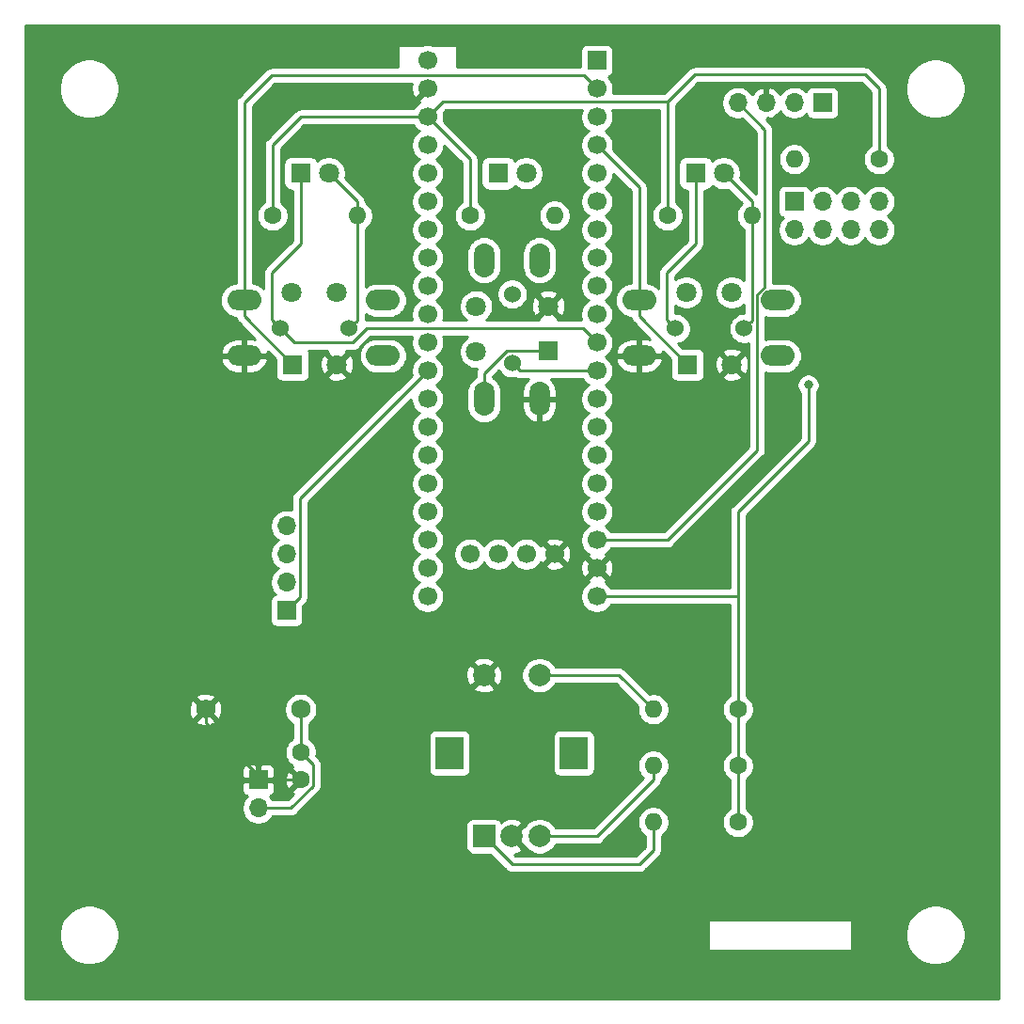
<source format=gbr>
%TF.GenerationSoftware,KiCad,Pcbnew,(5.1.9)-1*%
%TF.CreationDate,2021-06-17T08:41:36-07:00*%
%TF.ProjectId,knob_v1,6b6e6f62-5f76-4312-9e6b-696361645f70,rev?*%
%TF.SameCoordinates,Original*%
%TF.FileFunction,Copper,L1,Top*%
%TF.FilePolarity,Positive*%
%FSLAX46Y46*%
G04 Gerber Fmt 4.6, Leading zero omitted, Abs format (unit mm)*
G04 Created by KiCad (PCBNEW (5.1.9)-1) date 2021-06-17 08:41:36*
%MOMM*%
%LPD*%
G01*
G04 APERTURE LIST*
%TA.AperFunction,ComponentPad*%
%ADD10O,1.700000X1.700000*%
%TD*%
%TA.AperFunction,ComponentPad*%
%ADD11R,1.700000X1.700000*%
%TD*%
%TA.AperFunction,ComponentPad*%
%ADD12O,1.600000X1.600000*%
%TD*%
%TA.AperFunction,ComponentPad*%
%ADD13C,1.600000*%
%TD*%
%TA.AperFunction,ComponentPad*%
%ADD14C,1.800000*%
%TD*%
%TA.AperFunction,ComponentPad*%
%ADD15R,1.800000X1.800000*%
%TD*%
%TA.AperFunction,ComponentPad*%
%ADD16C,1.524000*%
%TD*%
%TA.AperFunction,ComponentPad*%
%ADD17C,1.733000*%
%TD*%
%TA.AperFunction,ComponentPad*%
%ADD18C,1.700000*%
%TD*%
%TA.AperFunction,ComponentPad*%
%ADD19R,2.000000X2.000000*%
%TD*%
%TA.AperFunction,ComponentPad*%
%ADD20C,2.000000*%
%TD*%
%TA.AperFunction,ComponentPad*%
%ADD21R,2.500000X3.000000*%
%TD*%
%TA.AperFunction,ComponentPad*%
%ADD22O,3.048000X1.850000*%
%TD*%
%TA.AperFunction,ComponentPad*%
%ADD23O,1.850000X3.048000*%
%TD*%
%TA.AperFunction,ViaPad*%
%ADD24C,0.800000*%
%TD*%
%TA.AperFunction,Conductor*%
%ADD25C,0.250000*%
%TD*%
%TA.AperFunction,Conductor*%
%ADD26C,0.254000*%
%TD*%
%TA.AperFunction,Conductor*%
%ADD27C,0.100000*%
%TD*%
G04 APERTURE END LIST*
D10*
%TO.P,J1,4*%
%TO.N,+5V*%
X124460000Y-50800000D03*
%TO.P,J1,3*%
%TO.N,GND*%
X127000000Y-50800000D03*
%TO.P,J1,2*%
%TO.N,PRG_TX*%
X129540000Y-50800000D03*
D11*
%TO.P,J1,1*%
%TO.N,PRG_RX*%
X132080000Y-50800000D03*
%TD*%
D12*
%TO.P,R7,2*%
%TO.N,Net-(J2-Pad1)*%
X129540000Y-55880000D03*
D13*
%TO.P,R7,1*%
%TO.N,+3V3*%
X137160000Y-55880000D03*
%TD*%
D14*
%TO.P,SW3A1,3*%
%TO.N,GND*%
X123920000Y-74370000D03*
D15*
%TO.P,SW3A1,1*%
%TO.N,Net-(SW3-Pad1)*%
X119920000Y-74370000D03*
D14*
%TO.P,SW3A1,2*%
%TO.N,Net-(SW3A1-Pad2)*%
X119820000Y-67870000D03*
%TO.P,SW3A1,4*%
%TO.N,Net-(SW3A1-Pad4)*%
X123920000Y-67870000D03*
D16*
%TO.P,SW3A1,5*%
%TO.N,Net-(D3-Pad1)*%
X118820000Y-71120000D03*
%TO.P,SW3A1,6*%
%TO.N,D3R4*%
X125020000Y-71120000D03*
%TD*%
D14*
%TO.P,SW2A1,3*%
%TO.N,GND*%
X107390000Y-69120000D03*
D15*
%TO.P,SW2A1,1*%
%TO.N,Net-(SW2-Pad1)*%
X107390000Y-73120000D03*
D14*
%TO.P,SW2A1,2*%
%TO.N,Net-(SW2A1-Pad2)*%
X100890000Y-73220000D03*
%TO.P,SW2A1,4*%
%TO.N,Net-(SW2A1-Pad4)*%
X100890000Y-69120000D03*
D16*
%TO.P,SW2A1,5*%
%TO.N,Net-(D2-Pad1)*%
X104140000Y-74220000D03*
%TO.P,SW2A1,6*%
%TO.N,D2R5*%
X104140000Y-68020000D03*
%TD*%
D14*
%TO.P,SW1A1,3*%
%TO.N,GND*%
X88360000Y-74370000D03*
D15*
%TO.P,SW1A1,1*%
%TO.N,Net-(SW1-Pad1)*%
X84360000Y-74370000D03*
D14*
%TO.P,SW1A1,2*%
%TO.N,Net-(SW1A1-Pad2)*%
X84260000Y-67870000D03*
%TO.P,SW1A1,4*%
%TO.N,Net-(SW1A1-Pad4)*%
X88360000Y-67870000D03*
D16*
%TO.P,SW1A1,5*%
%TO.N,Net-(D1-Pad1)*%
X83260000Y-71120000D03*
%TO.P,SW1A1,6*%
%TO.N,D1R6*%
X89460000Y-71120000D03*
%TD*%
D17*
%TO.P,Z1,A*%
%TO.N,GND*%
X76530000Y-105410000D03*
%TO.P,Z1,K*%
%TO.N,Net-(C1-Pad1)*%
X85090000Y-105410000D03*
%TD*%
D18*
%TO.P,U1,20*%
%TO.N,+3V3*%
X111760000Y-95250000D03*
%TO.P,U1,21*%
%TO.N,Net-(U1-Pad21)*%
X96520000Y-95250000D03*
%TO.P,U1,19*%
%TO.N,GND*%
X111760000Y-92710000D03*
%TO.P,U1,22*%
%TO.N,Net-(U1-Pad22)*%
X96520000Y-92710000D03*
%TO.P,U1,18*%
%TO.N,+5V*%
X111760000Y-90170000D03*
%TO.P,U1,23*%
%TO.N,Net-(U1-Pad23)*%
X96520000Y-90170000D03*
%TO.P,U1,17*%
%TO.N,Net-(R3-Pad2)*%
X111760000Y-87630000D03*
%TO.P,U1,24*%
%TO.N,Net-(U1-Pad24)*%
X96520000Y-87630000D03*
%TO.P,U1,16*%
%TO.N,Net-(R2-Pad2)*%
X111760000Y-85090000D03*
%TO.P,U1,25*%
%TO.N,Net-(U1-Pad25)*%
X96520000Y-85090000D03*
%TO.P,U1,15*%
%TO.N,Net-(U1-Pad15)*%
X111760000Y-82550000D03*
%TO.P,U1,26*%
%TO.N,Net-(U1-Pad26)*%
X96520000Y-82550000D03*
%TO.P,U1,14*%
%TO.N,Net-(U1-Pad14)*%
X111760000Y-80010000D03*
%TO.P,U1,27*%
%TO.N,Net-(U1-Pad27)*%
X96520000Y-80010000D03*
%TO.P,U1,13*%
%TO.N,Net-(D3-Pad1)*%
X111760000Y-77470000D03*
%TO.P,U1,28*%
%TO.N,Net-(U1-Pad28)*%
X96520000Y-77470000D03*
%TO.P,U1,12*%
%TO.N,Net-(D2-Pad1)*%
X111760000Y-74930000D03*
%TO.P,U1,29*%
%TO.N,Net-(J4-Pad1)*%
X96520000Y-74930000D03*
%TO.P,U1,11*%
%TO.N,Net-(D1-Pad1)*%
X111760000Y-72390000D03*
%TO.P,U1,30*%
%TO.N,Net-(J4-Pad2)*%
X96520000Y-72390000D03*
%TO.P,U1,10*%
%TO.N,Net-(U1-Pad10)*%
X111760000Y-69850000D03*
%TO.P,U1,31*%
%TO.N,Net-(J4-Pad3)*%
X96520000Y-69850000D03*
%TO.P,U1,9*%
%TO.N,Net-(U1-Pad9)*%
X111760000Y-67310000D03*
%TO.P,U1,32*%
%TO.N,Net-(J4-Pad4)*%
X96520000Y-67310000D03*
%TO.P,U1,8*%
%TO.N,Net-(U1-Pad8)*%
X111760000Y-64770000D03*
%TO.P,U1,33*%
%TO.N,Net-(U1-Pad33)*%
X96520000Y-64770000D03*
%TO.P,U1,7*%
%TO.N,PRG_RX*%
X111760000Y-62230000D03*
%TO.P,U1,34*%
%TO.N,ENC_SW*%
X96520000Y-62230000D03*
%TO.P,U1,6*%
%TO.N,PRG_TX*%
X111760000Y-59690000D03*
%TO.P,U1,35*%
%TO.N,Net-(U1-Pad35)*%
X96520000Y-59690000D03*
%TO.P,U1,5*%
%TO.N,Net-(U1-Pad5)*%
X111760000Y-57150000D03*
%TO.P,U1,36*%
%TO.N,Net-(U1-Pad36)*%
X96520000Y-57150000D03*
%TO.P,U1,4*%
%TO.N,Net-(SW3-Pad1)*%
X111760000Y-54610000D03*
%TO.P,U1,37*%
%TO.N,Net-(U1-Pad37)*%
X96520000Y-54610000D03*
%TO.P,U1,3*%
%TO.N,Net-(SW2-Pad1)*%
X111760000Y-52070000D03*
%TO.P,U1,38*%
%TO.N,+3V3*%
X96520000Y-52070000D03*
%TO.P,U1,2*%
%TO.N,Net-(SW1-Pad1)*%
X111760000Y-49530000D03*
%TO.P,U1,39*%
%TO.N,GND*%
X96520000Y-49530000D03*
D11*
%TO.P,U1,1*%
%TO.N,Net-(C1-Pad1)*%
X111760000Y-46990000D03*
D18*
%TO.P,U1,40*%
%TO.N,GND*%
X96520000Y-46990000D03*
%TO.P,U1,41*%
%TO.N,N/C*%
X100330000Y-91440000D03*
%TO.P,U1,42*%
%TO.N,Net-(U1-Pad42)*%
X102870000Y-91440000D03*
%TO.P,U1,43*%
%TO.N,Net-(U1-Pad43)*%
X105410000Y-91440000D03*
%TO.P,U1,44*%
%TO.N,GND*%
X107950000Y-91440000D03*
%TD*%
D19*
%TO.P,SW4,A*%
%TO.N,Net-(R3-Pad2)*%
X101600000Y-116840000D03*
D20*
%TO.P,SW4,C*%
%TO.N,GND*%
X104100000Y-116840000D03*
%TO.P,SW4,B*%
%TO.N,Net-(R2-Pad2)*%
X106600000Y-116840000D03*
D21*
%TO.P,SW4,MP*%
%TO.N,N/C*%
X98500000Y-109340000D03*
X109700000Y-109340000D03*
D20*
%TO.P,SW4,S1*%
%TO.N,GND*%
X101600000Y-102340000D03*
%TO.P,SW4,S2*%
%TO.N,ENC_SW*%
X106600000Y-102340000D03*
%TD*%
D10*
%TO.P,J4,4*%
%TO.N,Net-(J4-Pad4)*%
X83820000Y-88900000D03*
%TO.P,J4,3*%
%TO.N,Net-(J4-Pad3)*%
X83820000Y-91440000D03*
%TO.P,J4,2*%
%TO.N,Net-(J4-Pad2)*%
X83820000Y-93980000D03*
D11*
%TO.P,J4,1*%
%TO.N,Net-(J4-Pad1)*%
X83820000Y-96520000D03*
%TD*%
D10*
%TO.P,J3,2*%
%TO.N,Net-(C1-Pad1)*%
X81280000Y-114300000D03*
D11*
%TO.P,J3,1*%
%TO.N,GND*%
X81280000Y-111760000D03*
%TD*%
D10*
%TO.P,J2,8*%
%TO.N,N/C*%
X137160000Y-62230000D03*
%TO.P,J2,7*%
X137160000Y-59690000D03*
%TO.P,J2,6*%
%TO.N,Net-(J2-Pad6)*%
X134620000Y-62230000D03*
%TO.P,J2,5*%
%TO.N,Net-(J2-Pad1)*%
X134620000Y-59690000D03*
%TO.P,J2,4*%
%TO.N,Net-(J2-Pad4)*%
X132080000Y-62230000D03*
%TO.P,J2,3*%
%TO.N,Net-(J2-Pad1)*%
X132080000Y-59690000D03*
%TO.P,J2,2*%
%TO.N,Net-(J2-Pad2)*%
X129540000Y-62230000D03*
D11*
%TO.P,J2,1*%
%TO.N,Net-(J2-Pad1)*%
X129540000Y-59690000D03*
%TD*%
D14*
%TO.P,D3,2*%
%TO.N,D3R4*%
X123190000Y-57150000D03*
D15*
%TO.P,D3,1*%
%TO.N,Net-(D3-Pad1)*%
X120650000Y-57150000D03*
%TD*%
D14*
%TO.P,D2,2*%
%TO.N,D2R5*%
X105410000Y-57150000D03*
D15*
%TO.P,D2,1*%
%TO.N,Net-(D2-Pad1)*%
X102870000Y-57150000D03*
%TD*%
D14*
%TO.P,D1,2*%
%TO.N,D1R6*%
X87630000Y-57150000D03*
D15*
%TO.P,D1,1*%
%TO.N,Net-(D1-Pad1)*%
X85090000Y-57150000D03*
%TD*%
D13*
%TO.P,C1,2*%
%TO.N,GND*%
X85090000Y-111760000D03*
%TO.P,C1,1*%
%TO.N,Net-(C1-Pad1)*%
X85090000Y-109260000D03*
%TD*%
D12*
%TO.P,R1,2*%
%TO.N,ENC_SW*%
X116840000Y-105410000D03*
D13*
%TO.P,R1,1*%
%TO.N,+3V3*%
X124460000Y-105410000D03*
%TD*%
D12*
%TO.P,R2,2*%
%TO.N,Net-(R2-Pad2)*%
X116840000Y-110490000D03*
D13*
%TO.P,R2,1*%
%TO.N,+3V3*%
X124460000Y-110490000D03*
%TD*%
%TO.P,R3,1*%
%TO.N,+3V3*%
X124460000Y-115570000D03*
D12*
%TO.P,R3,2*%
%TO.N,Net-(R3-Pad2)*%
X116840000Y-115570000D03*
%TD*%
D13*
%TO.P,R4,1*%
%TO.N,+3V3*%
X118110000Y-60960000D03*
D12*
%TO.P,R4,2*%
%TO.N,D3R4*%
X125730000Y-60960000D03*
%TD*%
D13*
%TO.P,R5,1*%
%TO.N,+3V3*%
X100330000Y-60960000D03*
D12*
%TO.P,R5,2*%
%TO.N,D2R5*%
X107950000Y-60960000D03*
%TD*%
D13*
%TO.P,R6,1*%
%TO.N,+3V3*%
X82550000Y-60960000D03*
D12*
%TO.P,R6,2*%
%TO.N,D1R6*%
X90170000Y-60960000D03*
%TD*%
D22*
%TO.P,SW1,3*%
%TO.N,Net-(SW1-Pad3)*%
X92510000Y-68580000D03*
%TO.P,SW1,4*%
%TO.N,Net-(SW1-Pad4)*%
X92510000Y-73580000D03*
%TO.P,SW1,1*%
%TO.N,Net-(SW1-Pad1)*%
X80010000Y-68580000D03*
%TO.P,SW1,2*%
%TO.N,GND*%
X80010000Y-73580000D03*
%TD*%
D23*
%TO.P,SW2,2*%
%TO.N,GND*%
X106600000Y-77470000D03*
%TO.P,SW2,1*%
%TO.N,Net-(SW2-Pad1)*%
X101600000Y-77470000D03*
%TO.P,SW2,4*%
%TO.N,Net-(SW2-Pad4)*%
X106600000Y-64970000D03*
%TO.P,SW2,3*%
%TO.N,Net-(SW2-Pad3)*%
X101600000Y-64970000D03*
%TD*%
D22*
%TO.P,SW3,3*%
%TO.N,Net-(SW3-Pad3)*%
X128070000Y-68580000D03*
%TO.P,SW3,4*%
%TO.N,Net-(SW3-Pad4)*%
X128070000Y-73580000D03*
%TO.P,SW3,1*%
%TO.N,Net-(SW3-Pad1)*%
X115570000Y-68580000D03*
%TO.P,SW3,2*%
%TO.N,GND*%
X115570000Y-73580000D03*
%TD*%
D24*
%TO.N,+3V3*%
X130810000Y-76200000D03*
%TD*%
D25*
%TO.N,GND*%
X81280000Y-111385416D02*
X81280000Y-111760000D01*
X76530000Y-106635416D02*
X81280000Y-111385416D01*
X76530000Y-105410000D02*
X76530000Y-106635416D01*
X81280000Y-111760000D02*
X85090000Y-111760000D01*
%TO.N,Net-(C1-Pad1)*%
X85050000Y-109220000D02*
X85090000Y-109260000D01*
X85090000Y-109260000D02*
X85090000Y-105410000D01*
X84215002Y-114300000D02*
X81280000Y-114300000D01*
X86215001Y-112300001D02*
X84215002Y-114300000D01*
X86215001Y-110385001D02*
X86215001Y-112300001D01*
X85090000Y-109260000D02*
X86215001Y-110385001D01*
%TO.N,D1R6*%
X90170000Y-59690000D02*
X90170000Y-60960000D01*
X87630000Y-57150000D02*
X90170000Y-59690000D01*
X90170000Y-70410000D02*
X89460000Y-71120000D01*
X90170000Y-60960000D02*
X90170000Y-70410000D01*
%TO.N,Net-(D1-Pad1)*%
X82498001Y-70358001D02*
X82498001Y-66091999D01*
X83260000Y-71120000D02*
X82498001Y-70358001D01*
X85090000Y-63500000D02*
X85090000Y-57150000D01*
X82498001Y-66091999D02*
X85090000Y-63500000D01*
X84530000Y-72390000D02*
X83260000Y-71120000D01*
X89798762Y-72390000D02*
X84530000Y-72390000D01*
X91068762Y-71120000D02*
X89798762Y-72390000D01*
X110490000Y-71120000D02*
X91068762Y-71120000D01*
X111760000Y-72390000D02*
X110490000Y-71120000D01*
%TO.N,Net-(D2-Pad1)*%
X104850000Y-74930000D02*
X104140000Y-74220000D01*
X111760000Y-74930000D02*
X104850000Y-74930000D01*
%TO.N,D3R4*%
X125730000Y-70410000D02*
X125730000Y-60960000D01*
X125020000Y-71120000D02*
X125730000Y-70410000D01*
X125730000Y-59690000D02*
X123190000Y-57150000D01*
X125730000Y-60960000D02*
X125730000Y-59690000D01*
%TO.N,Net-(D3-Pad1)*%
X118058001Y-70358001D02*
X118058001Y-66091999D01*
X118820000Y-71120000D02*
X118058001Y-70358001D01*
X118058001Y-66091999D02*
X120650000Y-63500000D01*
X120650000Y-63500000D02*
X120650000Y-57150000D01*
%TO.N,+5V*%
X126220990Y-68062229D02*
X126220990Y-82059010D01*
X126855001Y-67428218D02*
X126220990Y-68062229D01*
X126855001Y-53195001D02*
X126855001Y-67428218D01*
X124460000Y-50800000D02*
X126855001Y-53195001D01*
X118110000Y-90170000D02*
X111760000Y-90170000D01*
X126220990Y-82059010D02*
X118110000Y-90170000D01*
%TO.N,Net-(J4-Pad1)*%
X84995001Y-86454999D02*
X96520000Y-74930000D01*
X84995001Y-95344999D02*
X84995001Y-86454999D01*
X83820000Y-96520000D02*
X84995001Y-95344999D01*
%TO.N,ENC_SW*%
X106600000Y-102340000D02*
X113770000Y-102340000D01*
X113770000Y-102340000D02*
X116840000Y-105410000D01*
%TO.N,+3V3*%
X82550000Y-54610000D02*
X82550000Y-60960000D01*
X85090000Y-52070000D02*
X82550000Y-54610000D01*
X96520000Y-52070000D02*
X85090000Y-52070000D01*
X124460000Y-115570000D02*
X124460000Y-110490000D01*
X124460000Y-110490000D02*
X124460000Y-105410000D01*
X124460000Y-105410000D02*
X124460000Y-95250000D01*
X124460000Y-95250000D02*
X111760000Y-95250000D01*
X100330000Y-55880000D02*
X100330000Y-60960000D01*
X96520000Y-52070000D02*
X100330000Y-55880000D01*
X96520000Y-52070000D02*
X97884999Y-50705001D01*
X97884999Y-50705001D02*
X111854999Y-50705001D01*
X111854999Y-50705001D02*
X112134003Y-50705001D01*
X118110000Y-50705001D02*
X120555001Y-48260000D01*
X118110000Y-54610000D02*
X118110000Y-57150000D01*
X118110000Y-57150000D02*
X118110000Y-60960000D01*
X118110000Y-56680998D02*
X118110000Y-57150000D01*
X118015001Y-50705001D02*
X118110000Y-50800000D01*
X116745001Y-50705001D02*
X118015001Y-50705001D01*
X118110000Y-50800000D02*
X118110000Y-50705001D01*
X118110000Y-54610000D02*
X118110000Y-50800000D01*
X111854999Y-50705001D02*
X116745001Y-50705001D01*
X137160000Y-49530000D02*
X137160000Y-55880000D01*
X135890000Y-48260000D02*
X137160000Y-49530000D01*
X120650000Y-48260000D02*
X135890000Y-48260000D01*
X124460000Y-95250000D02*
X124460000Y-87630000D01*
X124460000Y-87630000D02*
X130810000Y-81280000D01*
X130810000Y-81280000D02*
X130810000Y-76200000D01*
%TO.N,Net-(R2-Pad2)*%
X106600000Y-116840000D02*
X111760000Y-116840000D01*
X116840000Y-111760000D02*
X116840000Y-110490000D01*
X111760000Y-116840000D02*
X116840000Y-111760000D01*
%TO.N,Net-(R3-Pad2)*%
X116840000Y-115570000D02*
X116840000Y-118110000D01*
X116840000Y-118110000D02*
X115570000Y-119380000D01*
X104140000Y-119380000D02*
X101600000Y-116840000D01*
X115570000Y-119380000D02*
X104140000Y-119380000D01*
%TO.N,Net-(SW1-Pad1)*%
X110584999Y-48354999D02*
X82455001Y-48354999D01*
X111760000Y-49530000D02*
X110584999Y-48354999D01*
X80010000Y-50800000D02*
X80010000Y-68580000D01*
X82455001Y-48354999D02*
X80010000Y-50800000D01*
X80010000Y-70020000D02*
X84360000Y-74370000D01*
X80010000Y-68580000D02*
X80010000Y-70020000D01*
%TO.N,Net-(SW2-Pad1)*%
X103631238Y-73120000D02*
X107390000Y-73120000D01*
X101600000Y-75151238D02*
X103631238Y-73120000D01*
X101600000Y-77470000D02*
X101600000Y-75151238D01*
%TO.N,Net-(SW3-Pad1)*%
X115570000Y-70020000D02*
X119920000Y-74370000D01*
X115570000Y-68580000D02*
X115570000Y-70020000D01*
X115570000Y-58420000D02*
X111760000Y-54610000D01*
X115570000Y-68580000D02*
X115570000Y-58420000D01*
%TD*%
D26*
%TO.N,GND*%
X147930001Y-131420000D02*
X60350000Y-131420000D01*
X60350000Y-125464178D01*
X63341059Y-125464178D01*
X63341059Y-125995822D01*
X63444778Y-126517252D01*
X63648230Y-127008428D01*
X63943596Y-127450475D01*
X64319525Y-127826404D01*
X64761572Y-128121770D01*
X65252748Y-128325222D01*
X65774178Y-128428941D01*
X66305822Y-128428941D01*
X66827252Y-128325222D01*
X67318428Y-128121770D01*
X67760475Y-127826404D01*
X68136404Y-127450475D01*
X68431770Y-127008428D01*
X68635222Y-126517252D01*
X68738941Y-125995822D01*
X68738941Y-125464178D01*
X68635222Y-124942748D01*
X68435261Y-124460000D01*
X121793000Y-124460000D01*
X121793000Y-127000000D01*
X121795440Y-127024776D01*
X121802667Y-127048601D01*
X121814403Y-127070557D01*
X121830197Y-127089803D01*
X121849443Y-127105597D01*
X121871399Y-127117333D01*
X121895224Y-127124560D01*
X121920000Y-127127000D01*
X134620000Y-127127000D01*
X134644776Y-127124560D01*
X134668601Y-127117333D01*
X134690557Y-127105597D01*
X134709803Y-127089803D01*
X134725597Y-127070557D01*
X134737333Y-127048601D01*
X134744560Y-127024776D01*
X134747000Y-127000000D01*
X134747000Y-125464178D01*
X139541059Y-125464178D01*
X139541059Y-125995822D01*
X139644778Y-126517252D01*
X139848230Y-127008428D01*
X140143596Y-127450475D01*
X140519525Y-127826404D01*
X140961572Y-128121770D01*
X141452748Y-128325222D01*
X141974178Y-128428941D01*
X142505822Y-128428941D01*
X143027252Y-128325222D01*
X143518428Y-128121770D01*
X143960475Y-127826404D01*
X144336404Y-127450475D01*
X144631770Y-127008428D01*
X144835222Y-126517252D01*
X144938941Y-125995822D01*
X144938941Y-125464178D01*
X144835222Y-124942748D01*
X144631770Y-124451572D01*
X144336404Y-124009525D01*
X143960475Y-123633596D01*
X143518428Y-123338230D01*
X143027252Y-123134778D01*
X142505822Y-123031059D01*
X141974178Y-123031059D01*
X141452748Y-123134778D01*
X140961572Y-123338230D01*
X140519525Y-123633596D01*
X140143596Y-124009525D01*
X139848230Y-124451572D01*
X139644778Y-124942748D01*
X139541059Y-125464178D01*
X134747000Y-125464178D01*
X134747000Y-124460000D01*
X134744560Y-124435224D01*
X134737333Y-124411399D01*
X134725597Y-124389443D01*
X134709803Y-124370197D01*
X134690557Y-124354403D01*
X134668601Y-124342667D01*
X134644776Y-124335440D01*
X134620000Y-124333000D01*
X121920000Y-124333000D01*
X121895224Y-124335440D01*
X121871399Y-124342667D01*
X121849443Y-124354403D01*
X121830197Y-124370197D01*
X121814403Y-124389443D01*
X121802667Y-124411399D01*
X121795440Y-124435224D01*
X121793000Y-124460000D01*
X68435261Y-124460000D01*
X68431770Y-124451572D01*
X68136404Y-124009525D01*
X67760475Y-123633596D01*
X67318428Y-123338230D01*
X66827252Y-123134778D01*
X66305822Y-123031059D01*
X65774178Y-123031059D01*
X65252748Y-123134778D01*
X64761572Y-123338230D01*
X64319525Y-123633596D01*
X63943596Y-124009525D01*
X63648230Y-124451572D01*
X63444778Y-124942748D01*
X63341059Y-125464178D01*
X60350000Y-125464178D01*
X60350000Y-115840000D01*
X99961928Y-115840000D01*
X99961928Y-117840000D01*
X99974188Y-117964482D01*
X100010498Y-118084180D01*
X100069463Y-118194494D01*
X100148815Y-118291185D01*
X100245506Y-118370537D01*
X100355820Y-118429502D01*
X100475518Y-118465812D01*
X100600000Y-118478072D01*
X102163270Y-118478072D01*
X103576205Y-119891008D01*
X103599999Y-119920001D01*
X103628992Y-119943795D01*
X103628996Y-119943799D01*
X103699685Y-120001811D01*
X103715724Y-120014974D01*
X103847753Y-120085546D01*
X103991014Y-120129003D01*
X104102667Y-120140000D01*
X104102676Y-120140000D01*
X104139999Y-120143676D01*
X104177322Y-120140000D01*
X115532678Y-120140000D01*
X115570000Y-120143676D01*
X115607322Y-120140000D01*
X115607333Y-120140000D01*
X115718986Y-120129003D01*
X115862247Y-120085546D01*
X115994276Y-120014974D01*
X116110001Y-119920001D01*
X116133804Y-119890997D01*
X117351003Y-118673799D01*
X117380001Y-118650001D01*
X117474974Y-118534276D01*
X117545546Y-118402247D01*
X117589003Y-118258986D01*
X117600000Y-118147333D01*
X117600000Y-118147324D01*
X117603676Y-118110001D01*
X117600000Y-118072678D01*
X117600000Y-116788043D01*
X117754759Y-116684637D01*
X117954637Y-116484759D01*
X118111680Y-116249727D01*
X118219853Y-115988574D01*
X118275000Y-115711335D01*
X118275000Y-115428665D01*
X118219853Y-115151426D01*
X118111680Y-114890273D01*
X117954637Y-114655241D01*
X117754759Y-114455363D01*
X117519727Y-114298320D01*
X117258574Y-114190147D01*
X116981335Y-114135000D01*
X116698665Y-114135000D01*
X116421426Y-114190147D01*
X116160273Y-114298320D01*
X115925241Y-114455363D01*
X115725363Y-114655241D01*
X115568320Y-114890273D01*
X115460147Y-115151426D01*
X115405000Y-115428665D01*
X115405000Y-115711335D01*
X115460147Y-115988574D01*
X115568320Y-116249727D01*
X115725363Y-116484759D01*
X115925241Y-116684637D01*
X116080000Y-116788044D01*
X116080001Y-117795197D01*
X115255199Y-118620000D01*
X104454803Y-118620000D01*
X104297958Y-118463155D01*
X104481675Y-118437961D01*
X104786088Y-118332795D01*
X104960044Y-118239814D01*
X105055808Y-117975413D01*
X104100000Y-117019605D01*
X104085858Y-117033748D01*
X103906253Y-116854143D01*
X103920395Y-116840000D01*
X104279605Y-116840000D01*
X105235413Y-117795808D01*
X105265075Y-117785065D01*
X105330013Y-117882252D01*
X105557748Y-118109987D01*
X105825537Y-118288918D01*
X106123088Y-118412168D01*
X106438967Y-118475000D01*
X106761033Y-118475000D01*
X107076912Y-118412168D01*
X107374463Y-118288918D01*
X107642252Y-118109987D01*
X107869987Y-117882252D01*
X108048918Y-117614463D01*
X108054909Y-117600000D01*
X111722678Y-117600000D01*
X111760000Y-117603676D01*
X111797322Y-117600000D01*
X111797333Y-117600000D01*
X111908986Y-117589003D01*
X112052247Y-117545546D01*
X112184276Y-117474974D01*
X112300001Y-117380001D01*
X112323804Y-117350997D01*
X117351004Y-112323798D01*
X117380001Y-112300001D01*
X117424315Y-112246004D01*
X117474974Y-112184277D01*
X117545546Y-112052247D01*
X117559042Y-112007755D01*
X117589003Y-111908986D01*
X117600000Y-111797333D01*
X117600000Y-111797323D01*
X117603676Y-111760000D01*
X117600000Y-111722677D01*
X117600000Y-111708043D01*
X117754759Y-111604637D01*
X117954637Y-111404759D01*
X118111680Y-111169727D01*
X118219853Y-110908574D01*
X118275000Y-110631335D01*
X118275000Y-110348665D01*
X118219853Y-110071426D01*
X118111680Y-109810273D01*
X117954637Y-109575241D01*
X117754759Y-109375363D01*
X117519727Y-109218320D01*
X117258574Y-109110147D01*
X116981335Y-109055000D01*
X116698665Y-109055000D01*
X116421426Y-109110147D01*
X116160273Y-109218320D01*
X115925241Y-109375363D01*
X115725363Y-109575241D01*
X115568320Y-109810273D01*
X115460147Y-110071426D01*
X115405000Y-110348665D01*
X115405000Y-110631335D01*
X115460147Y-110908574D01*
X115568320Y-111169727D01*
X115725363Y-111404759D01*
X115922901Y-111602297D01*
X111445199Y-116080000D01*
X108054909Y-116080000D01*
X108048918Y-116065537D01*
X107869987Y-115797748D01*
X107642252Y-115570013D01*
X107374463Y-115391082D01*
X107076912Y-115267832D01*
X106761033Y-115205000D01*
X106438967Y-115205000D01*
X106123088Y-115267832D01*
X105825537Y-115391082D01*
X105557748Y-115570013D01*
X105330013Y-115797748D01*
X105265075Y-115894935D01*
X105235413Y-115884192D01*
X104279605Y-116840000D01*
X103920395Y-116840000D01*
X103906253Y-116825858D01*
X104085858Y-116646253D01*
X104100000Y-116660395D01*
X105055808Y-115704587D01*
X104960044Y-115440186D01*
X104670429Y-115299296D01*
X104358892Y-115217616D01*
X104037405Y-115198282D01*
X103718325Y-115242039D01*
X103413912Y-115347205D01*
X103239956Y-115440186D01*
X103185976Y-115589223D01*
X103130537Y-115485506D01*
X103051185Y-115388815D01*
X102954494Y-115309463D01*
X102844180Y-115250498D01*
X102724482Y-115214188D01*
X102600000Y-115201928D01*
X100600000Y-115201928D01*
X100475518Y-115214188D01*
X100355820Y-115250498D01*
X100245506Y-115309463D01*
X100148815Y-115388815D01*
X100069463Y-115485506D01*
X100010498Y-115595820D01*
X99974188Y-115715518D01*
X99961928Y-115840000D01*
X60350000Y-115840000D01*
X60350000Y-112610000D01*
X79791928Y-112610000D01*
X79804188Y-112734482D01*
X79840498Y-112854180D01*
X79899463Y-112964494D01*
X79978815Y-113061185D01*
X80075506Y-113140537D01*
X80185820Y-113199502D01*
X80258380Y-113221513D01*
X80126525Y-113353368D01*
X79964010Y-113596589D01*
X79852068Y-113866842D01*
X79795000Y-114153740D01*
X79795000Y-114446260D01*
X79852068Y-114733158D01*
X79964010Y-115003411D01*
X80126525Y-115246632D01*
X80333368Y-115453475D01*
X80576589Y-115615990D01*
X80846842Y-115727932D01*
X81133740Y-115785000D01*
X81426260Y-115785000D01*
X81713158Y-115727932D01*
X81983411Y-115615990D01*
X82226632Y-115453475D01*
X82433475Y-115246632D01*
X82558178Y-115060000D01*
X84177680Y-115060000D01*
X84215002Y-115063676D01*
X84252324Y-115060000D01*
X84252335Y-115060000D01*
X84363988Y-115049003D01*
X84507249Y-115005546D01*
X84639278Y-114934974D01*
X84755003Y-114840001D01*
X84778806Y-114810997D01*
X86726004Y-112863800D01*
X86755002Y-112840002D01*
X86849975Y-112724277D01*
X86920547Y-112592248D01*
X86964004Y-112448987D01*
X86975001Y-112337334D01*
X86975001Y-112337326D01*
X86978677Y-112300001D01*
X86975001Y-112262676D01*
X86975001Y-110422326D01*
X86978677Y-110385001D01*
X86975001Y-110347676D01*
X86975001Y-110347668D01*
X86964004Y-110236015D01*
X86920547Y-110092754D01*
X86849975Y-109960725D01*
X86755002Y-109845000D01*
X86726005Y-109821203D01*
X86488688Y-109583886D01*
X86525000Y-109401335D01*
X86525000Y-109118665D01*
X86469853Y-108841426D01*
X86361680Y-108580273D01*
X86204637Y-108345241D01*
X86004759Y-108145363D01*
X85850000Y-108041957D01*
X85850000Y-107840000D01*
X96611928Y-107840000D01*
X96611928Y-110840000D01*
X96624188Y-110964482D01*
X96660498Y-111084180D01*
X96719463Y-111194494D01*
X96798815Y-111291185D01*
X96895506Y-111370537D01*
X97005820Y-111429502D01*
X97125518Y-111465812D01*
X97250000Y-111478072D01*
X99750000Y-111478072D01*
X99874482Y-111465812D01*
X99994180Y-111429502D01*
X100104494Y-111370537D01*
X100201185Y-111291185D01*
X100280537Y-111194494D01*
X100339502Y-111084180D01*
X100375812Y-110964482D01*
X100388072Y-110840000D01*
X100388072Y-107840000D01*
X107811928Y-107840000D01*
X107811928Y-110840000D01*
X107824188Y-110964482D01*
X107860498Y-111084180D01*
X107919463Y-111194494D01*
X107998815Y-111291185D01*
X108095506Y-111370537D01*
X108205820Y-111429502D01*
X108325518Y-111465812D01*
X108450000Y-111478072D01*
X110950000Y-111478072D01*
X111074482Y-111465812D01*
X111194180Y-111429502D01*
X111304494Y-111370537D01*
X111401185Y-111291185D01*
X111480537Y-111194494D01*
X111539502Y-111084180D01*
X111575812Y-110964482D01*
X111588072Y-110840000D01*
X111588072Y-107840000D01*
X111575812Y-107715518D01*
X111539502Y-107595820D01*
X111480537Y-107485506D01*
X111401185Y-107388815D01*
X111304494Y-107309463D01*
X111194180Y-107250498D01*
X111074482Y-107214188D01*
X110950000Y-107201928D01*
X108450000Y-107201928D01*
X108325518Y-107214188D01*
X108205820Y-107250498D01*
X108095506Y-107309463D01*
X107998815Y-107388815D01*
X107919463Y-107485506D01*
X107860498Y-107595820D01*
X107824188Y-107715518D01*
X107811928Y-107840000D01*
X100388072Y-107840000D01*
X100375812Y-107715518D01*
X100339502Y-107595820D01*
X100280537Y-107485506D01*
X100201185Y-107388815D01*
X100104494Y-107309463D01*
X99994180Y-107250498D01*
X99874482Y-107214188D01*
X99750000Y-107201928D01*
X97250000Y-107201928D01*
X97125518Y-107214188D01*
X97005820Y-107250498D01*
X96895506Y-107309463D01*
X96798815Y-107388815D01*
X96719463Y-107485506D01*
X96660498Y-107595820D01*
X96624188Y-107715518D01*
X96611928Y-107840000D01*
X85850000Y-107840000D01*
X85850000Y-106708023D01*
X86047150Y-106576291D01*
X86256291Y-106367150D01*
X86420612Y-106121227D01*
X86533798Y-105847971D01*
X86591500Y-105557885D01*
X86591500Y-105262115D01*
X86533798Y-104972029D01*
X86420612Y-104698773D01*
X86256291Y-104452850D01*
X86047150Y-104243709D01*
X85801227Y-104079388D01*
X85527971Y-103966202D01*
X85237885Y-103908500D01*
X84942115Y-103908500D01*
X84652029Y-103966202D01*
X84378773Y-104079388D01*
X84132850Y-104243709D01*
X83923709Y-104452850D01*
X83759388Y-104698773D01*
X83646202Y-104972029D01*
X83588500Y-105262115D01*
X83588500Y-105557885D01*
X83646202Y-105847971D01*
X83759388Y-106121227D01*
X83923709Y-106367150D01*
X84132850Y-106576291D01*
X84330001Y-106708023D01*
X84330000Y-108041956D01*
X84175241Y-108145363D01*
X83975363Y-108345241D01*
X83818320Y-108580273D01*
X83710147Y-108841426D01*
X83655000Y-109118665D01*
X83655000Y-109401335D01*
X83710147Y-109678574D01*
X83818320Y-109939727D01*
X83975363Y-110174759D01*
X84175241Y-110374637D01*
X84375869Y-110508692D01*
X84348486Y-110523329D01*
X84276903Y-110767298D01*
X85090000Y-111580395D01*
X85104143Y-111566253D01*
X85283748Y-111745858D01*
X85269605Y-111760000D01*
X85283748Y-111774143D01*
X85104143Y-111953748D01*
X85090000Y-111939605D01*
X84276903Y-112752702D01*
X84348486Y-112996671D01*
X84413002Y-113027198D01*
X83900201Y-113540000D01*
X82558178Y-113540000D01*
X82433475Y-113353368D01*
X82301620Y-113221513D01*
X82374180Y-113199502D01*
X82484494Y-113140537D01*
X82581185Y-113061185D01*
X82660537Y-112964494D01*
X82719502Y-112854180D01*
X82755812Y-112734482D01*
X82768072Y-112610000D01*
X82765000Y-112045750D01*
X82606250Y-111887000D01*
X81407000Y-111887000D01*
X81407000Y-111907000D01*
X81153000Y-111907000D01*
X81153000Y-111887000D01*
X79953750Y-111887000D01*
X79795000Y-112045750D01*
X79791928Y-112610000D01*
X60350000Y-112610000D01*
X60350000Y-111830512D01*
X83649783Y-111830512D01*
X83691213Y-112110130D01*
X83786397Y-112376292D01*
X83853329Y-112501514D01*
X84097298Y-112573097D01*
X84910395Y-111760000D01*
X84097298Y-110946903D01*
X83853329Y-111018486D01*
X83732429Y-111273996D01*
X83663700Y-111548184D01*
X83649783Y-111830512D01*
X60350000Y-111830512D01*
X60350000Y-110910000D01*
X79791928Y-110910000D01*
X79795000Y-111474250D01*
X79953750Y-111633000D01*
X81153000Y-111633000D01*
X81153000Y-110433750D01*
X81407000Y-110433750D01*
X81407000Y-111633000D01*
X82606250Y-111633000D01*
X82765000Y-111474250D01*
X82768072Y-110910000D01*
X82755812Y-110785518D01*
X82719502Y-110665820D01*
X82660537Y-110555506D01*
X82581185Y-110458815D01*
X82484494Y-110379463D01*
X82374180Y-110320498D01*
X82254482Y-110284188D01*
X82130000Y-110271928D01*
X81565750Y-110275000D01*
X81407000Y-110433750D01*
X81153000Y-110433750D01*
X80994250Y-110275000D01*
X80430000Y-110271928D01*
X80305518Y-110284188D01*
X80185820Y-110320498D01*
X80075506Y-110379463D01*
X79978815Y-110458815D01*
X79899463Y-110555506D01*
X79840498Y-110665820D01*
X79804188Y-110785518D01*
X79791928Y-110910000D01*
X60350000Y-110910000D01*
X60350000Y-106450174D01*
X75669431Y-106450174D01*
X75749063Y-106700933D01*
X76015918Y-106828482D01*
X76302528Y-106901519D01*
X76597880Y-106917237D01*
X76890623Y-106875033D01*
X77169507Y-106776529D01*
X77310937Y-106700933D01*
X77390569Y-106450174D01*
X76530000Y-105589605D01*
X75669431Y-106450174D01*
X60350000Y-106450174D01*
X60350000Y-105477880D01*
X75022763Y-105477880D01*
X75064967Y-105770623D01*
X75163471Y-106049507D01*
X75239067Y-106190937D01*
X75489826Y-106270569D01*
X76350395Y-105410000D01*
X76709605Y-105410000D01*
X77570174Y-106270569D01*
X77820933Y-106190937D01*
X77948482Y-105924082D01*
X78021519Y-105637472D01*
X78037237Y-105342120D01*
X77995033Y-105049377D01*
X77896529Y-104770493D01*
X77820933Y-104629063D01*
X77570174Y-104549431D01*
X76709605Y-105410000D01*
X76350395Y-105410000D01*
X75489826Y-104549431D01*
X75239067Y-104629063D01*
X75111518Y-104895918D01*
X75038481Y-105182528D01*
X75022763Y-105477880D01*
X60350000Y-105477880D01*
X60350000Y-104369826D01*
X75669431Y-104369826D01*
X76530000Y-105230395D01*
X77390569Y-104369826D01*
X77310937Y-104119067D01*
X77044082Y-103991518D01*
X76757472Y-103918481D01*
X76462120Y-103902763D01*
X76169377Y-103944967D01*
X75890493Y-104043471D01*
X75749063Y-104119067D01*
X75669431Y-104369826D01*
X60350000Y-104369826D01*
X60350000Y-103475413D01*
X100644192Y-103475413D01*
X100739956Y-103739814D01*
X101029571Y-103880704D01*
X101341108Y-103962384D01*
X101662595Y-103981718D01*
X101981675Y-103937961D01*
X102286088Y-103832795D01*
X102460044Y-103739814D01*
X102555808Y-103475413D01*
X101600000Y-102519605D01*
X100644192Y-103475413D01*
X60350000Y-103475413D01*
X60350000Y-102402595D01*
X99958282Y-102402595D01*
X100002039Y-102721675D01*
X100107205Y-103026088D01*
X100200186Y-103200044D01*
X100464587Y-103295808D01*
X101420395Y-102340000D01*
X101779605Y-102340000D01*
X102735413Y-103295808D01*
X102999814Y-103200044D01*
X103140704Y-102910429D01*
X103222384Y-102598892D01*
X103241718Y-102277405D01*
X103228219Y-102178967D01*
X104965000Y-102178967D01*
X104965000Y-102501033D01*
X105027832Y-102816912D01*
X105151082Y-103114463D01*
X105330013Y-103382252D01*
X105557748Y-103609987D01*
X105825537Y-103788918D01*
X106123088Y-103912168D01*
X106438967Y-103975000D01*
X106761033Y-103975000D01*
X107076912Y-103912168D01*
X107374463Y-103788918D01*
X107642252Y-103609987D01*
X107869987Y-103382252D01*
X108048918Y-103114463D01*
X108054909Y-103100000D01*
X113455199Y-103100000D01*
X115441312Y-105086114D01*
X115405000Y-105268665D01*
X115405000Y-105551335D01*
X115460147Y-105828574D01*
X115568320Y-106089727D01*
X115725363Y-106324759D01*
X115925241Y-106524637D01*
X116160273Y-106681680D01*
X116421426Y-106789853D01*
X116698665Y-106845000D01*
X116981335Y-106845000D01*
X117258574Y-106789853D01*
X117519727Y-106681680D01*
X117754759Y-106524637D01*
X117954637Y-106324759D01*
X118111680Y-106089727D01*
X118219853Y-105828574D01*
X118275000Y-105551335D01*
X118275000Y-105268665D01*
X118219853Y-104991426D01*
X118111680Y-104730273D01*
X117954637Y-104495241D01*
X117754759Y-104295363D01*
X117519727Y-104138320D01*
X117258574Y-104030147D01*
X116981335Y-103975000D01*
X116698665Y-103975000D01*
X116516114Y-104011312D01*
X114333804Y-101829003D01*
X114310001Y-101799999D01*
X114194276Y-101705026D01*
X114062247Y-101634454D01*
X113918986Y-101590997D01*
X113807333Y-101580000D01*
X113807322Y-101580000D01*
X113770000Y-101576324D01*
X113732678Y-101580000D01*
X108054909Y-101580000D01*
X108048918Y-101565537D01*
X107869987Y-101297748D01*
X107642252Y-101070013D01*
X107374463Y-100891082D01*
X107076912Y-100767832D01*
X106761033Y-100705000D01*
X106438967Y-100705000D01*
X106123088Y-100767832D01*
X105825537Y-100891082D01*
X105557748Y-101070013D01*
X105330013Y-101297748D01*
X105151082Y-101565537D01*
X105027832Y-101863088D01*
X104965000Y-102178967D01*
X103228219Y-102178967D01*
X103197961Y-101958325D01*
X103092795Y-101653912D01*
X102999814Y-101479956D01*
X102735413Y-101384192D01*
X101779605Y-102340000D01*
X101420395Y-102340000D01*
X100464587Y-101384192D01*
X100200186Y-101479956D01*
X100059296Y-101769571D01*
X99977616Y-102081108D01*
X99958282Y-102402595D01*
X60350000Y-102402595D01*
X60350000Y-101204587D01*
X100644192Y-101204587D01*
X101600000Y-102160395D01*
X102555808Y-101204587D01*
X102460044Y-100940186D01*
X102170429Y-100799296D01*
X101858892Y-100717616D01*
X101537405Y-100698282D01*
X101218325Y-100742039D01*
X100913912Y-100847205D01*
X100739956Y-100940186D01*
X100644192Y-101204587D01*
X60350000Y-101204587D01*
X60350000Y-73948664D01*
X77895188Y-73948664D01*
X77921147Y-74059655D01*
X78043350Y-74341094D01*
X78218111Y-74593285D01*
X78438714Y-74806536D01*
X78696681Y-74972652D01*
X78982099Y-75085249D01*
X79284000Y-75140000D01*
X79883000Y-75140000D01*
X79883000Y-73707000D01*
X80137000Y-73707000D01*
X80137000Y-75140000D01*
X80736000Y-75140000D01*
X81037901Y-75085249D01*
X81323319Y-74972652D01*
X81581286Y-74806536D01*
X81801889Y-74593285D01*
X81976650Y-74341094D01*
X82098853Y-74059655D01*
X82124812Y-73948664D01*
X82004483Y-73707000D01*
X80137000Y-73707000D01*
X79883000Y-73707000D01*
X78015517Y-73707000D01*
X77895188Y-73948664D01*
X60350000Y-73948664D01*
X60350000Y-73211336D01*
X77895188Y-73211336D01*
X78015517Y-73453000D01*
X79883000Y-73453000D01*
X79883000Y-72020000D01*
X79284000Y-72020000D01*
X78982099Y-72074751D01*
X78696681Y-72187348D01*
X78438714Y-72353464D01*
X78218111Y-72566715D01*
X78043350Y-72818906D01*
X77921147Y-73100345D01*
X77895188Y-73211336D01*
X60350000Y-73211336D01*
X60350000Y-68580000D01*
X77843452Y-68580000D01*
X77873572Y-68885813D01*
X77962774Y-69179875D01*
X78107631Y-69450883D01*
X78302576Y-69688424D01*
X78540117Y-69883369D01*
X78811125Y-70028226D01*
X79105187Y-70117428D01*
X79257397Y-70132419D01*
X79260998Y-70168985D01*
X79304454Y-70312246D01*
X79375026Y-70444276D01*
X79435713Y-70518222D01*
X79470000Y-70560001D01*
X79498998Y-70583799D01*
X80979327Y-72064128D01*
X80736000Y-72020000D01*
X80137000Y-72020000D01*
X80137000Y-73453000D01*
X82004483Y-73453000D01*
X82124812Y-73211336D01*
X82124286Y-73209088D01*
X82821928Y-73906730D01*
X82821928Y-75270000D01*
X82834188Y-75394482D01*
X82870498Y-75514180D01*
X82929463Y-75624494D01*
X83008815Y-75721185D01*
X83105506Y-75800537D01*
X83215820Y-75859502D01*
X83335518Y-75895812D01*
X83460000Y-75908072D01*
X85260000Y-75908072D01*
X85384482Y-75895812D01*
X85504180Y-75859502D01*
X85614494Y-75800537D01*
X85711185Y-75721185D01*
X85790537Y-75624494D01*
X85849502Y-75514180D01*
X85873800Y-75434080D01*
X87475525Y-75434080D01*
X87559208Y-75688261D01*
X87831775Y-75819158D01*
X88124642Y-75894365D01*
X88426553Y-75910991D01*
X88725907Y-75868397D01*
X89011199Y-75768222D01*
X89160792Y-75688261D01*
X89244475Y-75434080D01*
X88360000Y-74549605D01*
X87475525Y-75434080D01*
X85873800Y-75434080D01*
X85885812Y-75394482D01*
X85898072Y-75270000D01*
X85898072Y-74436553D01*
X86819009Y-74436553D01*
X86861603Y-74735907D01*
X86961778Y-75021199D01*
X87041739Y-75170792D01*
X87295920Y-75254475D01*
X88180395Y-74370000D01*
X88539605Y-74370000D01*
X89424080Y-75254475D01*
X89678261Y-75170792D01*
X89809158Y-74898225D01*
X89884365Y-74605358D01*
X89900991Y-74303447D01*
X89858397Y-74004093D01*
X89758222Y-73718801D01*
X89684030Y-73580000D01*
X90343452Y-73580000D01*
X90373572Y-73885813D01*
X90462774Y-74179875D01*
X90607631Y-74450883D01*
X90802576Y-74688424D01*
X91040117Y-74883369D01*
X91311125Y-75028226D01*
X91605187Y-75117428D01*
X91834364Y-75140000D01*
X93185636Y-75140000D01*
X93414813Y-75117428D01*
X93708875Y-75028226D01*
X93979883Y-74883369D01*
X94217424Y-74688424D01*
X94412369Y-74450883D01*
X94557226Y-74179875D01*
X94646428Y-73885813D01*
X94676548Y-73580000D01*
X94646428Y-73274187D01*
X94557226Y-72980125D01*
X94412369Y-72709117D01*
X94217424Y-72471576D01*
X93979883Y-72276631D01*
X93708875Y-72131774D01*
X93414813Y-72042572D01*
X93185636Y-72020000D01*
X91834364Y-72020000D01*
X91605187Y-72042572D01*
X91311125Y-72131774D01*
X91040117Y-72276631D01*
X90802576Y-72471576D01*
X90607631Y-72709117D01*
X90462774Y-72980125D01*
X90373572Y-73274187D01*
X90343452Y-73580000D01*
X89684030Y-73580000D01*
X89678261Y-73569208D01*
X89424080Y-73485525D01*
X88539605Y-74370000D01*
X88180395Y-74370000D01*
X87295920Y-73485525D01*
X87041739Y-73569208D01*
X86910842Y-73841775D01*
X86835635Y-74134642D01*
X86819009Y-74436553D01*
X85898072Y-74436553D01*
X85898072Y-73470000D01*
X85885812Y-73345518D01*
X85849502Y-73225820D01*
X85808975Y-73150000D01*
X87526858Y-73150000D01*
X87475525Y-73305920D01*
X88360000Y-74190395D01*
X89244475Y-73305920D01*
X89193142Y-73150000D01*
X89761440Y-73150000D01*
X89798762Y-73153676D01*
X89836084Y-73150000D01*
X89836095Y-73150000D01*
X89947748Y-73139003D01*
X90091009Y-73095546D01*
X90223038Y-73024974D01*
X90338763Y-72930001D01*
X90362566Y-72900997D01*
X91383564Y-71880000D01*
X95123897Y-71880000D01*
X95092068Y-71956842D01*
X95035000Y-72243740D01*
X95035000Y-72536260D01*
X95092068Y-72823158D01*
X95204010Y-73093411D01*
X95366525Y-73336632D01*
X95573368Y-73543475D01*
X95747760Y-73660000D01*
X95573368Y-73776525D01*
X95366525Y-73983368D01*
X95204010Y-74226589D01*
X95092068Y-74496842D01*
X95035000Y-74783740D01*
X95035000Y-75076260D01*
X95078790Y-75296408D01*
X84483999Y-85891200D01*
X84455001Y-85914998D01*
X84431203Y-85943996D01*
X84431202Y-85943997D01*
X84360027Y-86030723D01*
X84289455Y-86162753D01*
X84245999Y-86306014D01*
X84231325Y-86454999D01*
X84235002Y-86492331D01*
X84235002Y-87468456D01*
X83966260Y-87415000D01*
X83673740Y-87415000D01*
X83386842Y-87472068D01*
X83116589Y-87584010D01*
X82873368Y-87746525D01*
X82666525Y-87953368D01*
X82504010Y-88196589D01*
X82392068Y-88466842D01*
X82335000Y-88753740D01*
X82335000Y-89046260D01*
X82392068Y-89333158D01*
X82504010Y-89603411D01*
X82666525Y-89846632D01*
X82873368Y-90053475D01*
X83047760Y-90170000D01*
X82873368Y-90286525D01*
X82666525Y-90493368D01*
X82504010Y-90736589D01*
X82392068Y-91006842D01*
X82335000Y-91293740D01*
X82335000Y-91586260D01*
X82392068Y-91873158D01*
X82504010Y-92143411D01*
X82666525Y-92386632D01*
X82873368Y-92593475D01*
X83047760Y-92710000D01*
X82873368Y-92826525D01*
X82666525Y-93033368D01*
X82504010Y-93276589D01*
X82392068Y-93546842D01*
X82335000Y-93833740D01*
X82335000Y-94126260D01*
X82392068Y-94413158D01*
X82504010Y-94683411D01*
X82666525Y-94926632D01*
X82798380Y-95058487D01*
X82725820Y-95080498D01*
X82615506Y-95139463D01*
X82518815Y-95218815D01*
X82439463Y-95315506D01*
X82380498Y-95425820D01*
X82344188Y-95545518D01*
X82331928Y-95670000D01*
X82331928Y-97370000D01*
X82344188Y-97494482D01*
X82380498Y-97614180D01*
X82439463Y-97724494D01*
X82518815Y-97821185D01*
X82615506Y-97900537D01*
X82725820Y-97959502D01*
X82845518Y-97995812D01*
X82970000Y-98008072D01*
X84670000Y-98008072D01*
X84794482Y-97995812D01*
X84914180Y-97959502D01*
X85024494Y-97900537D01*
X85121185Y-97821185D01*
X85200537Y-97724494D01*
X85259502Y-97614180D01*
X85295812Y-97494482D01*
X85308072Y-97370000D01*
X85308072Y-96106730D01*
X85506005Y-95908797D01*
X85535002Y-95885000D01*
X85629975Y-95769275D01*
X85700547Y-95637246D01*
X85744004Y-95493985D01*
X85755001Y-95382332D01*
X85755001Y-95382323D01*
X85758677Y-95345000D01*
X85755001Y-95307677D01*
X85755001Y-86769800D01*
X95035000Y-77489802D01*
X95035000Y-77616260D01*
X95092068Y-77903158D01*
X95204010Y-78173411D01*
X95366525Y-78416632D01*
X95573368Y-78623475D01*
X95747760Y-78740000D01*
X95573368Y-78856525D01*
X95366525Y-79063368D01*
X95204010Y-79306589D01*
X95092068Y-79576842D01*
X95035000Y-79863740D01*
X95035000Y-80156260D01*
X95092068Y-80443158D01*
X95204010Y-80713411D01*
X95366525Y-80956632D01*
X95573368Y-81163475D01*
X95747760Y-81280000D01*
X95573368Y-81396525D01*
X95366525Y-81603368D01*
X95204010Y-81846589D01*
X95092068Y-82116842D01*
X95035000Y-82403740D01*
X95035000Y-82696260D01*
X95092068Y-82983158D01*
X95204010Y-83253411D01*
X95366525Y-83496632D01*
X95573368Y-83703475D01*
X95747760Y-83820000D01*
X95573368Y-83936525D01*
X95366525Y-84143368D01*
X95204010Y-84386589D01*
X95092068Y-84656842D01*
X95035000Y-84943740D01*
X95035000Y-85236260D01*
X95092068Y-85523158D01*
X95204010Y-85793411D01*
X95366525Y-86036632D01*
X95573368Y-86243475D01*
X95747760Y-86360000D01*
X95573368Y-86476525D01*
X95366525Y-86683368D01*
X95204010Y-86926589D01*
X95092068Y-87196842D01*
X95035000Y-87483740D01*
X95035000Y-87776260D01*
X95092068Y-88063158D01*
X95204010Y-88333411D01*
X95366525Y-88576632D01*
X95573368Y-88783475D01*
X95747760Y-88900000D01*
X95573368Y-89016525D01*
X95366525Y-89223368D01*
X95204010Y-89466589D01*
X95092068Y-89736842D01*
X95035000Y-90023740D01*
X95035000Y-90316260D01*
X95092068Y-90603158D01*
X95204010Y-90873411D01*
X95366525Y-91116632D01*
X95573368Y-91323475D01*
X95747760Y-91440000D01*
X95573368Y-91556525D01*
X95366525Y-91763368D01*
X95204010Y-92006589D01*
X95092068Y-92276842D01*
X95035000Y-92563740D01*
X95035000Y-92856260D01*
X95092068Y-93143158D01*
X95204010Y-93413411D01*
X95366525Y-93656632D01*
X95573368Y-93863475D01*
X95747760Y-93980000D01*
X95573368Y-94096525D01*
X95366525Y-94303368D01*
X95204010Y-94546589D01*
X95092068Y-94816842D01*
X95035000Y-95103740D01*
X95035000Y-95396260D01*
X95092068Y-95683158D01*
X95204010Y-95953411D01*
X95366525Y-96196632D01*
X95573368Y-96403475D01*
X95816589Y-96565990D01*
X96086842Y-96677932D01*
X96373740Y-96735000D01*
X96666260Y-96735000D01*
X96953158Y-96677932D01*
X97223411Y-96565990D01*
X97466632Y-96403475D01*
X97673475Y-96196632D01*
X97835990Y-95953411D01*
X97947932Y-95683158D01*
X98005000Y-95396260D01*
X98005000Y-95103740D01*
X110275000Y-95103740D01*
X110275000Y-95396260D01*
X110332068Y-95683158D01*
X110444010Y-95953411D01*
X110606525Y-96196632D01*
X110813368Y-96403475D01*
X111056589Y-96565990D01*
X111326842Y-96677932D01*
X111613740Y-96735000D01*
X111906260Y-96735000D01*
X112193158Y-96677932D01*
X112463411Y-96565990D01*
X112706632Y-96403475D01*
X112913475Y-96196632D01*
X113038178Y-96010000D01*
X123700001Y-96010000D01*
X123700000Y-104191956D01*
X123545241Y-104295363D01*
X123345363Y-104495241D01*
X123188320Y-104730273D01*
X123080147Y-104991426D01*
X123025000Y-105268665D01*
X123025000Y-105551335D01*
X123080147Y-105828574D01*
X123188320Y-106089727D01*
X123345363Y-106324759D01*
X123545241Y-106524637D01*
X123700001Y-106628044D01*
X123700000Y-109271956D01*
X123545241Y-109375363D01*
X123345363Y-109575241D01*
X123188320Y-109810273D01*
X123080147Y-110071426D01*
X123025000Y-110348665D01*
X123025000Y-110631335D01*
X123080147Y-110908574D01*
X123188320Y-111169727D01*
X123345363Y-111404759D01*
X123545241Y-111604637D01*
X123700001Y-111708044D01*
X123700000Y-114351956D01*
X123545241Y-114455363D01*
X123345363Y-114655241D01*
X123188320Y-114890273D01*
X123080147Y-115151426D01*
X123025000Y-115428665D01*
X123025000Y-115711335D01*
X123080147Y-115988574D01*
X123188320Y-116249727D01*
X123345363Y-116484759D01*
X123545241Y-116684637D01*
X123780273Y-116841680D01*
X124041426Y-116949853D01*
X124318665Y-117005000D01*
X124601335Y-117005000D01*
X124878574Y-116949853D01*
X125139727Y-116841680D01*
X125374759Y-116684637D01*
X125574637Y-116484759D01*
X125731680Y-116249727D01*
X125839853Y-115988574D01*
X125895000Y-115711335D01*
X125895000Y-115428665D01*
X125839853Y-115151426D01*
X125731680Y-114890273D01*
X125574637Y-114655241D01*
X125374759Y-114455363D01*
X125220000Y-114351957D01*
X125220000Y-111708043D01*
X125374759Y-111604637D01*
X125574637Y-111404759D01*
X125731680Y-111169727D01*
X125839853Y-110908574D01*
X125895000Y-110631335D01*
X125895000Y-110348665D01*
X125839853Y-110071426D01*
X125731680Y-109810273D01*
X125574637Y-109575241D01*
X125374759Y-109375363D01*
X125220000Y-109271957D01*
X125220000Y-106628043D01*
X125374759Y-106524637D01*
X125574637Y-106324759D01*
X125731680Y-106089727D01*
X125839853Y-105828574D01*
X125895000Y-105551335D01*
X125895000Y-105268665D01*
X125839853Y-104991426D01*
X125731680Y-104730273D01*
X125574637Y-104495241D01*
X125374759Y-104295363D01*
X125220000Y-104191957D01*
X125220000Y-95287332D01*
X125223677Y-95250000D01*
X125220000Y-95212667D01*
X125220000Y-87944801D01*
X131321004Y-81843798D01*
X131350001Y-81820001D01*
X131376332Y-81787917D01*
X131444974Y-81704277D01*
X131515546Y-81572247D01*
X131556289Y-81437932D01*
X131559003Y-81428986D01*
X131570000Y-81317333D01*
X131570000Y-81317324D01*
X131573676Y-81280001D01*
X131570000Y-81242678D01*
X131570000Y-76903711D01*
X131613937Y-76859774D01*
X131727205Y-76690256D01*
X131805226Y-76501898D01*
X131845000Y-76301939D01*
X131845000Y-76098061D01*
X131805226Y-75898102D01*
X131727205Y-75709744D01*
X131613937Y-75540226D01*
X131469774Y-75396063D01*
X131300256Y-75282795D01*
X131111898Y-75204774D01*
X130911939Y-75165000D01*
X130708061Y-75165000D01*
X130508102Y-75204774D01*
X130319744Y-75282795D01*
X130150226Y-75396063D01*
X130006063Y-75540226D01*
X129892795Y-75709744D01*
X129814774Y-75898102D01*
X129775000Y-76098061D01*
X129775000Y-76301939D01*
X129814774Y-76501898D01*
X129892795Y-76690256D01*
X130006063Y-76859774D01*
X130050001Y-76903712D01*
X130050000Y-80965198D01*
X123948998Y-87066201D01*
X123920000Y-87089999D01*
X123896202Y-87118997D01*
X123896201Y-87118998D01*
X123825026Y-87205724D01*
X123754454Y-87337754D01*
X123710998Y-87481015D01*
X123696324Y-87630000D01*
X123700001Y-87667332D01*
X123700000Y-94490000D01*
X113038178Y-94490000D01*
X112913475Y-94303368D01*
X112706632Y-94096525D01*
X112533271Y-93980689D01*
X112608792Y-93738397D01*
X111760000Y-92889605D01*
X110911208Y-93738397D01*
X110986729Y-93980689D01*
X110813368Y-94096525D01*
X110606525Y-94303368D01*
X110444010Y-94546589D01*
X110332068Y-94816842D01*
X110275000Y-95103740D01*
X98005000Y-95103740D01*
X97947932Y-94816842D01*
X97835990Y-94546589D01*
X97673475Y-94303368D01*
X97466632Y-94096525D01*
X97292240Y-93980000D01*
X97466632Y-93863475D01*
X97673475Y-93656632D01*
X97835990Y-93413411D01*
X97947932Y-93143158D01*
X98005000Y-92856260D01*
X98005000Y-92563740D01*
X97947932Y-92276842D01*
X97835990Y-92006589D01*
X97673475Y-91763368D01*
X97466632Y-91556525D01*
X97292240Y-91440000D01*
X97466632Y-91323475D01*
X97496367Y-91293740D01*
X98845000Y-91293740D01*
X98845000Y-91586260D01*
X98902068Y-91873158D01*
X99014010Y-92143411D01*
X99176525Y-92386632D01*
X99383368Y-92593475D01*
X99626589Y-92755990D01*
X99896842Y-92867932D01*
X100183740Y-92925000D01*
X100476260Y-92925000D01*
X100763158Y-92867932D01*
X101033411Y-92755990D01*
X101276632Y-92593475D01*
X101483475Y-92386632D01*
X101600000Y-92212240D01*
X101716525Y-92386632D01*
X101923368Y-92593475D01*
X102166589Y-92755990D01*
X102436842Y-92867932D01*
X102723740Y-92925000D01*
X103016260Y-92925000D01*
X103303158Y-92867932D01*
X103573411Y-92755990D01*
X103816632Y-92593475D01*
X104023475Y-92386632D01*
X104140000Y-92212240D01*
X104256525Y-92386632D01*
X104463368Y-92593475D01*
X104706589Y-92755990D01*
X104976842Y-92867932D01*
X105263740Y-92925000D01*
X105556260Y-92925000D01*
X105843158Y-92867932D01*
X106113411Y-92755990D01*
X106356632Y-92593475D01*
X106481710Y-92468397D01*
X107101208Y-92468397D01*
X107178843Y-92717472D01*
X107442883Y-92843371D01*
X107726411Y-92915339D01*
X108018531Y-92930611D01*
X108308019Y-92888599D01*
X108583747Y-92790919D01*
X108606923Y-92778531D01*
X110269389Y-92778531D01*
X110311401Y-93068019D01*
X110409081Y-93343747D01*
X110482528Y-93481157D01*
X110731603Y-93558792D01*
X111580395Y-92710000D01*
X111939605Y-92710000D01*
X112788397Y-93558792D01*
X113037472Y-93481157D01*
X113163371Y-93217117D01*
X113235339Y-92933589D01*
X113250611Y-92641469D01*
X113208599Y-92351981D01*
X113110919Y-92076253D01*
X113037472Y-91938843D01*
X112788397Y-91861208D01*
X111939605Y-92710000D01*
X111580395Y-92710000D01*
X110731603Y-91861208D01*
X110482528Y-91938843D01*
X110356629Y-92202883D01*
X110284661Y-92486411D01*
X110269389Y-92778531D01*
X108606923Y-92778531D01*
X108721157Y-92717472D01*
X108798792Y-92468397D01*
X107950000Y-91619605D01*
X107101208Y-92468397D01*
X106481710Y-92468397D01*
X106563475Y-92386632D01*
X106679311Y-92213271D01*
X106921603Y-92288792D01*
X107770395Y-91440000D01*
X108129605Y-91440000D01*
X108978397Y-92288792D01*
X109227472Y-92211157D01*
X109353371Y-91947117D01*
X109425339Y-91663589D01*
X109440611Y-91371469D01*
X109398599Y-91081981D01*
X109300919Y-90806253D01*
X109227472Y-90668843D01*
X108978397Y-90591208D01*
X108129605Y-91440000D01*
X107770395Y-91440000D01*
X106921603Y-90591208D01*
X106679311Y-90666729D01*
X106563475Y-90493368D01*
X106481710Y-90411603D01*
X107101208Y-90411603D01*
X107950000Y-91260395D01*
X108798792Y-90411603D01*
X108721157Y-90162528D01*
X108457117Y-90036629D01*
X108173589Y-89964661D01*
X107881469Y-89949389D01*
X107591981Y-89991401D01*
X107316253Y-90089081D01*
X107178843Y-90162528D01*
X107101208Y-90411603D01*
X106481710Y-90411603D01*
X106356632Y-90286525D01*
X106113411Y-90124010D01*
X105843158Y-90012068D01*
X105556260Y-89955000D01*
X105263740Y-89955000D01*
X104976842Y-90012068D01*
X104706589Y-90124010D01*
X104463368Y-90286525D01*
X104256525Y-90493368D01*
X104140000Y-90667760D01*
X104023475Y-90493368D01*
X103816632Y-90286525D01*
X103573411Y-90124010D01*
X103303158Y-90012068D01*
X103016260Y-89955000D01*
X102723740Y-89955000D01*
X102436842Y-90012068D01*
X102166589Y-90124010D01*
X101923368Y-90286525D01*
X101716525Y-90493368D01*
X101600000Y-90667760D01*
X101483475Y-90493368D01*
X101276632Y-90286525D01*
X101033411Y-90124010D01*
X100763158Y-90012068D01*
X100476260Y-89955000D01*
X100183740Y-89955000D01*
X99896842Y-90012068D01*
X99626589Y-90124010D01*
X99383368Y-90286525D01*
X99176525Y-90493368D01*
X99014010Y-90736589D01*
X98902068Y-91006842D01*
X98845000Y-91293740D01*
X97496367Y-91293740D01*
X97673475Y-91116632D01*
X97835990Y-90873411D01*
X97947932Y-90603158D01*
X98005000Y-90316260D01*
X98005000Y-90023740D01*
X97947932Y-89736842D01*
X97835990Y-89466589D01*
X97673475Y-89223368D01*
X97466632Y-89016525D01*
X97292240Y-88900000D01*
X97466632Y-88783475D01*
X97673475Y-88576632D01*
X97835990Y-88333411D01*
X97947932Y-88063158D01*
X98005000Y-87776260D01*
X98005000Y-87483740D01*
X97947932Y-87196842D01*
X97835990Y-86926589D01*
X97673475Y-86683368D01*
X97466632Y-86476525D01*
X97292240Y-86360000D01*
X97466632Y-86243475D01*
X97673475Y-86036632D01*
X97835990Y-85793411D01*
X97947932Y-85523158D01*
X98005000Y-85236260D01*
X98005000Y-84943740D01*
X97947932Y-84656842D01*
X97835990Y-84386589D01*
X97673475Y-84143368D01*
X97466632Y-83936525D01*
X97292240Y-83820000D01*
X97466632Y-83703475D01*
X97673475Y-83496632D01*
X97835990Y-83253411D01*
X97947932Y-82983158D01*
X98005000Y-82696260D01*
X98005000Y-82403740D01*
X97947932Y-82116842D01*
X97835990Y-81846589D01*
X97673475Y-81603368D01*
X97466632Y-81396525D01*
X97292240Y-81280000D01*
X97466632Y-81163475D01*
X97673475Y-80956632D01*
X97835990Y-80713411D01*
X97947932Y-80443158D01*
X98005000Y-80156260D01*
X98005000Y-79863740D01*
X97947932Y-79576842D01*
X97835990Y-79306589D01*
X97673475Y-79063368D01*
X97466632Y-78856525D01*
X97292240Y-78740000D01*
X97466632Y-78623475D01*
X97673475Y-78416632D01*
X97835990Y-78173411D01*
X97947932Y-77903158D01*
X98005000Y-77616260D01*
X98005000Y-77323740D01*
X97947932Y-77036842D01*
X97835990Y-76766589D01*
X97673475Y-76523368D01*
X97466632Y-76316525D01*
X97292240Y-76200000D01*
X97466632Y-76083475D01*
X97673475Y-75876632D01*
X97835990Y-75633411D01*
X97947932Y-75363158D01*
X98005000Y-75076260D01*
X98005000Y-74783740D01*
X97947932Y-74496842D01*
X97835990Y-74226589D01*
X97673475Y-73983368D01*
X97466632Y-73776525D01*
X97292240Y-73660000D01*
X97466632Y-73543475D01*
X97673475Y-73336632D01*
X97835990Y-73093411D01*
X97947932Y-72823158D01*
X98005000Y-72536260D01*
X98005000Y-72243740D01*
X97947932Y-71956842D01*
X97916103Y-71880000D01*
X100132525Y-71880000D01*
X99911495Y-72027688D01*
X99697688Y-72241495D01*
X99529701Y-72492905D01*
X99413989Y-72772257D01*
X99355000Y-73068816D01*
X99355000Y-73371184D01*
X99413989Y-73667743D01*
X99529701Y-73947095D01*
X99697688Y-74198505D01*
X99911495Y-74412312D01*
X100162905Y-74580299D01*
X100442257Y-74696011D01*
X100738816Y-74755000D01*
X100950039Y-74755000D01*
X100894454Y-74858992D01*
X100850998Y-75002253D01*
X100836324Y-75151238D01*
X100840001Y-75188570D01*
X100840001Y-75508362D01*
X100729117Y-75567631D01*
X100491576Y-75762576D01*
X100296631Y-76000118D01*
X100151774Y-76271126D01*
X100062572Y-76565188D01*
X100040000Y-76794365D01*
X100040000Y-78145636D01*
X100062572Y-78374813D01*
X100151774Y-78668875D01*
X100296632Y-78939883D01*
X100491577Y-79177424D01*
X100729118Y-79372369D01*
X101000126Y-79517226D01*
X101294188Y-79606428D01*
X101600000Y-79636548D01*
X101905813Y-79606428D01*
X102199875Y-79517226D01*
X102470883Y-79372369D01*
X102708424Y-79177424D01*
X102903369Y-78939883D01*
X103048226Y-78668875D01*
X103137428Y-78374813D01*
X103160000Y-78145636D01*
X103160000Y-77597000D01*
X105040000Y-77597000D01*
X105040000Y-78196000D01*
X105094751Y-78497901D01*
X105207348Y-78783319D01*
X105373464Y-79041286D01*
X105586715Y-79261889D01*
X105838906Y-79436650D01*
X106120345Y-79558853D01*
X106231336Y-79584812D01*
X106473000Y-79464483D01*
X106473000Y-77597000D01*
X106727000Y-77597000D01*
X106727000Y-79464483D01*
X106968664Y-79584812D01*
X107079655Y-79558853D01*
X107361094Y-79436650D01*
X107613285Y-79261889D01*
X107826536Y-79041286D01*
X107992652Y-78783319D01*
X108105249Y-78497901D01*
X108160000Y-78196000D01*
X108160000Y-77597000D01*
X106727000Y-77597000D01*
X106473000Y-77597000D01*
X105040000Y-77597000D01*
X103160000Y-77597000D01*
X103160000Y-76794364D01*
X103137428Y-76565187D01*
X103048226Y-76271125D01*
X102903369Y-76000117D01*
X102708424Y-75762576D01*
X102470882Y-75567631D01*
X102360000Y-75508363D01*
X102360000Y-75466039D01*
X102918945Y-74907094D01*
X103054880Y-75110535D01*
X103249465Y-75305120D01*
X103478273Y-75458005D01*
X103732510Y-75563314D01*
X104002408Y-75617000D01*
X104277592Y-75617000D01*
X104456485Y-75581416D01*
X104557753Y-75635546D01*
X104701014Y-75679003D01*
X104850000Y-75693677D01*
X104887333Y-75690000D01*
X105575222Y-75690000D01*
X105373464Y-75898714D01*
X105207348Y-76156681D01*
X105094751Y-76442099D01*
X105040000Y-76744000D01*
X105040000Y-77343000D01*
X106473000Y-77343000D01*
X106473000Y-77323000D01*
X106727000Y-77323000D01*
X106727000Y-77343000D01*
X108160000Y-77343000D01*
X108160000Y-76744000D01*
X108105249Y-76442099D01*
X107992652Y-76156681D01*
X107826536Y-75898714D01*
X107624778Y-75690000D01*
X110481822Y-75690000D01*
X110606525Y-75876632D01*
X110813368Y-76083475D01*
X110987760Y-76200000D01*
X110813368Y-76316525D01*
X110606525Y-76523368D01*
X110444010Y-76766589D01*
X110332068Y-77036842D01*
X110275000Y-77323740D01*
X110275000Y-77616260D01*
X110332068Y-77903158D01*
X110444010Y-78173411D01*
X110606525Y-78416632D01*
X110813368Y-78623475D01*
X110987760Y-78740000D01*
X110813368Y-78856525D01*
X110606525Y-79063368D01*
X110444010Y-79306589D01*
X110332068Y-79576842D01*
X110275000Y-79863740D01*
X110275000Y-80156260D01*
X110332068Y-80443158D01*
X110444010Y-80713411D01*
X110606525Y-80956632D01*
X110813368Y-81163475D01*
X110987760Y-81280000D01*
X110813368Y-81396525D01*
X110606525Y-81603368D01*
X110444010Y-81846589D01*
X110332068Y-82116842D01*
X110275000Y-82403740D01*
X110275000Y-82696260D01*
X110332068Y-82983158D01*
X110444010Y-83253411D01*
X110606525Y-83496632D01*
X110813368Y-83703475D01*
X110987760Y-83820000D01*
X110813368Y-83936525D01*
X110606525Y-84143368D01*
X110444010Y-84386589D01*
X110332068Y-84656842D01*
X110275000Y-84943740D01*
X110275000Y-85236260D01*
X110332068Y-85523158D01*
X110444010Y-85793411D01*
X110606525Y-86036632D01*
X110813368Y-86243475D01*
X110987760Y-86360000D01*
X110813368Y-86476525D01*
X110606525Y-86683368D01*
X110444010Y-86926589D01*
X110332068Y-87196842D01*
X110275000Y-87483740D01*
X110275000Y-87776260D01*
X110332068Y-88063158D01*
X110444010Y-88333411D01*
X110606525Y-88576632D01*
X110813368Y-88783475D01*
X110987760Y-88900000D01*
X110813368Y-89016525D01*
X110606525Y-89223368D01*
X110444010Y-89466589D01*
X110332068Y-89736842D01*
X110275000Y-90023740D01*
X110275000Y-90316260D01*
X110332068Y-90603158D01*
X110444010Y-90873411D01*
X110606525Y-91116632D01*
X110813368Y-91323475D01*
X110986729Y-91439311D01*
X110911208Y-91681603D01*
X111760000Y-92530395D01*
X112608792Y-91681603D01*
X112533271Y-91439311D01*
X112706632Y-91323475D01*
X112913475Y-91116632D01*
X113038178Y-90930000D01*
X118072678Y-90930000D01*
X118110000Y-90933676D01*
X118147322Y-90930000D01*
X118147333Y-90930000D01*
X118258986Y-90919003D01*
X118402247Y-90875546D01*
X118534276Y-90804974D01*
X118650001Y-90710001D01*
X118673804Y-90680997D01*
X126731993Y-82622809D01*
X126760991Y-82599011D01*
X126787322Y-82566927D01*
X126855964Y-82483287D01*
X126926536Y-82351257D01*
X126969993Y-82207996D01*
X126980990Y-82096343D01*
X126980990Y-82096334D01*
X126984666Y-82059011D01*
X126980990Y-82021688D01*
X126980990Y-75061553D01*
X127165187Y-75117428D01*
X127394364Y-75140000D01*
X128745636Y-75140000D01*
X128974813Y-75117428D01*
X129268875Y-75028226D01*
X129539883Y-74883369D01*
X129777424Y-74688424D01*
X129972369Y-74450883D01*
X130117226Y-74179875D01*
X130206428Y-73885813D01*
X130236548Y-73580000D01*
X130206428Y-73274187D01*
X130117226Y-72980125D01*
X129972369Y-72709117D01*
X129777424Y-72471576D01*
X129539883Y-72276631D01*
X129268875Y-72131774D01*
X128974813Y-72042572D01*
X128745636Y-72020000D01*
X127394364Y-72020000D01*
X127165187Y-72042572D01*
X126980990Y-72098447D01*
X126980990Y-70061553D01*
X127165187Y-70117428D01*
X127394364Y-70140000D01*
X128745636Y-70140000D01*
X128974813Y-70117428D01*
X129268875Y-70028226D01*
X129539883Y-69883369D01*
X129777424Y-69688424D01*
X129972369Y-69450883D01*
X130117226Y-69179875D01*
X130206428Y-68885813D01*
X130236548Y-68580000D01*
X130206428Y-68274187D01*
X130117226Y-67980125D01*
X129972369Y-67709117D01*
X129777424Y-67471576D01*
X129539883Y-67276631D01*
X129268875Y-67131774D01*
X128974813Y-67042572D01*
X128745636Y-67020000D01*
X127615001Y-67020000D01*
X127615001Y-58840000D01*
X128051928Y-58840000D01*
X128051928Y-60540000D01*
X128064188Y-60664482D01*
X128100498Y-60784180D01*
X128159463Y-60894494D01*
X128238815Y-60991185D01*
X128335506Y-61070537D01*
X128445820Y-61129502D01*
X128518380Y-61151513D01*
X128386525Y-61283368D01*
X128224010Y-61526589D01*
X128112068Y-61796842D01*
X128055000Y-62083740D01*
X128055000Y-62376260D01*
X128112068Y-62663158D01*
X128224010Y-62933411D01*
X128386525Y-63176632D01*
X128593368Y-63383475D01*
X128836589Y-63545990D01*
X129106842Y-63657932D01*
X129393740Y-63715000D01*
X129686260Y-63715000D01*
X129973158Y-63657932D01*
X130243411Y-63545990D01*
X130486632Y-63383475D01*
X130693475Y-63176632D01*
X130810000Y-63002240D01*
X130926525Y-63176632D01*
X131133368Y-63383475D01*
X131376589Y-63545990D01*
X131646842Y-63657932D01*
X131933740Y-63715000D01*
X132226260Y-63715000D01*
X132513158Y-63657932D01*
X132783411Y-63545990D01*
X133026632Y-63383475D01*
X133233475Y-63176632D01*
X133350000Y-63002240D01*
X133466525Y-63176632D01*
X133673368Y-63383475D01*
X133916589Y-63545990D01*
X134186842Y-63657932D01*
X134473740Y-63715000D01*
X134766260Y-63715000D01*
X135053158Y-63657932D01*
X135323411Y-63545990D01*
X135566632Y-63383475D01*
X135773475Y-63176632D01*
X135890000Y-63002240D01*
X136006525Y-63176632D01*
X136213368Y-63383475D01*
X136456589Y-63545990D01*
X136726842Y-63657932D01*
X137013740Y-63715000D01*
X137306260Y-63715000D01*
X137593158Y-63657932D01*
X137863411Y-63545990D01*
X138106632Y-63383475D01*
X138313475Y-63176632D01*
X138475990Y-62933411D01*
X138587932Y-62663158D01*
X138645000Y-62376260D01*
X138645000Y-62083740D01*
X138587932Y-61796842D01*
X138475990Y-61526589D01*
X138313475Y-61283368D01*
X138106632Y-61076525D01*
X137932240Y-60960000D01*
X138106632Y-60843475D01*
X138313475Y-60636632D01*
X138475990Y-60393411D01*
X138587932Y-60123158D01*
X138645000Y-59836260D01*
X138645000Y-59543740D01*
X138587932Y-59256842D01*
X138475990Y-58986589D01*
X138313475Y-58743368D01*
X138106632Y-58536525D01*
X137863411Y-58374010D01*
X137593158Y-58262068D01*
X137306260Y-58205000D01*
X137013740Y-58205000D01*
X136726842Y-58262068D01*
X136456589Y-58374010D01*
X136213368Y-58536525D01*
X136006525Y-58743368D01*
X135890000Y-58917760D01*
X135773475Y-58743368D01*
X135566632Y-58536525D01*
X135323411Y-58374010D01*
X135053158Y-58262068D01*
X134766260Y-58205000D01*
X134473740Y-58205000D01*
X134186842Y-58262068D01*
X133916589Y-58374010D01*
X133673368Y-58536525D01*
X133466525Y-58743368D01*
X133350000Y-58917760D01*
X133233475Y-58743368D01*
X133026632Y-58536525D01*
X132783411Y-58374010D01*
X132513158Y-58262068D01*
X132226260Y-58205000D01*
X131933740Y-58205000D01*
X131646842Y-58262068D01*
X131376589Y-58374010D01*
X131133368Y-58536525D01*
X131001513Y-58668380D01*
X130979502Y-58595820D01*
X130920537Y-58485506D01*
X130841185Y-58388815D01*
X130744494Y-58309463D01*
X130634180Y-58250498D01*
X130514482Y-58214188D01*
X130390000Y-58201928D01*
X128690000Y-58201928D01*
X128565518Y-58214188D01*
X128445820Y-58250498D01*
X128335506Y-58309463D01*
X128238815Y-58388815D01*
X128159463Y-58485506D01*
X128100498Y-58595820D01*
X128064188Y-58715518D01*
X128051928Y-58840000D01*
X127615001Y-58840000D01*
X127615001Y-55738665D01*
X128105000Y-55738665D01*
X128105000Y-56021335D01*
X128160147Y-56298574D01*
X128268320Y-56559727D01*
X128425363Y-56794759D01*
X128625241Y-56994637D01*
X128860273Y-57151680D01*
X129121426Y-57259853D01*
X129398665Y-57315000D01*
X129681335Y-57315000D01*
X129958574Y-57259853D01*
X130219727Y-57151680D01*
X130454759Y-56994637D01*
X130654637Y-56794759D01*
X130811680Y-56559727D01*
X130919853Y-56298574D01*
X130975000Y-56021335D01*
X130975000Y-55738665D01*
X130919853Y-55461426D01*
X130811680Y-55200273D01*
X130654637Y-54965241D01*
X130454759Y-54765363D01*
X130219727Y-54608320D01*
X129958574Y-54500147D01*
X129681335Y-54445000D01*
X129398665Y-54445000D01*
X129121426Y-54500147D01*
X128860273Y-54608320D01*
X128625241Y-54765363D01*
X128425363Y-54965241D01*
X128268320Y-55200273D01*
X128160147Y-55461426D01*
X128105000Y-55738665D01*
X127615001Y-55738665D01*
X127615001Y-53232324D01*
X127618677Y-53195001D01*
X127615001Y-53157678D01*
X127615001Y-53157668D01*
X127604004Y-53046015D01*
X127560547Y-52902754D01*
X127489976Y-52770726D01*
X127489975Y-52770724D01*
X127418800Y-52683998D01*
X127395002Y-52655000D01*
X127366005Y-52631203D01*
X127019802Y-52285000D01*
X127127002Y-52285000D01*
X127127002Y-52120156D01*
X127356890Y-52241476D01*
X127504099Y-52196825D01*
X127766920Y-52071641D01*
X128000269Y-51897588D01*
X128195178Y-51681355D01*
X128264805Y-51564466D01*
X128386525Y-51746632D01*
X128593368Y-51953475D01*
X128836589Y-52115990D01*
X129106842Y-52227932D01*
X129393740Y-52285000D01*
X129686260Y-52285000D01*
X129973158Y-52227932D01*
X130243411Y-52115990D01*
X130486632Y-51953475D01*
X130618487Y-51821620D01*
X130640498Y-51894180D01*
X130699463Y-52004494D01*
X130778815Y-52101185D01*
X130875506Y-52180537D01*
X130985820Y-52239502D01*
X131105518Y-52275812D01*
X131230000Y-52288072D01*
X132930000Y-52288072D01*
X133054482Y-52275812D01*
X133174180Y-52239502D01*
X133284494Y-52180537D01*
X133381185Y-52101185D01*
X133460537Y-52004494D01*
X133519502Y-51894180D01*
X133555812Y-51774482D01*
X133568072Y-51650000D01*
X133568072Y-49950000D01*
X133555812Y-49825518D01*
X133519502Y-49705820D01*
X133460537Y-49595506D01*
X133381185Y-49498815D01*
X133284494Y-49419463D01*
X133174180Y-49360498D01*
X133054482Y-49324188D01*
X132930000Y-49311928D01*
X131230000Y-49311928D01*
X131105518Y-49324188D01*
X130985820Y-49360498D01*
X130875506Y-49419463D01*
X130778815Y-49498815D01*
X130699463Y-49595506D01*
X130640498Y-49705820D01*
X130618487Y-49778380D01*
X130486632Y-49646525D01*
X130243411Y-49484010D01*
X129973158Y-49372068D01*
X129686260Y-49315000D01*
X129393740Y-49315000D01*
X129106842Y-49372068D01*
X128836589Y-49484010D01*
X128593368Y-49646525D01*
X128386525Y-49853368D01*
X128264805Y-50035534D01*
X128195178Y-49918645D01*
X128000269Y-49702412D01*
X127766920Y-49528359D01*
X127504099Y-49403175D01*
X127356890Y-49358524D01*
X127127000Y-49479845D01*
X127127000Y-50673000D01*
X127147000Y-50673000D01*
X127147000Y-50927000D01*
X127127000Y-50927000D01*
X127127000Y-50947000D01*
X126873000Y-50947000D01*
X126873000Y-50927000D01*
X126853000Y-50927000D01*
X126853000Y-50673000D01*
X126873000Y-50673000D01*
X126873000Y-49479845D01*
X126643110Y-49358524D01*
X126495901Y-49403175D01*
X126233080Y-49528359D01*
X125999731Y-49702412D01*
X125804822Y-49918645D01*
X125735195Y-50035534D01*
X125613475Y-49853368D01*
X125406632Y-49646525D01*
X125163411Y-49484010D01*
X124893158Y-49372068D01*
X124606260Y-49315000D01*
X124313740Y-49315000D01*
X124026842Y-49372068D01*
X123756589Y-49484010D01*
X123513368Y-49646525D01*
X123306525Y-49853368D01*
X123144010Y-50096589D01*
X123032068Y-50366842D01*
X122975000Y-50653740D01*
X122975000Y-50946260D01*
X123032068Y-51233158D01*
X123144010Y-51503411D01*
X123306525Y-51746632D01*
X123513368Y-51953475D01*
X123756589Y-52115990D01*
X124026842Y-52227932D01*
X124313740Y-52285000D01*
X124606260Y-52285000D01*
X124826408Y-52241209D01*
X126095001Y-53509803D01*
X126095001Y-58980199D01*
X124673731Y-57558930D01*
X124725000Y-57301184D01*
X124725000Y-56998816D01*
X124666011Y-56702257D01*
X124550299Y-56422905D01*
X124382312Y-56171495D01*
X124168505Y-55957688D01*
X123917095Y-55789701D01*
X123637743Y-55673989D01*
X123341184Y-55615000D01*
X123038816Y-55615000D01*
X122742257Y-55673989D01*
X122462905Y-55789701D01*
X122211495Y-55957688D01*
X122145056Y-56024127D01*
X122139502Y-56005820D01*
X122080537Y-55895506D01*
X122001185Y-55798815D01*
X121904494Y-55719463D01*
X121794180Y-55660498D01*
X121674482Y-55624188D01*
X121550000Y-55611928D01*
X119750000Y-55611928D01*
X119625518Y-55624188D01*
X119505820Y-55660498D01*
X119395506Y-55719463D01*
X119298815Y-55798815D01*
X119219463Y-55895506D01*
X119160498Y-56005820D01*
X119124188Y-56125518D01*
X119111928Y-56250000D01*
X119111928Y-58050000D01*
X119124188Y-58174482D01*
X119160498Y-58294180D01*
X119219463Y-58404494D01*
X119298815Y-58501185D01*
X119395506Y-58580537D01*
X119505820Y-58639502D01*
X119625518Y-58675812D01*
X119750000Y-58688072D01*
X119890001Y-58688072D01*
X119890000Y-63185198D01*
X117546999Y-65528200D01*
X117518001Y-65551998D01*
X117494203Y-65580996D01*
X117494202Y-65580997D01*
X117423027Y-65667723D01*
X117352455Y-65799753D01*
X117308999Y-65943014D01*
X117294325Y-66091999D01*
X117298002Y-66129331D01*
X117298002Y-67496650D01*
X117277424Y-67471576D01*
X117039883Y-67276631D01*
X116768875Y-67131774D01*
X116474813Y-67042572D01*
X116330000Y-67028309D01*
X116330000Y-58457325D01*
X116333676Y-58420000D01*
X116330000Y-58382675D01*
X116330000Y-58382667D01*
X116319003Y-58271014D01*
X116275546Y-58127753D01*
X116204974Y-57995724D01*
X116110001Y-57879999D01*
X116081003Y-57856201D01*
X113201209Y-54976408D01*
X113245000Y-54756260D01*
X113245000Y-54463740D01*
X113187932Y-54176842D01*
X113075990Y-53906589D01*
X112913475Y-53663368D01*
X112706632Y-53456525D01*
X112532240Y-53340000D01*
X112706632Y-53223475D01*
X112913475Y-53016632D01*
X113075990Y-52773411D01*
X113187932Y-52503158D01*
X113245000Y-52216260D01*
X113245000Y-51923740D01*
X113187932Y-51636842D01*
X113116753Y-51465001D01*
X117350001Y-51465001D01*
X117350000Y-54572667D01*
X117350000Y-54572668D01*
X117350001Y-56643658D01*
X117350000Y-56643666D01*
X117350000Y-57112668D01*
X117350001Y-59741956D01*
X117195241Y-59845363D01*
X116995363Y-60045241D01*
X116838320Y-60280273D01*
X116730147Y-60541426D01*
X116675000Y-60818665D01*
X116675000Y-61101335D01*
X116730147Y-61378574D01*
X116838320Y-61639727D01*
X116995363Y-61874759D01*
X117195241Y-62074637D01*
X117430273Y-62231680D01*
X117691426Y-62339853D01*
X117968665Y-62395000D01*
X118251335Y-62395000D01*
X118528574Y-62339853D01*
X118789727Y-62231680D01*
X119024759Y-62074637D01*
X119224637Y-61874759D01*
X119381680Y-61639727D01*
X119489853Y-61378574D01*
X119545000Y-61101335D01*
X119545000Y-60818665D01*
X119489853Y-60541426D01*
X119381680Y-60280273D01*
X119224637Y-60045241D01*
X119024759Y-59845363D01*
X118870000Y-59741957D01*
X118870000Y-51019802D01*
X120869803Y-49020000D01*
X135575199Y-49020000D01*
X136400000Y-49844802D01*
X136400001Y-54661956D01*
X136245241Y-54765363D01*
X136045363Y-54965241D01*
X135888320Y-55200273D01*
X135780147Y-55461426D01*
X135725000Y-55738665D01*
X135725000Y-56021335D01*
X135780147Y-56298574D01*
X135888320Y-56559727D01*
X136045363Y-56794759D01*
X136245241Y-56994637D01*
X136480273Y-57151680D01*
X136741426Y-57259853D01*
X137018665Y-57315000D01*
X137301335Y-57315000D01*
X137578574Y-57259853D01*
X137839727Y-57151680D01*
X138074759Y-56994637D01*
X138274637Y-56794759D01*
X138431680Y-56559727D01*
X138539853Y-56298574D01*
X138595000Y-56021335D01*
X138595000Y-55738665D01*
X138539853Y-55461426D01*
X138431680Y-55200273D01*
X138274637Y-54965241D01*
X138074759Y-54765363D01*
X137920000Y-54661957D01*
X137920000Y-49567322D01*
X137923676Y-49529999D01*
X137920000Y-49492676D01*
X137920000Y-49492667D01*
X137909003Y-49381014D01*
X137873562Y-49264178D01*
X139541059Y-49264178D01*
X139541059Y-49795822D01*
X139644778Y-50317252D01*
X139848230Y-50808428D01*
X140143596Y-51250475D01*
X140519525Y-51626404D01*
X140961572Y-51921770D01*
X141452748Y-52125222D01*
X141974178Y-52228941D01*
X142505822Y-52228941D01*
X143027252Y-52125222D01*
X143518428Y-51921770D01*
X143960475Y-51626404D01*
X144336404Y-51250475D01*
X144631770Y-50808428D01*
X144835222Y-50317252D01*
X144938941Y-49795822D01*
X144938941Y-49264178D01*
X144835222Y-48742748D01*
X144631770Y-48251572D01*
X144336404Y-47809525D01*
X143960475Y-47433596D01*
X143518428Y-47138230D01*
X143027252Y-46934778D01*
X142505822Y-46831059D01*
X141974178Y-46831059D01*
X141452748Y-46934778D01*
X140961572Y-47138230D01*
X140519525Y-47433596D01*
X140143596Y-47809525D01*
X139848230Y-48251572D01*
X139644778Y-48742748D01*
X139541059Y-49264178D01*
X137873562Y-49264178D01*
X137865546Y-49237753D01*
X137794974Y-49105724D01*
X137700001Y-48989999D01*
X137671004Y-48966202D01*
X136453804Y-47749003D01*
X136430001Y-47719999D01*
X136314276Y-47625026D01*
X136182247Y-47554454D01*
X136038986Y-47510997D01*
X135927333Y-47500000D01*
X135927322Y-47500000D01*
X135890000Y-47496324D01*
X135852678Y-47500000D01*
X120612667Y-47500000D01*
X120602500Y-47501001D01*
X120555001Y-47496323D01*
X120406015Y-47510997D01*
X120262754Y-47554454D01*
X120130725Y-47625026D01*
X120043998Y-47696201D01*
X117795199Y-49945001D01*
X113191544Y-49945001D01*
X113245000Y-49676260D01*
X113245000Y-49383740D01*
X113187932Y-49096842D01*
X113075990Y-48826589D01*
X112913475Y-48583368D01*
X112781620Y-48451513D01*
X112854180Y-48429502D01*
X112964494Y-48370537D01*
X113061185Y-48291185D01*
X113140537Y-48194494D01*
X113199502Y-48084180D01*
X113235812Y-47964482D01*
X113248072Y-47840000D01*
X113248072Y-46140000D01*
X113235812Y-46015518D01*
X113199502Y-45895820D01*
X113140537Y-45785506D01*
X113061185Y-45688815D01*
X112964494Y-45609463D01*
X112854180Y-45550498D01*
X112734482Y-45514188D01*
X112610000Y-45501928D01*
X110910000Y-45501928D01*
X110785518Y-45514188D01*
X110665820Y-45550498D01*
X110555506Y-45609463D01*
X110458815Y-45688815D01*
X110379463Y-45785506D01*
X110320498Y-45895820D01*
X110284188Y-46015518D01*
X110271928Y-46140000D01*
X110271928Y-47594999D01*
X99187000Y-47594999D01*
X99187000Y-45720000D01*
X99184560Y-45695224D01*
X99177333Y-45671399D01*
X99165597Y-45649443D01*
X99149803Y-45630197D01*
X99130557Y-45614403D01*
X99108601Y-45602667D01*
X99084776Y-45595440D01*
X99060000Y-45593000D01*
X97040478Y-45593000D01*
X97027117Y-45586629D01*
X96743589Y-45514661D01*
X96451469Y-45499389D01*
X96161981Y-45541401D01*
X96016329Y-45593000D01*
X93980000Y-45593000D01*
X93955224Y-45595440D01*
X93931399Y-45602667D01*
X93909443Y-45614403D01*
X93890197Y-45630197D01*
X93874403Y-45649443D01*
X93862667Y-45671399D01*
X93855440Y-45695224D01*
X93853000Y-45720000D01*
X93853000Y-47594999D01*
X82492334Y-47594999D01*
X82455001Y-47591322D01*
X82417668Y-47594999D01*
X82306015Y-47605996D01*
X82162754Y-47649453D01*
X82030725Y-47720025D01*
X81915000Y-47814998D01*
X81891202Y-47843996D01*
X79499003Y-50236196D01*
X79469999Y-50259999D01*
X79436222Y-50301157D01*
X79375026Y-50375724D01*
X79339008Y-50443109D01*
X79304454Y-50507754D01*
X79260997Y-50651015D01*
X79250000Y-50762668D01*
X79250000Y-50762678D01*
X79246324Y-50800000D01*
X79250000Y-50837322D01*
X79250001Y-67028309D01*
X79105187Y-67042572D01*
X78811125Y-67131774D01*
X78540117Y-67276631D01*
X78302576Y-67471576D01*
X78107631Y-67709117D01*
X77962774Y-67980125D01*
X77873572Y-68274187D01*
X77843452Y-68580000D01*
X60350000Y-68580000D01*
X60350000Y-49264178D01*
X63341059Y-49264178D01*
X63341059Y-49795822D01*
X63444778Y-50317252D01*
X63648230Y-50808428D01*
X63943596Y-51250475D01*
X64319525Y-51626404D01*
X64761572Y-51921770D01*
X65252748Y-52125222D01*
X65774178Y-52228941D01*
X66305822Y-52228941D01*
X66827252Y-52125222D01*
X67318428Y-51921770D01*
X67760475Y-51626404D01*
X68136404Y-51250475D01*
X68431770Y-50808428D01*
X68635222Y-50317252D01*
X68738941Y-49795822D01*
X68738941Y-49264178D01*
X68635222Y-48742748D01*
X68431770Y-48251572D01*
X68136404Y-47809525D01*
X67760475Y-47433596D01*
X67318428Y-47138230D01*
X66827252Y-46934778D01*
X66305822Y-46831059D01*
X65774178Y-46831059D01*
X65252748Y-46934778D01*
X64761572Y-47138230D01*
X64319525Y-47433596D01*
X63943596Y-47809525D01*
X63648230Y-48251572D01*
X63444778Y-48742748D01*
X63341059Y-49264178D01*
X60350000Y-49264178D01*
X60350000Y-43840000D01*
X147930000Y-43840000D01*
X147930001Y-131420000D01*
%TA.AperFunction,Conductor*%
D27*
G36*
X147930001Y-131420000D02*
G01*
X60350000Y-131420000D01*
X60350000Y-125464178D01*
X63341059Y-125464178D01*
X63341059Y-125995822D01*
X63444778Y-126517252D01*
X63648230Y-127008428D01*
X63943596Y-127450475D01*
X64319525Y-127826404D01*
X64761572Y-128121770D01*
X65252748Y-128325222D01*
X65774178Y-128428941D01*
X66305822Y-128428941D01*
X66827252Y-128325222D01*
X67318428Y-128121770D01*
X67760475Y-127826404D01*
X68136404Y-127450475D01*
X68431770Y-127008428D01*
X68635222Y-126517252D01*
X68738941Y-125995822D01*
X68738941Y-125464178D01*
X68635222Y-124942748D01*
X68435261Y-124460000D01*
X121793000Y-124460000D01*
X121793000Y-127000000D01*
X121795440Y-127024776D01*
X121802667Y-127048601D01*
X121814403Y-127070557D01*
X121830197Y-127089803D01*
X121849443Y-127105597D01*
X121871399Y-127117333D01*
X121895224Y-127124560D01*
X121920000Y-127127000D01*
X134620000Y-127127000D01*
X134644776Y-127124560D01*
X134668601Y-127117333D01*
X134690557Y-127105597D01*
X134709803Y-127089803D01*
X134725597Y-127070557D01*
X134737333Y-127048601D01*
X134744560Y-127024776D01*
X134747000Y-127000000D01*
X134747000Y-125464178D01*
X139541059Y-125464178D01*
X139541059Y-125995822D01*
X139644778Y-126517252D01*
X139848230Y-127008428D01*
X140143596Y-127450475D01*
X140519525Y-127826404D01*
X140961572Y-128121770D01*
X141452748Y-128325222D01*
X141974178Y-128428941D01*
X142505822Y-128428941D01*
X143027252Y-128325222D01*
X143518428Y-128121770D01*
X143960475Y-127826404D01*
X144336404Y-127450475D01*
X144631770Y-127008428D01*
X144835222Y-126517252D01*
X144938941Y-125995822D01*
X144938941Y-125464178D01*
X144835222Y-124942748D01*
X144631770Y-124451572D01*
X144336404Y-124009525D01*
X143960475Y-123633596D01*
X143518428Y-123338230D01*
X143027252Y-123134778D01*
X142505822Y-123031059D01*
X141974178Y-123031059D01*
X141452748Y-123134778D01*
X140961572Y-123338230D01*
X140519525Y-123633596D01*
X140143596Y-124009525D01*
X139848230Y-124451572D01*
X139644778Y-124942748D01*
X139541059Y-125464178D01*
X134747000Y-125464178D01*
X134747000Y-124460000D01*
X134744560Y-124435224D01*
X134737333Y-124411399D01*
X134725597Y-124389443D01*
X134709803Y-124370197D01*
X134690557Y-124354403D01*
X134668601Y-124342667D01*
X134644776Y-124335440D01*
X134620000Y-124333000D01*
X121920000Y-124333000D01*
X121895224Y-124335440D01*
X121871399Y-124342667D01*
X121849443Y-124354403D01*
X121830197Y-124370197D01*
X121814403Y-124389443D01*
X121802667Y-124411399D01*
X121795440Y-124435224D01*
X121793000Y-124460000D01*
X68435261Y-124460000D01*
X68431770Y-124451572D01*
X68136404Y-124009525D01*
X67760475Y-123633596D01*
X67318428Y-123338230D01*
X66827252Y-123134778D01*
X66305822Y-123031059D01*
X65774178Y-123031059D01*
X65252748Y-123134778D01*
X64761572Y-123338230D01*
X64319525Y-123633596D01*
X63943596Y-124009525D01*
X63648230Y-124451572D01*
X63444778Y-124942748D01*
X63341059Y-125464178D01*
X60350000Y-125464178D01*
X60350000Y-115840000D01*
X99961928Y-115840000D01*
X99961928Y-117840000D01*
X99974188Y-117964482D01*
X100010498Y-118084180D01*
X100069463Y-118194494D01*
X100148815Y-118291185D01*
X100245506Y-118370537D01*
X100355820Y-118429502D01*
X100475518Y-118465812D01*
X100600000Y-118478072D01*
X102163270Y-118478072D01*
X103576205Y-119891008D01*
X103599999Y-119920001D01*
X103628992Y-119943795D01*
X103628996Y-119943799D01*
X103699685Y-120001811D01*
X103715724Y-120014974D01*
X103847753Y-120085546D01*
X103991014Y-120129003D01*
X104102667Y-120140000D01*
X104102676Y-120140000D01*
X104139999Y-120143676D01*
X104177322Y-120140000D01*
X115532678Y-120140000D01*
X115570000Y-120143676D01*
X115607322Y-120140000D01*
X115607333Y-120140000D01*
X115718986Y-120129003D01*
X115862247Y-120085546D01*
X115994276Y-120014974D01*
X116110001Y-119920001D01*
X116133804Y-119890997D01*
X117351003Y-118673799D01*
X117380001Y-118650001D01*
X117474974Y-118534276D01*
X117545546Y-118402247D01*
X117589003Y-118258986D01*
X117600000Y-118147333D01*
X117600000Y-118147324D01*
X117603676Y-118110001D01*
X117600000Y-118072678D01*
X117600000Y-116788043D01*
X117754759Y-116684637D01*
X117954637Y-116484759D01*
X118111680Y-116249727D01*
X118219853Y-115988574D01*
X118275000Y-115711335D01*
X118275000Y-115428665D01*
X118219853Y-115151426D01*
X118111680Y-114890273D01*
X117954637Y-114655241D01*
X117754759Y-114455363D01*
X117519727Y-114298320D01*
X117258574Y-114190147D01*
X116981335Y-114135000D01*
X116698665Y-114135000D01*
X116421426Y-114190147D01*
X116160273Y-114298320D01*
X115925241Y-114455363D01*
X115725363Y-114655241D01*
X115568320Y-114890273D01*
X115460147Y-115151426D01*
X115405000Y-115428665D01*
X115405000Y-115711335D01*
X115460147Y-115988574D01*
X115568320Y-116249727D01*
X115725363Y-116484759D01*
X115925241Y-116684637D01*
X116080000Y-116788044D01*
X116080001Y-117795197D01*
X115255199Y-118620000D01*
X104454803Y-118620000D01*
X104297958Y-118463155D01*
X104481675Y-118437961D01*
X104786088Y-118332795D01*
X104960044Y-118239814D01*
X105055808Y-117975413D01*
X104100000Y-117019605D01*
X104085858Y-117033748D01*
X103906253Y-116854143D01*
X103920395Y-116840000D01*
X104279605Y-116840000D01*
X105235413Y-117795808D01*
X105265075Y-117785065D01*
X105330013Y-117882252D01*
X105557748Y-118109987D01*
X105825537Y-118288918D01*
X106123088Y-118412168D01*
X106438967Y-118475000D01*
X106761033Y-118475000D01*
X107076912Y-118412168D01*
X107374463Y-118288918D01*
X107642252Y-118109987D01*
X107869987Y-117882252D01*
X108048918Y-117614463D01*
X108054909Y-117600000D01*
X111722678Y-117600000D01*
X111760000Y-117603676D01*
X111797322Y-117600000D01*
X111797333Y-117600000D01*
X111908986Y-117589003D01*
X112052247Y-117545546D01*
X112184276Y-117474974D01*
X112300001Y-117380001D01*
X112323804Y-117350997D01*
X117351004Y-112323798D01*
X117380001Y-112300001D01*
X117424315Y-112246004D01*
X117474974Y-112184277D01*
X117545546Y-112052247D01*
X117559042Y-112007755D01*
X117589003Y-111908986D01*
X117600000Y-111797333D01*
X117600000Y-111797323D01*
X117603676Y-111760000D01*
X117600000Y-111722677D01*
X117600000Y-111708043D01*
X117754759Y-111604637D01*
X117954637Y-111404759D01*
X118111680Y-111169727D01*
X118219853Y-110908574D01*
X118275000Y-110631335D01*
X118275000Y-110348665D01*
X118219853Y-110071426D01*
X118111680Y-109810273D01*
X117954637Y-109575241D01*
X117754759Y-109375363D01*
X117519727Y-109218320D01*
X117258574Y-109110147D01*
X116981335Y-109055000D01*
X116698665Y-109055000D01*
X116421426Y-109110147D01*
X116160273Y-109218320D01*
X115925241Y-109375363D01*
X115725363Y-109575241D01*
X115568320Y-109810273D01*
X115460147Y-110071426D01*
X115405000Y-110348665D01*
X115405000Y-110631335D01*
X115460147Y-110908574D01*
X115568320Y-111169727D01*
X115725363Y-111404759D01*
X115922901Y-111602297D01*
X111445199Y-116080000D01*
X108054909Y-116080000D01*
X108048918Y-116065537D01*
X107869987Y-115797748D01*
X107642252Y-115570013D01*
X107374463Y-115391082D01*
X107076912Y-115267832D01*
X106761033Y-115205000D01*
X106438967Y-115205000D01*
X106123088Y-115267832D01*
X105825537Y-115391082D01*
X105557748Y-115570013D01*
X105330013Y-115797748D01*
X105265075Y-115894935D01*
X105235413Y-115884192D01*
X104279605Y-116840000D01*
X103920395Y-116840000D01*
X103906253Y-116825858D01*
X104085858Y-116646253D01*
X104100000Y-116660395D01*
X105055808Y-115704587D01*
X104960044Y-115440186D01*
X104670429Y-115299296D01*
X104358892Y-115217616D01*
X104037405Y-115198282D01*
X103718325Y-115242039D01*
X103413912Y-115347205D01*
X103239956Y-115440186D01*
X103185976Y-115589223D01*
X103130537Y-115485506D01*
X103051185Y-115388815D01*
X102954494Y-115309463D01*
X102844180Y-115250498D01*
X102724482Y-115214188D01*
X102600000Y-115201928D01*
X100600000Y-115201928D01*
X100475518Y-115214188D01*
X100355820Y-115250498D01*
X100245506Y-115309463D01*
X100148815Y-115388815D01*
X100069463Y-115485506D01*
X100010498Y-115595820D01*
X99974188Y-115715518D01*
X99961928Y-115840000D01*
X60350000Y-115840000D01*
X60350000Y-112610000D01*
X79791928Y-112610000D01*
X79804188Y-112734482D01*
X79840498Y-112854180D01*
X79899463Y-112964494D01*
X79978815Y-113061185D01*
X80075506Y-113140537D01*
X80185820Y-113199502D01*
X80258380Y-113221513D01*
X80126525Y-113353368D01*
X79964010Y-113596589D01*
X79852068Y-113866842D01*
X79795000Y-114153740D01*
X79795000Y-114446260D01*
X79852068Y-114733158D01*
X79964010Y-115003411D01*
X80126525Y-115246632D01*
X80333368Y-115453475D01*
X80576589Y-115615990D01*
X80846842Y-115727932D01*
X81133740Y-115785000D01*
X81426260Y-115785000D01*
X81713158Y-115727932D01*
X81983411Y-115615990D01*
X82226632Y-115453475D01*
X82433475Y-115246632D01*
X82558178Y-115060000D01*
X84177680Y-115060000D01*
X84215002Y-115063676D01*
X84252324Y-115060000D01*
X84252335Y-115060000D01*
X84363988Y-115049003D01*
X84507249Y-115005546D01*
X84639278Y-114934974D01*
X84755003Y-114840001D01*
X84778806Y-114810997D01*
X86726004Y-112863800D01*
X86755002Y-112840002D01*
X86849975Y-112724277D01*
X86920547Y-112592248D01*
X86964004Y-112448987D01*
X86975001Y-112337334D01*
X86975001Y-112337326D01*
X86978677Y-112300001D01*
X86975001Y-112262676D01*
X86975001Y-110422326D01*
X86978677Y-110385001D01*
X86975001Y-110347676D01*
X86975001Y-110347668D01*
X86964004Y-110236015D01*
X86920547Y-110092754D01*
X86849975Y-109960725D01*
X86755002Y-109845000D01*
X86726005Y-109821203D01*
X86488688Y-109583886D01*
X86525000Y-109401335D01*
X86525000Y-109118665D01*
X86469853Y-108841426D01*
X86361680Y-108580273D01*
X86204637Y-108345241D01*
X86004759Y-108145363D01*
X85850000Y-108041957D01*
X85850000Y-107840000D01*
X96611928Y-107840000D01*
X96611928Y-110840000D01*
X96624188Y-110964482D01*
X96660498Y-111084180D01*
X96719463Y-111194494D01*
X96798815Y-111291185D01*
X96895506Y-111370537D01*
X97005820Y-111429502D01*
X97125518Y-111465812D01*
X97250000Y-111478072D01*
X99750000Y-111478072D01*
X99874482Y-111465812D01*
X99994180Y-111429502D01*
X100104494Y-111370537D01*
X100201185Y-111291185D01*
X100280537Y-111194494D01*
X100339502Y-111084180D01*
X100375812Y-110964482D01*
X100388072Y-110840000D01*
X100388072Y-107840000D01*
X107811928Y-107840000D01*
X107811928Y-110840000D01*
X107824188Y-110964482D01*
X107860498Y-111084180D01*
X107919463Y-111194494D01*
X107998815Y-111291185D01*
X108095506Y-111370537D01*
X108205820Y-111429502D01*
X108325518Y-111465812D01*
X108450000Y-111478072D01*
X110950000Y-111478072D01*
X111074482Y-111465812D01*
X111194180Y-111429502D01*
X111304494Y-111370537D01*
X111401185Y-111291185D01*
X111480537Y-111194494D01*
X111539502Y-111084180D01*
X111575812Y-110964482D01*
X111588072Y-110840000D01*
X111588072Y-107840000D01*
X111575812Y-107715518D01*
X111539502Y-107595820D01*
X111480537Y-107485506D01*
X111401185Y-107388815D01*
X111304494Y-107309463D01*
X111194180Y-107250498D01*
X111074482Y-107214188D01*
X110950000Y-107201928D01*
X108450000Y-107201928D01*
X108325518Y-107214188D01*
X108205820Y-107250498D01*
X108095506Y-107309463D01*
X107998815Y-107388815D01*
X107919463Y-107485506D01*
X107860498Y-107595820D01*
X107824188Y-107715518D01*
X107811928Y-107840000D01*
X100388072Y-107840000D01*
X100375812Y-107715518D01*
X100339502Y-107595820D01*
X100280537Y-107485506D01*
X100201185Y-107388815D01*
X100104494Y-107309463D01*
X99994180Y-107250498D01*
X99874482Y-107214188D01*
X99750000Y-107201928D01*
X97250000Y-107201928D01*
X97125518Y-107214188D01*
X97005820Y-107250498D01*
X96895506Y-107309463D01*
X96798815Y-107388815D01*
X96719463Y-107485506D01*
X96660498Y-107595820D01*
X96624188Y-107715518D01*
X96611928Y-107840000D01*
X85850000Y-107840000D01*
X85850000Y-106708023D01*
X86047150Y-106576291D01*
X86256291Y-106367150D01*
X86420612Y-106121227D01*
X86533798Y-105847971D01*
X86591500Y-105557885D01*
X86591500Y-105262115D01*
X86533798Y-104972029D01*
X86420612Y-104698773D01*
X86256291Y-104452850D01*
X86047150Y-104243709D01*
X85801227Y-104079388D01*
X85527971Y-103966202D01*
X85237885Y-103908500D01*
X84942115Y-103908500D01*
X84652029Y-103966202D01*
X84378773Y-104079388D01*
X84132850Y-104243709D01*
X83923709Y-104452850D01*
X83759388Y-104698773D01*
X83646202Y-104972029D01*
X83588500Y-105262115D01*
X83588500Y-105557885D01*
X83646202Y-105847971D01*
X83759388Y-106121227D01*
X83923709Y-106367150D01*
X84132850Y-106576291D01*
X84330001Y-106708023D01*
X84330000Y-108041956D01*
X84175241Y-108145363D01*
X83975363Y-108345241D01*
X83818320Y-108580273D01*
X83710147Y-108841426D01*
X83655000Y-109118665D01*
X83655000Y-109401335D01*
X83710147Y-109678574D01*
X83818320Y-109939727D01*
X83975363Y-110174759D01*
X84175241Y-110374637D01*
X84375869Y-110508692D01*
X84348486Y-110523329D01*
X84276903Y-110767298D01*
X85090000Y-111580395D01*
X85104143Y-111566253D01*
X85283748Y-111745858D01*
X85269605Y-111760000D01*
X85283748Y-111774143D01*
X85104143Y-111953748D01*
X85090000Y-111939605D01*
X84276903Y-112752702D01*
X84348486Y-112996671D01*
X84413002Y-113027198D01*
X83900201Y-113540000D01*
X82558178Y-113540000D01*
X82433475Y-113353368D01*
X82301620Y-113221513D01*
X82374180Y-113199502D01*
X82484494Y-113140537D01*
X82581185Y-113061185D01*
X82660537Y-112964494D01*
X82719502Y-112854180D01*
X82755812Y-112734482D01*
X82768072Y-112610000D01*
X82765000Y-112045750D01*
X82606250Y-111887000D01*
X81407000Y-111887000D01*
X81407000Y-111907000D01*
X81153000Y-111907000D01*
X81153000Y-111887000D01*
X79953750Y-111887000D01*
X79795000Y-112045750D01*
X79791928Y-112610000D01*
X60350000Y-112610000D01*
X60350000Y-111830512D01*
X83649783Y-111830512D01*
X83691213Y-112110130D01*
X83786397Y-112376292D01*
X83853329Y-112501514D01*
X84097298Y-112573097D01*
X84910395Y-111760000D01*
X84097298Y-110946903D01*
X83853329Y-111018486D01*
X83732429Y-111273996D01*
X83663700Y-111548184D01*
X83649783Y-111830512D01*
X60350000Y-111830512D01*
X60350000Y-110910000D01*
X79791928Y-110910000D01*
X79795000Y-111474250D01*
X79953750Y-111633000D01*
X81153000Y-111633000D01*
X81153000Y-110433750D01*
X81407000Y-110433750D01*
X81407000Y-111633000D01*
X82606250Y-111633000D01*
X82765000Y-111474250D01*
X82768072Y-110910000D01*
X82755812Y-110785518D01*
X82719502Y-110665820D01*
X82660537Y-110555506D01*
X82581185Y-110458815D01*
X82484494Y-110379463D01*
X82374180Y-110320498D01*
X82254482Y-110284188D01*
X82130000Y-110271928D01*
X81565750Y-110275000D01*
X81407000Y-110433750D01*
X81153000Y-110433750D01*
X80994250Y-110275000D01*
X80430000Y-110271928D01*
X80305518Y-110284188D01*
X80185820Y-110320498D01*
X80075506Y-110379463D01*
X79978815Y-110458815D01*
X79899463Y-110555506D01*
X79840498Y-110665820D01*
X79804188Y-110785518D01*
X79791928Y-110910000D01*
X60350000Y-110910000D01*
X60350000Y-106450174D01*
X75669431Y-106450174D01*
X75749063Y-106700933D01*
X76015918Y-106828482D01*
X76302528Y-106901519D01*
X76597880Y-106917237D01*
X76890623Y-106875033D01*
X77169507Y-106776529D01*
X77310937Y-106700933D01*
X77390569Y-106450174D01*
X76530000Y-105589605D01*
X75669431Y-106450174D01*
X60350000Y-106450174D01*
X60350000Y-105477880D01*
X75022763Y-105477880D01*
X75064967Y-105770623D01*
X75163471Y-106049507D01*
X75239067Y-106190937D01*
X75489826Y-106270569D01*
X76350395Y-105410000D01*
X76709605Y-105410000D01*
X77570174Y-106270569D01*
X77820933Y-106190937D01*
X77948482Y-105924082D01*
X78021519Y-105637472D01*
X78037237Y-105342120D01*
X77995033Y-105049377D01*
X77896529Y-104770493D01*
X77820933Y-104629063D01*
X77570174Y-104549431D01*
X76709605Y-105410000D01*
X76350395Y-105410000D01*
X75489826Y-104549431D01*
X75239067Y-104629063D01*
X75111518Y-104895918D01*
X75038481Y-105182528D01*
X75022763Y-105477880D01*
X60350000Y-105477880D01*
X60350000Y-104369826D01*
X75669431Y-104369826D01*
X76530000Y-105230395D01*
X77390569Y-104369826D01*
X77310937Y-104119067D01*
X77044082Y-103991518D01*
X76757472Y-103918481D01*
X76462120Y-103902763D01*
X76169377Y-103944967D01*
X75890493Y-104043471D01*
X75749063Y-104119067D01*
X75669431Y-104369826D01*
X60350000Y-104369826D01*
X60350000Y-103475413D01*
X100644192Y-103475413D01*
X100739956Y-103739814D01*
X101029571Y-103880704D01*
X101341108Y-103962384D01*
X101662595Y-103981718D01*
X101981675Y-103937961D01*
X102286088Y-103832795D01*
X102460044Y-103739814D01*
X102555808Y-103475413D01*
X101600000Y-102519605D01*
X100644192Y-103475413D01*
X60350000Y-103475413D01*
X60350000Y-102402595D01*
X99958282Y-102402595D01*
X100002039Y-102721675D01*
X100107205Y-103026088D01*
X100200186Y-103200044D01*
X100464587Y-103295808D01*
X101420395Y-102340000D01*
X101779605Y-102340000D01*
X102735413Y-103295808D01*
X102999814Y-103200044D01*
X103140704Y-102910429D01*
X103222384Y-102598892D01*
X103241718Y-102277405D01*
X103228219Y-102178967D01*
X104965000Y-102178967D01*
X104965000Y-102501033D01*
X105027832Y-102816912D01*
X105151082Y-103114463D01*
X105330013Y-103382252D01*
X105557748Y-103609987D01*
X105825537Y-103788918D01*
X106123088Y-103912168D01*
X106438967Y-103975000D01*
X106761033Y-103975000D01*
X107076912Y-103912168D01*
X107374463Y-103788918D01*
X107642252Y-103609987D01*
X107869987Y-103382252D01*
X108048918Y-103114463D01*
X108054909Y-103100000D01*
X113455199Y-103100000D01*
X115441312Y-105086114D01*
X115405000Y-105268665D01*
X115405000Y-105551335D01*
X115460147Y-105828574D01*
X115568320Y-106089727D01*
X115725363Y-106324759D01*
X115925241Y-106524637D01*
X116160273Y-106681680D01*
X116421426Y-106789853D01*
X116698665Y-106845000D01*
X116981335Y-106845000D01*
X117258574Y-106789853D01*
X117519727Y-106681680D01*
X117754759Y-106524637D01*
X117954637Y-106324759D01*
X118111680Y-106089727D01*
X118219853Y-105828574D01*
X118275000Y-105551335D01*
X118275000Y-105268665D01*
X118219853Y-104991426D01*
X118111680Y-104730273D01*
X117954637Y-104495241D01*
X117754759Y-104295363D01*
X117519727Y-104138320D01*
X117258574Y-104030147D01*
X116981335Y-103975000D01*
X116698665Y-103975000D01*
X116516114Y-104011312D01*
X114333804Y-101829003D01*
X114310001Y-101799999D01*
X114194276Y-101705026D01*
X114062247Y-101634454D01*
X113918986Y-101590997D01*
X113807333Y-101580000D01*
X113807322Y-101580000D01*
X113770000Y-101576324D01*
X113732678Y-101580000D01*
X108054909Y-101580000D01*
X108048918Y-101565537D01*
X107869987Y-101297748D01*
X107642252Y-101070013D01*
X107374463Y-100891082D01*
X107076912Y-100767832D01*
X106761033Y-100705000D01*
X106438967Y-100705000D01*
X106123088Y-100767832D01*
X105825537Y-100891082D01*
X105557748Y-101070013D01*
X105330013Y-101297748D01*
X105151082Y-101565537D01*
X105027832Y-101863088D01*
X104965000Y-102178967D01*
X103228219Y-102178967D01*
X103197961Y-101958325D01*
X103092795Y-101653912D01*
X102999814Y-101479956D01*
X102735413Y-101384192D01*
X101779605Y-102340000D01*
X101420395Y-102340000D01*
X100464587Y-101384192D01*
X100200186Y-101479956D01*
X100059296Y-101769571D01*
X99977616Y-102081108D01*
X99958282Y-102402595D01*
X60350000Y-102402595D01*
X60350000Y-101204587D01*
X100644192Y-101204587D01*
X101600000Y-102160395D01*
X102555808Y-101204587D01*
X102460044Y-100940186D01*
X102170429Y-100799296D01*
X101858892Y-100717616D01*
X101537405Y-100698282D01*
X101218325Y-100742039D01*
X100913912Y-100847205D01*
X100739956Y-100940186D01*
X100644192Y-101204587D01*
X60350000Y-101204587D01*
X60350000Y-73948664D01*
X77895188Y-73948664D01*
X77921147Y-74059655D01*
X78043350Y-74341094D01*
X78218111Y-74593285D01*
X78438714Y-74806536D01*
X78696681Y-74972652D01*
X78982099Y-75085249D01*
X79284000Y-75140000D01*
X79883000Y-75140000D01*
X79883000Y-73707000D01*
X80137000Y-73707000D01*
X80137000Y-75140000D01*
X80736000Y-75140000D01*
X81037901Y-75085249D01*
X81323319Y-74972652D01*
X81581286Y-74806536D01*
X81801889Y-74593285D01*
X81976650Y-74341094D01*
X82098853Y-74059655D01*
X82124812Y-73948664D01*
X82004483Y-73707000D01*
X80137000Y-73707000D01*
X79883000Y-73707000D01*
X78015517Y-73707000D01*
X77895188Y-73948664D01*
X60350000Y-73948664D01*
X60350000Y-73211336D01*
X77895188Y-73211336D01*
X78015517Y-73453000D01*
X79883000Y-73453000D01*
X79883000Y-72020000D01*
X79284000Y-72020000D01*
X78982099Y-72074751D01*
X78696681Y-72187348D01*
X78438714Y-72353464D01*
X78218111Y-72566715D01*
X78043350Y-72818906D01*
X77921147Y-73100345D01*
X77895188Y-73211336D01*
X60350000Y-73211336D01*
X60350000Y-68580000D01*
X77843452Y-68580000D01*
X77873572Y-68885813D01*
X77962774Y-69179875D01*
X78107631Y-69450883D01*
X78302576Y-69688424D01*
X78540117Y-69883369D01*
X78811125Y-70028226D01*
X79105187Y-70117428D01*
X79257397Y-70132419D01*
X79260998Y-70168985D01*
X79304454Y-70312246D01*
X79375026Y-70444276D01*
X79435713Y-70518222D01*
X79470000Y-70560001D01*
X79498998Y-70583799D01*
X80979327Y-72064128D01*
X80736000Y-72020000D01*
X80137000Y-72020000D01*
X80137000Y-73453000D01*
X82004483Y-73453000D01*
X82124812Y-73211336D01*
X82124286Y-73209088D01*
X82821928Y-73906730D01*
X82821928Y-75270000D01*
X82834188Y-75394482D01*
X82870498Y-75514180D01*
X82929463Y-75624494D01*
X83008815Y-75721185D01*
X83105506Y-75800537D01*
X83215820Y-75859502D01*
X83335518Y-75895812D01*
X83460000Y-75908072D01*
X85260000Y-75908072D01*
X85384482Y-75895812D01*
X85504180Y-75859502D01*
X85614494Y-75800537D01*
X85711185Y-75721185D01*
X85790537Y-75624494D01*
X85849502Y-75514180D01*
X85873800Y-75434080D01*
X87475525Y-75434080D01*
X87559208Y-75688261D01*
X87831775Y-75819158D01*
X88124642Y-75894365D01*
X88426553Y-75910991D01*
X88725907Y-75868397D01*
X89011199Y-75768222D01*
X89160792Y-75688261D01*
X89244475Y-75434080D01*
X88360000Y-74549605D01*
X87475525Y-75434080D01*
X85873800Y-75434080D01*
X85885812Y-75394482D01*
X85898072Y-75270000D01*
X85898072Y-74436553D01*
X86819009Y-74436553D01*
X86861603Y-74735907D01*
X86961778Y-75021199D01*
X87041739Y-75170792D01*
X87295920Y-75254475D01*
X88180395Y-74370000D01*
X88539605Y-74370000D01*
X89424080Y-75254475D01*
X89678261Y-75170792D01*
X89809158Y-74898225D01*
X89884365Y-74605358D01*
X89900991Y-74303447D01*
X89858397Y-74004093D01*
X89758222Y-73718801D01*
X89684030Y-73580000D01*
X90343452Y-73580000D01*
X90373572Y-73885813D01*
X90462774Y-74179875D01*
X90607631Y-74450883D01*
X90802576Y-74688424D01*
X91040117Y-74883369D01*
X91311125Y-75028226D01*
X91605187Y-75117428D01*
X91834364Y-75140000D01*
X93185636Y-75140000D01*
X93414813Y-75117428D01*
X93708875Y-75028226D01*
X93979883Y-74883369D01*
X94217424Y-74688424D01*
X94412369Y-74450883D01*
X94557226Y-74179875D01*
X94646428Y-73885813D01*
X94676548Y-73580000D01*
X94646428Y-73274187D01*
X94557226Y-72980125D01*
X94412369Y-72709117D01*
X94217424Y-72471576D01*
X93979883Y-72276631D01*
X93708875Y-72131774D01*
X93414813Y-72042572D01*
X93185636Y-72020000D01*
X91834364Y-72020000D01*
X91605187Y-72042572D01*
X91311125Y-72131774D01*
X91040117Y-72276631D01*
X90802576Y-72471576D01*
X90607631Y-72709117D01*
X90462774Y-72980125D01*
X90373572Y-73274187D01*
X90343452Y-73580000D01*
X89684030Y-73580000D01*
X89678261Y-73569208D01*
X89424080Y-73485525D01*
X88539605Y-74370000D01*
X88180395Y-74370000D01*
X87295920Y-73485525D01*
X87041739Y-73569208D01*
X86910842Y-73841775D01*
X86835635Y-74134642D01*
X86819009Y-74436553D01*
X85898072Y-74436553D01*
X85898072Y-73470000D01*
X85885812Y-73345518D01*
X85849502Y-73225820D01*
X85808975Y-73150000D01*
X87526858Y-73150000D01*
X87475525Y-73305920D01*
X88360000Y-74190395D01*
X89244475Y-73305920D01*
X89193142Y-73150000D01*
X89761440Y-73150000D01*
X89798762Y-73153676D01*
X89836084Y-73150000D01*
X89836095Y-73150000D01*
X89947748Y-73139003D01*
X90091009Y-73095546D01*
X90223038Y-73024974D01*
X90338763Y-72930001D01*
X90362566Y-72900997D01*
X91383564Y-71880000D01*
X95123897Y-71880000D01*
X95092068Y-71956842D01*
X95035000Y-72243740D01*
X95035000Y-72536260D01*
X95092068Y-72823158D01*
X95204010Y-73093411D01*
X95366525Y-73336632D01*
X95573368Y-73543475D01*
X95747760Y-73660000D01*
X95573368Y-73776525D01*
X95366525Y-73983368D01*
X95204010Y-74226589D01*
X95092068Y-74496842D01*
X95035000Y-74783740D01*
X95035000Y-75076260D01*
X95078790Y-75296408D01*
X84483999Y-85891200D01*
X84455001Y-85914998D01*
X84431203Y-85943996D01*
X84431202Y-85943997D01*
X84360027Y-86030723D01*
X84289455Y-86162753D01*
X84245999Y-86306014D01*
X84231325Y-86454999D01*
X84235002Y-86492331D01*
X84235002Y-87468456D01*
X83966260Y-87415000D01*
X83673740Y-87415000D01*
X83386842Y-87472068D01*
X83116589Y-87584010D01*
X82873368Y-87746525D01*
X82666525Y-87953368D01*
X82504010Y-88196589D01*
X82392068Y-88466842D01*
X82335000Y-88753740D01*
X82335000Y-89046260D01*
X82392068Y-89333158D01*
X82504010Y-89603411D01*
X82666525Y-89846632D01*
X82873368Y-90053475D01*
X83047760Y-90170000D01*
X82873368Y-90286525D01*
X82666525Y-90493368D01*
X82504010Y-90736589D01*
X82392068Y-91006842D01*
X82335000Y-91293740D01*
X82335000Y-91586260D01*
X82392068Y-91873158D01*
X82504010Y-92143411D01*
X82666525Y-92386632D01*
X82873368Y-92593475D01*
X83047760Y-92710000D01*
X82873368Y-92826525D01*
X82666525Y-93033368D01*
X82504010Y-93276589D01*
X82392068Y-93546842D01*
X82335000Y-93833740D01*
X82335000Y-94126260D01*
X82392068Y-94413158D01*
X82504010Y-94683411D01*
X82666525Y-94926632D01*
X82798380Y-95058487D01*
X82725820Y-95080498D01*
X82615506Y-95139463D01*
X82518815Y-95218815D01*
X82439463Y-95315506D01*
X82380498Y-95425820D01*
X82344188Y-95545518D01*
X82331928Y-95670000D01*
X82331928Y-97370000D01*
X82344188Y-97494482D01*
X82380498Y-97614180D01*
X82439463Y-97724494D01*
X82518815Y-97821185D01*
X82615506Y-97900537D01*
X82725820Y-97959502D01*
X82845518Y-97995812D01*
X82970000Y-98008072D01*
X84670000Y-98008072D01*
X84794482Y-97995812D01*
X84914180Y-97959502D01*
X85024494Y-97900537D01*
X85121185Y-97821185D01*
X85200537Y-97724494D01*
X85259502Y-97614180D01*
X85295812Y-97494482D01*
X85308072Y-97370000D01*
X85308072Y-96106730D01*
X85506005Y-95908797D01*
X85535002Y-95885000D01*
X85629975Y-95769275D01*
X85700547Y-95637246D01*
X85744004Y-95493985D01*
X85755001Y-95382332D01*
X85755001Y-95382323D01*
X85758677Y-95345000D01*
X85755001Y-95307677D01*
X85755001Y-86769800D01*
X95035000Y-77489802D01*
X95035000Y-77616260D01*
X95092068Y-77903158D01*
X95204010Y-78173411D01*
X95366525Y-78416632D01*
X95573368Y-78623475D01*
X95747760Y-78740000D01*
X95573368Y-78856525D01*
X95366525Y-79063368D01*
X95204010Y-79306589D01*
X95092068Y-79576842D01*
X95035000Y-79863740D01*
X95035000Y-80156260D01*
X95092068Y-80443158D01*
X95204010Y-80713411D01*
X95366525Y-80956632D01*
X95573368Y-81163475D01*
X95747760Y-81280000D01*
X95573368Y-81396525D01*
X95366525Y-81603368D01*
X95204010Y-81846589D01*
X95092068Y-82116842D01*
X95035000Y-82403740D01*
X95035000Y-82696260D01*
X95092068Y-82983158D01*
X95204010Y-83253411D01*
X95366525Y-83496632D01*
X95573368Y-83703475D01*
X95747760Y-83820000D01*
X95573368Y-83936525D01*
X95366525Y-84143368D01*
X95204010Y-84386589D01*
X95092068Y-84656842D01*
X95035000Y-84943740D01*
X95035000Y-85236260D01*
X95092068Y-85523158D01*
X95204010Y-85793411D01*
X95366525Y-86036632D01*
X95573368Y-86243475D01*
X95747760Y-86360000D01*
X95573368Y-86476525D01*
X95366525Y-86683368D01*
X95204010Y-86926589D01*
X95092068Y-87196842D01*
X95035000Y-87483740D01*
X95035000Y-87776260D01*
X95092068Y-88063158D01*
X95204010Y-88333411D01*
X95366525Y-88576632D01*
X95573368Y-88783475D01*
X95747760Y-88900000D01*
X95573368Y-89016525D01*
X95366525Y-89223368D01*
X95204010Y-89466589D01*
X95092068Y-89736842D01*
X95035000Y-90023740D01*
X95035000Y-90316260D01*
X95092068Y-90603158D01*
X95204010Y-90873411D01*
X95366525Y-91116632D01*
X95573368Y-91323475D01*
X95747760Y-91440000D01*
X95573368Y-91556525D01*
X95366525Y-91763368D01*
X95204010Y-92006589D01*
X95092068Y-92276842D01*
X95035000Y-92563740D01*
X95035000Y-92856260D01*
X95092068Y-93143158D01*
X95204010Y-93413411D01*
X95366525Y-93656632D01*
X95573368Y-93863475D01*
X95747760Y-93980000D01*
X95573368Y-94096525D01*
X95366525Y-94303368D01*
X95204010Y-94546589D01*
X95092068Y-94816842D01*
X95035000Y-95103740D01*
X95035000Y-95396260D01*
X95092068Y-95683158D01*
X95204010Y-95953411D01*
X95366525Y-96196632D01*
X95573368Y-96403475D01*
X95816589Y-96565990D01*
X96086842Y-96677932D01*
X96373740Y-96735000D01*
X96666260Y-96735000D01*
X96953158Y-96677932D01*
X97223411Y-96565990D01*
X97466632Y-96403475D01*
X97673475Y-96196632D01*
X97835990Y-95953411D01*
X97947932Y-95683158D01*
X98005000Y-95396260D01*
X98005000Y-95103740D01*
X110275000Y-95103740D01*
X110275000Y-95396260D01*
X110332068Y-95683158D01*
X110444010Y-95953411D01*
X110606525Y-96196632D01*
X110813368Y-96403475D01*
X111056589Y-96565990D01*
X111326842Y-96677932D01*
X111613740Y-96735000D01*
X111906260Y-96735000D01*
X112193158Y-96677932D01*
X112463411Y-96565990D01*
X112706632Y-96403475D01*
X112913475Y-96196632D01*
X113038178Y-96010000D01*
X123700001Y-96010000D01*
X123700000Y-104191956D01*
X123545241Y-104295363D01*
X123345363Y-104495241D01*
X123188320Y-104730273D01*
X123080147Y-104991426D01*
X123025000Y-105268665D01*
X123025000Y-105551335D01*
X123080147Y-105828574D01*
X123188320Y-106089727D01*
X123345363Y-106324759D01*
X123545241Y-106524637D01*
X123700001Y-106628044D01*
X123700000Y-109271956D01*
X123545241Y-109375363D01*
X123345363Y-109575241D01*
X123188320Y-109810273D01*
X123080147Y-110071426D01*
X123025000Y-110348665D01*
X123025000Y-110631335D01*
X123080147Y-110908574D01*
X123188320Y-111169727D01*
X123345363Y-111404759D01*
X123545241Y-111604637D01*
X123700001Y-111708044D01*
X123700000Y-114351956D01*
X123545241Y-114455363D01*
X123345363Y-114655241D01*
X123188320Y-114890273D01*
X123080147Y-115151426D01*
X123025000Y-115428665D01*
X123025000Y-115711335D01*
X123080147Y-115988574D01*
X123188320Y-116249727D01*
X123345363Y-116484759D01*
X123545241Y-116684637D01*
X123780273Y-116841680D01*
X124041426Y-116949853D01*
X124318665Y-117005000D01*
X124601335Y-117005000D01*
X124878574Y-116949853D01*
X125139727Y-116841680D01*
X125374759Y-116684637D01*
X125574637Y-116484759D01*
X125731680Y-116249727D01*
X125839853Y-115988574D01*
X125895000Y-115711335D01*
X125895000Y-115428665D01*
X125839853Y-115151426D01*
X125731680Y-114890273D01*
X125574637Y-114655241D01*
X125374759Y-114455363D01*
X125220000Y-114351957D01*
X125220000Y-111708043D01*
X125374759Y-111604637D01*
X125574637Y-111404759D01*
X125731680Y-111169727D01*
X125839853Y-110908574D01*
X125895000Y-110631335D01*
X125895000Y-110348665D01*
X125839853Y-110071426D01*
X125731680Y-109810273D01*
X125574637Y-109575241D01*
X125374759Y-109375363D01*
X125220000Y-109271957D01*
X125220000Y-106628043D01*
X125374759Y-106524637D01*
X125574637Y-106324759D01*
X125731680Y-106089727D01*
X125839853Y-105828574D01*
X125895000Y-105551335D01*
X125895000Y-105268665D01*
X125839853Y-104991426D01*
X125731680Y-104730273D01*
X125574637Y-104495241D01*
X125374759Y-104295363D01*
X125220000Y-104191957D01*
X125220000Y-95287332D01*
X125223677Y-95250000D01*
X125220000Y-95212667D01*
X125220000Y-87944801D01*
X131321004Y-81843798D01*
X131350001Y-81820001D01*
X131376332Y-81787917D01*
X131444974Y-81704277D01*
X131515546Y-81572247D01*
X131556289Y-81437932D01*
X131559003Y-81428986D01*
X131570000Y-81317333D01*
X131570000Y-81317324D01*
X131573676Y-81280001D01*
X131570000Y-81242678D01*
X131570000Y-76903711D01*
X131613937Y-76859774D01*
X131727205Y-76690256D01*
X131805226Y-76501898D01*
X131845000Y-76301939D01*
X131845000Y-76098061D01*
X131805226Y-75898102D01*
X131727205Y-75709744D01*
X131613937Y-75540226D01*
X131469774Y-75396063D01*
X131300256Y-75282795D01*
X131111898Y-75204774D01*
X130911939Y-75165000D01*
X130708061Y-75165000D01*
X130508102Y-75204774D01*
X130319744Y-75282795D01*
X130150226Y-75396063D01*
X130006063Y-75540226D01*
X129892795Y-75709744D01*
X129814774Y-75898102D01*
X129775000Y-76098061D01*
X129775000Y-76301939D01*
X129814774Y-76501898D01*
X129892795Y-76690256D01*
X130006063Y-76859774D01*
X130050001Y-76903712D01*
X130050000Y-80965198D01*
X123948998Y-87066201D01*
X123920000Y-87089999D01*
X123896202Y-87118997D01*
X123896201Y-87118998D01*
X123825026Y-87205724D01*
X123754454Y-87337754D01*
X123710998Y-87481015D01*
X123696324Y-87630000D01*
X123700001Y-87667332D01*
X123700000Y-94490000D01*
X113038178Y-94490000D01*
X112913475Y-94303368D01*
X112706632Y-94096525D01*
X112533271Y-93980689D01*
X112608792Y-93738397D01*
X111760000Y-92889605D01*
X110911208Y-93738397D01*
X110986729Y-93980689D01*
X110813368Y-94096525D01*
X110606525Y-94303368D01*
X110444010Y-94546589D01*
X110332068Y-94816842D01*
X110275000Y-95103740D01*
X98005000Y-95103740D01*
X97947932Y-94816842D01*
X97835990Y-94546589D01*
X97673475Y-94303368D01*
X97466632Y-94096525D01*
X97292240Y-93980000D01*
X97466632Y-93863475D01*
X97673475Y-93656632D01*
X97835990Y-93413411D01*
X97947932Y-93143158D01*
X98005000Y-92856260D01*
X98005000Y-92563740D01*
X97947932Y-92276842D01*
X97835990Y-92006589D01*
X97673475Y-91763368D01*
X97466632Y-91556525D01*
X97292240Y-91440000D01*
X97466632Y-91323475D01*
X97496367Y-91293740D01*
X98845000Y-91293740D01*
X98845000Y-91586260D01*
X98902068Y-91873158D01*
X99014010Y-92143411D01*
X99176525Y-92386632D01*
X99383368Y-92593475D01*
X99626589Y-92755990D01*
X99896842Y-92867932D01*
X100183740Y-92925000D01*
X100476260Y-92925000D01*
X100763158Y-92867932D01*
X101033411Y-92755990D01*
X101276632Y-92593475D01*
X101483475Y-92386632D01*
X101600000Y-92212240D01*
X101716525Y-92386632D01*
X101923368Y-92593475D01*
X102166589Y-92755990D01*
X102436842Y-92867932D01*
X102723740Y-92925000D01*
X103016260Y-92925000D01*
X103303158Y-92867932D01*
X103573411Y-92755990D01*
X103816632Y-92593475D01*
X104023475Y-92386632D01*
X104140000Y-92212240D01*
X104256525Y-92386632D01*
X104463368Y-92593475D01*
X104706589Y-92755990D01*
X104976842Y-92867932D01*
X105263740Y-92925000D01*
X105556260Y-92925000D01*
X105843158Y-92867932D01*
X106113411Y-92755990D01*
X106356632Y-92593475D01*
X106481710Y-92468397D01*
X107101208Y-92468397D01*
X107178843Y-92717472D01*
X107442883Y-92843371D01*
X107726411Y-92915339D01*
X108018531Y-92930611D01*
X108308019Y-92888599D01*
X108583747Y-92790919D01*
X108606923Y-92778531D01*
X110269389Y-92778531D01*
X110311401Y-93068019D01*
X110409081Y-93343747D01*
X110482528Y-93481157D01*
X110731603Y-93558792D01*
X111580395Y-92710000D01*
X111939605Y-92710000D01*
X112788397Y-93558792D01*
X113037472Y-93481157D01*
X113163371Y-93217117D01*
X113235339Y-92933589D01*
X113250611Y-92641469D01*
X113208599Y-92351981D01*
X113110919Y-92076253D01*
X113037472Y-91938843D01*
X112788397Y-91861208D01*
X111939605Y-92710000D01*
X111580395Y-92710000D01*
X110731603Y-91861208D01*
X110482528Y-91938843D01*
X110356629Y-92202883D01*
X110284661Y-92486411D01*
X110269389Y-92778531D01*
X108606923Y-92778531D01*
X108721157Y-92717472D01*
X108798792Y-92468397D01*
X107950000Y-91619605D01*
X107101208Y-92468397D01*
X106481710Y-92468397D01*
X106563475Y-92386632D01*
X106679311Y-92213271D01*
X106921603Y-92288792D01*
X107770395Y-91440000D01*
X108129605Y-91440000D01*
X108978397Y-92288792D01*
X109227472Y-92211157D01*
X109353371Y-91947117D01*
X109425339Y-91663589D01*
X109440611Y-91371469D01*
X109398599Y-91081981D01*
X109300919Y-90806253D01*
X109227472Y-90668843D01*
X108978397Y-90591208D01*
X108129605Y-91440000D01*
X107770395Y-91440000D01*
X106921603Y-90591208D01*
X106679311Y-90666729D01*
X106563475Y-90493368D01*
X106481710Y-90411603D01*
X107101208Y-90411603D01*
X107950000Y-91260395D01*
X108798792Y-90411603D01*
X108721157Y-90162528D01*
X108457117Y-90036629D01*
X108173589Y-89964661D01*
X107881469Y-89949389D01*
X107591981Y-89991401D01*
X107316253Y-90089081D01*
X107178843Y-90162528D01*
X107101208Y-90411603D01*
X106481710Y-90411603D01*
X106356632Y-90286525D01*
X106113411Y-90124010D01*
X105843158Y-90012068D01*
X105556260Y-89955000D01*
X105263740Y-89955000D01*
X104976842Y-90012068D01*
X104706589Y-90124010D01*
X104463368Y-90286525D01*
X104256525Y-90493368D01*
X104140000Y-90667760D01*
X104023475Y-90493368D01*
X103816632Y-90286525D01*
X103573411Y-90124010D01*
X103303158Y-90012068D01*
X103016260Y-89955000D01*
X102723740Y-89955000D01*
X102436842Y-90012068D01*
X102166589Y-90124010D01*
X101923368Y-90286525D01*
X101716525Y-90493368D01*
X101600000Y-90667760D01*
X101483475Y-90493368D01*
X101276632Y-90286525D01*
X101033411Y-90124010D01*
X100763158Y-90012068D01*
X100476260Y-89955000D01*
X100183740Y-89955000D01*
X99896842Y-90012068D01*
X99626589Y-90124010D01*
X99383368Y-90286525D01*
X99176525Y-90493368D01*
X99014010Y-90736589D01*
X98902068Y-91006842D01*
X98845000Y-91293740D01*
X97496367Y-91293740D01*
X97673475Y-91116632D01*
X97835990Y-90873411D01*
X97947932Y-90603158D01*
X98005000Y-90316260D01*
X98005000Y-90023740D01*
X97947932Y-89736842D01*
X97835990Y-89466589D01*
X97673475Y-89223368D01*
X97466632Y-89016525D01*
X97292240Y-88900000D01*
X97466632Y-88783475D01*
X97673475Y-88576632D01*
X97835990Y-88333411D01*
X97947932Y-88063158D01*
X98005000Y-87776260D01*
X98005000Y-87483740D01*
X97947932Y-87196842D01*
X97835990Y-86926589D01*
X97673475Y-86683368D01*
X97466632Y-86476525D01*
X97292240Y-86360000D01*
X97466632Y-86243475D01*
X97673475Y-86036632D01*
X97835990Y-85793411D01*
X97947932Y-85523158D01*
X98005000Y-85236260D01*
X98005000Y-84943740D01*
X97947932Y-84656842D01*
X97835990Y-84386589D01*
X97673475Y-84143368D01*
X97466632Y-83936525D01*
X97292240Y-83820000D01*
X97466632Y-83703475D01*
X97673475Y-83496632D01*
X97835990Y-83253411D01*
X97947932Y-82983158D01*
X98005000Y-82696260D01*
X98005000Y-82403740D01*
X97947932Y-82116842D01*
X97835990Y-81846589D01*
X97673475Y-81603368D01*
X97466632Y-81396525D01*
X97292240Y-81280000D01*
X97466632Y-81163475D01*
X97673475Y-80956632D01*
X97835990Y-80713411D01*
X97947932Y-80443158D01*
X98005000Y-80156260D01*
X98005000Y-79863740D01*
X97947932Y-79576842D01*
X97835990Y-79306589D01*
X97673475Y-79063368D01*
X97466632Y-78856525D01*
X97292240Y-78740000D01*
X97466632Y-78623475D01*
X97673475Y-78416632D01*
X97835990Y-78173411D01*
X97947932Y-77903158D01*
X98005000Y-77616260D01*
X98005000Y-77323740D01*
X97947932Y-77036842D01*
X97835990Y-76766589D01*
X97673475Y-76523368D01*
X97466632Y-76316525D01*
X97292240Y-76200000D01*
X97466632Y-76083475D01*
X97673475Y-75876632D01*
X97835990Y-75633411D01*
X97947932Y-75363158D01*
X98005000Y-75076260D01*
X98005000Y-74783740D01*
X97947932Y-74496842D01*
X97835990Y-74226589D01*
X97673475Y-73983368D01*
X97466632Y-73776525D01*
X97292240Y-73660000D01*
X97466632Y-73543475D01*
X97673475Y-73336632D01*
X97835990Y-73093411D01*
X97947932Y-72823158D01*
X98005000Y-72536260D01*
X98005000Y-72243740D01*
X97947932Y-71956842D01*
X97916103Y-71880000D01*
X100132525Y-71880000D01*
X99911495Y-72027688D01*
X99697688Y-72241495D01*
X99529701Y-72492905D01*
X99413989Y-72772257D01*
X99355000Y-73068816D01*
X99355000Y-73371184D01*
X99413989Y-73667743D01*
X99529701Y-73947095D01*
X99697688Y-74198505D01*
X99911495Y-74412312D01*
X100162905Y-74580299D01*
X100442257Y-74696011D01*
X100738816Y-74755000D01*
X100950039Y-74755000D01*
X100894454Y-74858992D01*
X100850998Y-75002253D01*
X100836324Y-75151238D01*
X100840001Y-75188570D01*
X100840001Y-75508362D01*
X100729117Y-75567631D01*
X100491576Y-75762576D01*
X100296631Y-76000118D01*
X100151774Y-76271126D01*
X100062572Y-76565188D01*
X100040000Y-76794365D01*
X100040000Y-78145636D01*
X100062572Y-78374813D01*
X100151774Y-78668875D01*
X100296632Y-78939883D01*
X100491577Y-79177424D01*
X100729118Y-79372369D01*
X101000126Y-79517226D01*
X101294188Y-79606428D01*
X101600000Y-79636548D01*
X101905813Y-79606428D01*
X102199875Y-79517226D01*
X102470883Y-79372369D01*
X102708424Y-79177424D01*
X102903369Y-78939883D01*
X103048226Y-78668875D01*
X103137428Y-78374813D01*
X103160000Y-78145636D01*
X103160000Y-77597000D01*
X105040000Y-77597000D01*
X105040000Y-78196000D01*
X105094751Y-78497901D01*
X105207348Y-78783319D01*
X105373464Y-79041286D01*
X105586715Y-79261889D01*
X105838906Y-79436650D01*
X106120345Y-79558853D01*
X106231336Y-79584812D01*
X106473000Y-79464483D01*
X106473000Y-77597000D01*
X106727000Y-77597000D01*
X106727000Y-79464483D01*
X106968664Y-79584812D01*
X107079655Y-79558853D01*
X107361094Y-79436650D01*
X107613285Y-79261889D01*
X107826536Y-79041286D01*
X107992652Y-78783319D01*
X108105249Y-78497901D01*
X108160000Y-78196000D01*
X108160000Y-77597000D01*
X106727000Y-77597000D01*
X106473000Y-77597000D01*
X105040000Y-77597000D01*
X103160000Y-77597000D01*
X103160000Y-76794364D01*
X103137428Y-76565187D01*
X103048226Y-76271125D01*
X102903369Y-76000117D01*
X102708424Y-75762576D01*
X102470882Y-75567631D01*
X102360000Y-75508363D01*
X102360000Y-75466039D01*
X102918945Y-74907094D01*
X103054880Y-75110535D01*
X103249465Y-75305120D01*
X103478273Y-75458005D01*
X103732510Y-75563314D01*
X104002408Y-75617000D01*
X104277592Y-75617000D01*
X104456485Y-75581416D01*
X104557753Y-75635546D01*
X104701014Y-75679003D01*
X104850000Y-75693677D01*
X104887333Y-75690000D01*
X105575222Y-75690000D01*
X105373464Y-75898714D01*
X105207348Y-76156681D01*
X105094751Y-76442099D01*
X105040000Y-76744000D01*
X105040000Y-77343000D01*
X106473000Y-77343000D01*
X106473000Y-77323000D01*
X106727000Y-77323000D01*
X106727000Y-77343000D01*
X108160000Y-77343000D01*
X108160000Y-76744000D01*
X108105249Y-76442099D01*
X107992652Y-76156681D01*
X107826536Y-75898714D01*
X107624778Y-75690000D01*
X110481822Y-75690000D01*
X110606525Y-75876632D01*
X110813368Y-76083475D01*
X110987760Y-76200000D01*
X110813368Y-76316525D01*
X110606525Y-76523368D01*
X110444010Y-76766589D01*
X110332068Y-77036842D01*
X110275000Y-77323740D01*
X110275000Y-77616260D01*
X110332068Y-77903158D01*
X110444010Y-78173411D01*
X110606525Y-78416632D01*
X110813368Y-78623475D01*
X110987760Y-78740000D01*
X110813368Y-78856525D01*
X110606525Y-79063368D01*
X110444010Y-79306589D01*
X110332068Y-79576842D01*
X110275000Y-79863740D01*
X110275000Y-80156260D01*
X110332068Y-80443158D01*
X110444010Y-80713411D01*
X110606525Y-80956632D01*
X110813368Y-81163475D01*
X110987760Y-81280000D01*
X110813368Y-81396525D01*
X110606525Y-81603368D01*
X110444010Y-81846589D01*
X110332068Y-82116842D01*
X110275000Y-82403740D01*
X110275000Y-82696260D01*
X110332068Y-82983158D01*
X110444010Y-83253411D01*
X110606525Y-83496632D01*
X110813368Y-83703475D01*
X110987760Y-83820000D01*
X110813368Y-83936525D01*
X110606525Y-84143368D01*
X110444010Y-84386589D01*
X110332068Y-84656842D01*
X110275000Y-84943740D01*
X110275000Y-85236260D01*
X110332068Y-85523158D01*
X110444010Y-85793411D01*
X110606525Y-86036632D01*
X110813368Y-86243475D01*
X110987760Y-86360000D01*
X110813368Y-86476525D01*
X110606525Y-86683368D01*
X110444010Y-86926589D01*
X110332068Y-87196842D01*
X110275000Y-87483740D01*
X110275000Y-87776260D01*
X110332068Y-88063158D01*
X110444010Y-88333411D01*
X110606525Y-88576632D01*
X110813368Y-88783475D01*
X110987760Y-88900000D01*
X110813368Y-89016525D01*
X110606525Y-89223368D01*
X110444010Y-89466589D01*
X110332068Y-89736842D01*
X110275000Y-90023740D01*
X110275000Y-90316260D01*
X110332068Y-90603158D01*
X110444010Y-90873411D01*
X110606525Y-91116632D01*
X110813368Y-91323475D01*
X110986729Y-91439311D01*
X110911208Y-91681603D01*
X111760000Y-92530395D01*
X112608792Y-91681603D01*
X112533271Y-91439311D01*
X112706632Y-91323475D01*
X112913475Y-91116632D01*
X113038178Y-90930000D01*
X118072678Y-90930000D01*
X118110000Y-90933676D01*
X118147322Y-90930000D01*
X118147333Y-90930000D01*
X118258986Y-90919003D01*
X118402247Y-90875546D01*
X118534276Y-90804974D01*
X118650001Y-90710001D01*
X118673804Y-90680997D01*
X126731993Y-82622809D01*
X126760991Y-82599011D01*
X126787322Y-82566927D01*
X126855964Y-82483287D01*
X126926536Y-82351257D01*
X126969993Y-82207996D01*
X126980990Y-82096343D01*
X126980990Y-82096334D01*
X126984666Y-82059011D01*
X126980990Y-82021688D01*
X126980990Y-75061553D01*
X127165187Y-75117428D01*
X127394364Y-75140000D01*
X128745636Y-75140000D01*
X128974813Y-75117428D01*
X129268875Y-75028226D01*
X129539883Y-74883369D01*
X129777424Y-74688424D01*
X129972369Y-74450883D01*
X130117226Y-74179875D01*
X130206428Y-73885813D01*
X130236548Y-73580000D01*
X130206428Y-73274187D01*
X130117226Y-72980125D01*
X129972369Y-72709117D01*
X129777424Y-72471576D01*
X129539883Y-72276631D01*
X129268875Y-72131774D01*
X128974813Y-72042572D01*
X128745636Y-72020000D01*
X127394364Y-72020000D01*
X127165187Y-72042572D01*
X126980990Y-72098447D01*
X126980990Y-70061553D01*
X127165187Y-70117428D01*
X127394364Y-70140000D01*
X128745636Y-70140000D01*
X128974813Y-70117428D01*
X129268875Y-70028226D01*
X129539883Y-69883369D01*
X129777424Y-69688424D01*
X129972369Y-69450883D01*
X130117226Y-69179875D01*
X130206428Y-68885813D01*
X130236548Y-68580000D01*
X130206428Y-68274187D01*
X130117226Y-67980125D01*
X129972369Y-67709117D01*
X129777424Y-67471576D01*
X129539883Y-67276631D01*
X129268875Y-67131774D01*
X128974813Y-67042572D01*
X128745636Y-67020000D01*
X127615001Y-67020000D01*
X127615001Y-58840000D01*
X128051928Y-58840000D01*
X128051928Y-60540000D01*
X128064188Y-60664482D01*
X128100498Y-60784180D01*
X128159463Y-60894494D01*
X128238815Y-60991185D01*
X128335506Y-61070537D01*
X128445820Y-61129502D01*
X128518380Y-61151513D01*
X128386525Y-61283368D01*
X128224010Y-61526589D01*
X128112068Y-61796842D01*
X128055000Y-62083740D01*
X128055000Y-62376260D01*
X128112068Y-62663158D01*
X128224010Y-62933411D01*
X128386525Y-63176632D01*
X128593368Y-63383475D01*
X128836589Y-63545990D01*
X129106842Y-63657932D01*
X129393740Y-63715000D01*
X129686260Y-63715000D01*
X129973158Y-63657932D01*
X130243411Y-63545990D01*
X130486632Y-63383475D01*
X130693475Y-63176632D01*
X130810000Y-63002240D01*
X130926525Y-63176632D01*
X131133368Y-63383475D01*
X131376589Y-63545990D01*
X131646842Y-63657932D01*
X131933740Y-63715000D01*
X132226260Y-63715000D01*
X132513158Y-63657932D01*
X132783411Y-63545990D01*
X133026632Y-63383475D01*
X133233475Y-63176632D01*
X133350000Y-63002240D01*
X133466525Y-63176632D01*
X133673368Y-63383475D01*
X133916589Y-63545990D01*
X134186842Y-63657932D01*
X134473740Y-63715000D01*
X134766260Y-63715000D01*
X135053158Y-63657932D01*
X135323411Y-63545990D01*
X135566632Y-63383475D01*
X135773475Y-63176632D01*
X135890000Y-63002240D01*
X136006525Y-63176632D01*
X136213368Y-63383475D01*
X136456589Y-63545990D01*
X136726842Y-63657932D01*
X137013740Y-63715000D01*
X137306260Y-63715000D01*
X137593158Y-63657932D01*
X137863411Y-63545990D01*
X138106632Y-63383475D01*
X138313475Y-63176632D01*
X138475990Y-62933411D01*
X138587932Y-62663158D01*
X138645000Y-62376260D01*
X138645000Y-62083740D01*
X138587932Y-61796842D01*
X138475990Y-61526589D01*
X138313475Y-61283368D01*
X138106632Y-61076525D01*
X137932240Y-60960000D01*
X138106632Y-60843475D01*
X138313475Y-60636632D01*
X138475990Y-60393411D01*
X138587932Y-60123158D01*
X138645000Y-59836260D01*
X138645000Y-59543740D01*
X138587932Y-59256842D01*
X138475990Y-58986589D01*
X138313475Y-58743368D01*
X138106632Y-58536525D01*
X137863411Y-58374010D01*
X137593158Y-58262068D01*
X137306260Y-58205000D01*
X137013740Y-58205000D01*
X136726842Y-58262068D01*
X136456589Y-58374010D01*
X136213368Y-58536525D01*
X136006525Y-58743368D01*
X135890000Y-58917760D01*
X135773475Y-58743368D01*
X135566632Y-58536525D01*
X135323411Y-58374010D01*
X135053158Y-58262068D01*
X134766260Y-58205000D01*
X134473740Y-58205000D01*
X134186842Y-58262068D01*
X133916589Y-58374010D01*
X133673368Y-58536525D01*
X133466525Y-58743368D01*
X133350000Y-58917760D01*
X133233475Y-58743368D01*
X133026632Y-58536525D01*
X132783411Y-58374010D01*
X132513158Y-58262068D01*
X132226260Y-58205000D01*
X131933740Y-58205000D01*
X131646842Y-58262068D01*
X131376589Y-58374010D01*
X131133368Y-58536525D01*
X131001513Y-58668380D01*
X130979502Y-58595820D01*
X130920537Y-58485506D01*
X130841185Y-58388815D01*
X130744494Y-58309463D01*
X130634180Y-58250498D01*
X130514482Y-58214188D01*
X130390000Y-58201928D01*
X128690000Y-58201928D01*
X128565518Y-58214188D01*
X128445820Y-58250498D01*
X128335506Y-58309463D01*
X128238815Y-58388815D01*
X128159463Y-58485506D01*
X128100498Y-58595820D01*
X128064188Y-58715518D01*
X128051928Y-58840000D01*
X127615001Y-58840000D01*
X127615001Y-55738665D01*
X128105000Y-55738665D01*
X128105000Y-56021335D01*
X128160147Y-56298574D01*
X128268320Y-56559727D01*
X128425363Y-56794759D01*
X128625241Y-56994637D01*
X128860273Y-57151680D01*
X129121426Y-57259853D01*
X129398665Y-57315000D01*
X129681335Y-57315000D01*
X129958574Y-57259853D01*
X130219727Y-57151680D01*
X130454759Y-56994637D01*
X130654637Y-56794759D01*
X130811680Y-56559727D01*
X130919853Y-56298574D01*
X130975000Y-56021335D01*
X130975000Y-55738665D01*
X130919853Y-55461426D01*
X130811680Y-55200273D01*
X130654637Y-54965241D01*
X130454759Y-54765363D01*
X130219727Y-54608320D01*
X129958574Y-54500147D01*
X129681335Y-54445000D01*
X129398665Y-54445000D01*
X129121426Y-54500147D01*
X128860273Y-54608320D01*
X128625241Y-54765363D01*
X128425363Y-54965241D01*
X128268320Y-55200273D01*
X128160147Y-55461426D01*
X128105000Y-55738665D01*
X127615001Y-55738665D01*
X127615001Y-53232324D01*
X127618677Y-53195001D01*
X127615001Y-53157678D01*
X127615001Y-53157668D01*
X127604004Y-53046015D01*
X127560547Y-52902754D01*
X127489976Y-52770726D01*
X127489975Y-52770724D01*
X127418800Y-52683998D01*
X127395002Y-52655000D01*
X127366005Y-52631203D01*
X127019802Y-52285000D01*
X127127002Y-52285000D01*
X127127002Y-52120156D01*
X127356890Y-52241476D01*
X127504099Y-52196825D01*
X127766920Y-52071641D01*
X128000269Y-51897588D01*
X128195178Y-51681355D01*
X128264805Y-51564466D01*
X128386525Y-51746632D01*
X128593368Y-51953475D01*
X128836589Y-52115990D01*
X129106842Y-52227932D01*
X129393740Y-52285000D01*
X129686260Y-52285000D01*
X129973158Y-52227932D01*
X130243411Y-52115990D01*
X130486632Y-51953475D01*
X130618487Y-51821620D01*
X130640498Y-51894180D01*
X130699463Y-52004494D01*
X130778815Y-52101185D01*
X130875506Y-52180537D01*
X130985820Y-52239502D01*
X131105518Y-52275812D01*
X131230000Y-52288072D01*
X132930000Y-52288072D01*
X133054482Y-52275812D01*
X133174180Y-52239502D01*
X133284494Y-52180537D01*
X133381185Y-52101185D01*
X133460537Y-52004494D01*
X133519502Y-51894180D01*
X133555812Y-51774482D01*
X133568072Y-51650000D01*
X133568072Y-49950000D01*
X133555812Y-49825518D01*
X133519502Y-49705820D01*
X133460537Y-49595506D01*
X133381185Y-49498815D01*
X133284494Y-49419463D01*
X133174180Y-49360498D01*
X133054482Y-49324188D01*
X132930000Y-49311928D01*
X131230000Y-49311928D01*
X131105518Y-49324188D01*
X130985820Y-49360498D01*
X130875506Y-49419463D01*
X130778815Y-49498815D01*
X130699463Y-49595506D01*
X130640498Y-49705820D01*
X130618487Y-49778380D01*
X130486632Y-49646525D01*
X130243411Y-49484010D01*
X129973158Y-49372068D01*
X129686260Y-49315000D01*
X129393740Y-49315000D01*
X129106842Y-49372068D01*
X128836589Y-49484010D01*
X128593368Y-49646525D01*
X128386525Y-49853368D01*
X128264805Y-50035534D01*
X128195178Y-49918645D01*
X128000269Y-49702412D01*
X127766920Y-49528359D01*
X127504099Y-49403175D01*
X127356890Y-49358524D01*
X127127000Y-49479845D01*
X127127000Y-50673000D01*
X127147000Y-50673000D01*
X127147000Y-50927000D01*
X127127000Y-50927000D01*
X127127000Y-50947000D01*
X126873000Y-50947000D01*
X126873000Y-50927000D01*
X126853000Y-50927000D01*
X126853000Y-50673000D01*
X126873000Y-50673000D01*
X126873000Y-49479845D01*
X126643110Y-49358524D01*
X126495901Y-49403175D01*
X126233080Y-49528359D01*
X125999731Y-49702412D01*
X125804822Y-49918645D01*
X125735195Y-50035534D01*
X125613475Y-49853368D01*
X125406632Y-49646525D01*
X125163411Y-49484010D01*
X124893158Y-49372068D01*
X124606260Y-49315000D01*
X124313740Y-49315000D01*
X124026842Y-49372068D01*
X123756589Y-49484010D01*
X123513368Y-49646525D01*
X123306525Y-49853368D01*
X123144010Y-50096589D01*
X123032068Y-50366842D01*
X122975000Y-50653740D01*
X122975000Y-50946260D01*
X123032068Y-51233158D01*
X123144010Y-51503411D01*
X123306525Y-51746632D01*
X123513368Y-51953475D01*
X123756589Y-52115990D01*
X124026842Y-52227932D01*
X124313740Y-52285000D01*
X124606260Y-52285000D01*
X124826408Y-52241209D01*
X126095001Y-53509803D01*
X126095001Y-58980199D01*
X124673731Y-57558930D01*
X124725000Y-57301184D01*
X124725000Y-56998816D01*
X124666011Y-56702257D01*
X124550299Y-56422905D01*
X124382312Y-56171495D01*
X124168505Y-55957688D01*
X123917095Y-55789701D01*
X123637743Y-55673989D01*
X123341184Y-55615000D01*
X123038816Y-55615000D01*
X122742257Y-55673989D01*
X122462905Y-55789701D01*
X122211495Y-55957688D01*
X122145056Y-56024127D01*
X122139502Y-56005820D01*
X122080537Y-55895506D01*
X122001185Y-55798815D01*
X121904494Y-55719463D01*
X121794180Y-55660498D01*
X121674482Y-55624188D01*
X121550000Y-55611928D01*
X119750000Y-55611928D01*
X119625518Y-55624188D01*
X119505820Y-55660498D01*
X119395506Y-55719463D01*
X119298815Y-55798815D01*
X119219463Y-55895506D01*
X119160498Y-56005820D01*
X119124188Y-56125518D01*
X119111928Y-56250000D01*
X119111928Y-58050000D01*
X119124188Y-58174482D01*
X119160498Y-58294180D01*
X119219463Y-58404494D01*
X119298815Y-58501185D01*
X119395506Y-58580537D01*
X119505820Y-58639502D01*
X119625518Y-58675812D01*
X119750000Y-58688072D01*
X119890001Y-58688072D01*
X119890000Y-63185198D01*
X117546999Y-65528200D01*
X117518001Y-65551998D01*
X117494203Y-65580996D01*
X117494202Y-65580997D01*
X117423027Y-65667723D01*
X117352455Y-65799753D01*
X117308999Y-65943014D01*
X117294325Y-66091999D01*
X117298002Y-66129331D01*
X117298002Y-67496650D01*
X117277424Y-67471576D01*
X117039883Y-67276631D01*
X116768875Y-67131774D01*
X116474813Y-67042572D01*
X116330000Y-67028309D01*
X116330000Y-58457325D01*
X116333676Y-58420000D01*
X116330000Y-58382675D01*
X116330000Y-58382667D01*
X116319003Y-58271014D01*
X116275546Y-58127753D01*
X116204974Y-57995724D01*
X116110001Y-57879999D01*
X116081003Y-57856201D01*
X113201209Y-54976408D01*
X113245000Y-54756260D01*
X113245000Y-54463740D01*
X113187932Y-54176842D01*
X113075990Y-53906589D01*
X112913475Y-53663368D01*
X112706632Y-53456525D01*
X112532240Y-53340000D01*
X112706632Y-53223475D01*
X112913475Y-53016632D01*
X113075990Y-52773411D01*
X113187932Y-52503158D01*
X113245000Y-52216260D01*
X113245000Y-51923740D01*
X113187932Y-51636842D01*
X113116753Y-51465001D01*
X117350001Y-51465001D01*
X117350000Y-54572667D01*
X117350000Y-54572668D01*
X117350001Y-56643658D01*
X117350000Y-56643666D01*
X117350000Y-57112668D01*
X117350001Y-59741956D01*
X117195241Y-59845363D01*
X116995363Y-60045241D01*
X116838320Y-60280273D01*
X116730147Y-60541426D01*
X116675000Y-60818665D01*
X116675000Y-61101335D01*
X116730147Y-61378574D01*
X116838320Y-61639727D01*
X116995363Y-61874759D01*
X117195241Y-62074637D01*
X117430273Y-62231680D01*
X117691426Y-62339853D01*
X117968665Y-62395000D01*
X118251335Y-62395000D01*
X118528574Y-62339853D01*
X118789727Y-62231680D01*
X119024759Y-62074637D01*
X119224637Y-61874759D01*
X119381680Y-61639727D01*
X119489853Y-61378574D01*
X119545000Y-61101335D01*
X119545000Y-60818665D01*
X119489853Y-60541426D01*
X119381680Y-60280273D01*
X119224637Y-60045241D01*
X119024759Y-59845363D01*
X118870000Y-59741957D01*
X118870000Y-51019802D01*
X120869803Y-49020000D01*
X135575199Y-49020000D01*
X136400000Y-49844802D01*
X136400001Y-54661956D01*
X136245241Y-54765363D01*
X136045363Y-54965241D01*
X135888320Y-55200273D01*
X135780147Y-55461426D01*
X135725000Y-55738665D01*
X135725000Y-56021335D01*
X135780147Y-56298574D01*
X135888320Y-56559727D01*
X136045363Y-56794759D01*
X136245241Y-56994637D01*
X136480273Y-57151680D01*
X136741426Y-57259853D01*
X137018665Y-57315000D01*
X137301335Y-57315000D01*
X137578574Y-57259853D01*
X137839727Y-57151680D01*
X138074759Y-56994637D01*
X138274637Y-56794759D01*
X138431680Y-56559727D01*
X138539853Y-56298574D01*
X138595000Y-56021335D01*
X138595000Y-55738665D01*
X138539853Y-55461426D01*
X138431680Y-55200273D01*
X138274637Y-54965241D01*
X138074759Y-54765363D01*
X137920000Y-54661957D01*
X137920000Y-49567322D01*
X137923676Y-49529999D01*
X137920000Y-49492676D01*
X137920000Y-49492667D01*
X137909003Y-49381014D01*
X137873562Y-49264178D01*
X139541059Y-49264178D01*
X139541059Y-49795822D01*
X139644778Y-50317252D01*
X139848230Y-50808428D01*
X140143596Y-51250475D01*
X140519525Y-51626404D01*
X140961572Y-51921770D01*
X141452748Y-52125222D01*
X141974178Y-52228941D01*
X142505822Y-52228941D01*
X143027252Y-52125222D01*
X143518428Y-51921770D01*
X143960475Y-51626404D01*
X144336404Y-51250475D01*
X144631770Y-50808428D01*
X144835222Y-50317252D01*
X144938941Y-49795822D01*
X144938941Y-49264178D01*
X144835222Y-48742748D01*
X144631770Y-48251572D01*
X144336404Y-47809525D01*
X143960475Y-47433596D01*
X143518428Y-47138230D01*
X143027252Y-46934778D01*
X142505822Y-46831059D01*
X141974178Y-46831059D01*
X141452748Y-46934778D01*
X140961572Y-47138230D01*
X140519525Y-47433596D01*
X140143596Y-47809525D01*
X139848230Y-48251572D01*
X139644778Y-48742748D01*
X139541059Y-49264178D01*
X137873562Y-49264178D01*
X137865546Y-49237753D01*
X137794974Y-49105724D01*
X137700001Y-48989999D01*
X137671004Y-48966202D01*
X136453804Y-47749003D01*
X136430001Y-47719999D01*
X136314276Y-47625026D01*
X136182247Y-47554454D01*
X136038986Y-47510997D01*
X135927333Y-47500000D01*
X135927322Y-47500000D01*
X135890000Y-47496324D01*
X135852678Y-47500000D01*
X120612667Y-47500000D01*
X120602500Y-47501001D01*
X120555001Y-47496323D01*
X120406015Y-47510997D01*
X120262754Y-47554454D01*
X120130725Y-47625026D01*
X120043998Y-47696201D01*
X117795199Y-49945001D01*
X113191544Y-49945001D01*
X113245000Y-49676260D01*
X113245000Y-49383740D01*
X113187932Y-49096842D01*
X113075990Y-48826589D01*
X112913475Y-48583368D01*
X112781620Y-48451513D01*
X112854180Y-48429502D01*
X112964494Y-48370537D01*
X113061185Y-48291185D01*
X113140537Y-48194494D01*
X113199502Y-48084180D01*
X113235812Y-47964482D01*
X113248072Y-47840000D01*
X113248072Y-46140000D01*
X113235812Y-46015518D01*
X113199502Y-45895820D01*
X113140537Y-45785506D01*
X113061185Y-45688815D01*
X112964494Y-45609463D01*
X112854180Y-45550498D01*
X112734482Y-45514188D01*
X112610000Y-45501928D01*
X110910000Y-45501928D01*
X110785518Y-45514188D01*
X110665820Y-45550498D01*
X110555506Y-45609463D01*
X110458815Y-45688815D01*
X110379463Y-45785506D01*
X110320498Y-45895820D01*
X110284188Y-46015518D01*
X110271928Y-46140000D01*
X110271928Y-47594999D01*
X99187000Y-47594999D01*
X99187000Y-45720000D01*
X99184560Y-45695224D01*
X99177333Y-45671399D01*
X99165597Y-45649443D01*
X99149803Y-45630197D01*
X99130557Y-45614403D01*
X99108601Y-45602667D01*
X99084776Y-45595440D01*
X99060000Y-45593000D01*
X97040478Y-45593000D01*
X97027117Y-45586629D01*
X96743589Y-45514661D01*
X96451469Y-45499389D01*
X96161981Y-45541401D01*
X96016329Y-45593000D01*
X93980000Y-45593000D01*
X93955224Y-45595440D01*
X93931399Y-45602667D01*
X93909443Y-45614403D01*
X93890197Y-45630197D01*
X93874403Y-45649443D01*
X93862667Y-45671399D01*
X93855440Y-45695224D01*
X93853000Y-45720000D01*
X93853000Y-47594999D01*
X82492334Y-47594999D01*
X82455001Y-47591322D01*
X82417668Y-47594999D01*
X82306015Y-47605996D01*
X82162754Y-47649453D01*
X82030725Y-47720025D01*
X81915000Y-47814998D01*
X81891202Y-47843996D01*
X79499003Y-50236196D01*
X79469999Y-50259999D01*
X79436222Y-50301157D01*
X79375026Y-50375724D01*
X79339008Y-50443109D01*
X79304454Y-50507754D01*
X79260997Y-50651015D01*
X79250000Y-50762668D01*
X79250000Y-50762678D01*
X79246324Y-50800000D01*
X79250000Y-50837322D01*
X79250001Y-67028309D01*
X79105187Y-67042572D01*
X78811125Y-67131774D01*
X78540117Y-67276631D01*
X78302576Y-67471576D01*
X78107631Y-67709117D01*
X77962774Y-67980125D01*
X77873572Y-68274187D01*
X77843452Y-68580000D01*
X60350000Y-68580000D01*
X60350000Y-49264178D01*
X63341059Y-49264178D01*
X63341059Y-49795822D01*
X63444778Y-50317252D01*
X63648230Y-50808428D01*
X63943596Y-51250475D01*
X64319525Y-51626404D01*
X64761572Y-51921770D01*
X65252748Y-52125222D01*
X65774178Y-52228941D01*
X66305822Y-52228941D01*
X66827252Y-52125222D01*
X67318428Y-51921770D01*
X67760475Y-51626404D01*
X68136404Y-51250475D01*
X68431770Y-50808428D01*
X68635222Y-50317252D01*
X68738941Y-49795822D01*
X68738941Y-49264178D01*
X68635222Y-48742748D01*
X68431770Y-48251572D01*
X68136404Y-47809525D01*
X67760475Y-47433596D01*
X67318428Y-47138230D01*
X66827252Y-46934778D01*
X66305822Y-46831059D01*
X65774178Y-46831059D01*
X65252748Y-46934778D01*
X64761572Y-47138230D01*
X64319525Y-47433596D01*
X63943596Y-47809525D01*
X63648230Y-48251572D01*
X63444778Y-48742748D01*
X63341059Y-49264178D01*
X60350000Y-49264178D01*
X60350000Y-43840000D01*
X147930000Y-43840000D01*
X147930001Y-131420000D01*
G37*
%TD.AperFunction*%
D26*
X114810001Y-58734803D02*
X114810000Y-67028309D01*
X114665187Y-67042572D01*
X114371125Y-67131774D01*
X114100117Y-67276631D01*
X113862576Y-67471576D01*
X113667631Y-67709117D01*
X113522774Y-67980125D01*
X113433572Y-68274187D01*
X113403452Y-68580000D01*
X113433572Y-68885813D01*
X113522774Y-69179875D01*
X113667631Y-69450883D01*
X113862576Y-69688424D01*
X114100117Y-69883369D01*
X114371125Y-70028226D01*
X114665187Y-70117428D01*
X114817397Y-70132419D01*
X114820998Y-70168985D01*
X114864454Y-70312246D01*
X114935026Y-70444276D01*
X114995713Y-70518222D01*
X115030000Y-70560001D01*
X115058998Y-70583799D01*
X116539327Y-72064128D01*
X116296000Y-72020000D01*
X115697000Y-72020000D01*
X115697000Y-73453000D01*
X117564483Y-73453000D01*
X117684812Y-73211336D01*
X117684286Y-73209088D01*
X118381928Y-73906730D01*
X118381928Y-75270000D01*
X118394188Y-75394482D01*
X118430498Y-75514180D01*
X118489463Y-75624494D01*
X118568815Y-75721185D01*
X118665506Y-75800537D01*
X118775820Y-75859502D01*
X118895518Y-75895812D01*
X119020000Y-75908072D01*
X120820000Y-75908072D01*
X120944482Y-75895812D01*
X121064180Y-75859502D01*
X121174494Y-75800537D01*
X121271185Y-75721185D01*
X121350537Y-75624494D01*
X121409502Y-75514180D01*
X121433800Y-75434080D01*
X123035525Y-75434080D01*
X123119208Y-75688261D01*
X123391775Y-75819158D01*
X123684642Y-75894365D01*
X123986553Y-75910991D01*
X124285907Y-75868397D01*
X124571199Y-75768222D01*
X124720792Y-75688261D01*
X124804475Y-75434080D01*
X123920000Y-74549605D01*
X123035525Y-75434080D01*
X121433800Y-75434080D01*
X121445812Y-75394482D01*
X121458072Y-75270000D01*
X121458072Y-74436553D01*
X122379009Y-74436553D01*
X122421603Y-74735907D01*
X122521778Y-75021199D01*
X122601739Y-75170792D01*
X122855920Y-75254475D01*
X123740395Y-74370000D01*
X122855920Y-73485525D01*
X122601739Y-73569208D01*
X122470842Y-73841775D01*
X122395635Y-74134642D01*
X122379009Y-74436553D01*
X121458072Y-74436553D01*
X121458072Y-73470000D01*
X121445812Y-73345518D01*
X121433801Y-73305920D01*
X123035525Y-73305920D01*
X123920000Y-74190395D01*
X124804475Y-73305920D01*
X124720792Y-73051739D01*
X124448225Y-72920842D01*
X124155358Y-72845635D01*
X123853447Y-72829009D01*
X123554093Y-72871603D01*
X123268801Y-72971778D01*
X123119208Y-73051739D01*
X123035525Y-73305920D01*
X121433801Y-73305920D01*
X121409502Y-73225820D01*
X121350537Y-73115506D01*
X121271185Y-73018815D01*
X121174494Y-72939463D01*
X121064180Y-72880498D01*
X120944482Y-72844188D01*
X120820000Y-72831928D01*
X119456730Y-72831928D01*
X119111239Y-72486438D01*
X119227490Y-72463314D01*
X119481727Y-72358005D01*
X119710535Y-72205120D01*
X119905120Y-72010535D01*
X120058005Y-71781727D01*
X120163314Y-71527490D01*
X120217000Y-71257592D01*
X120217000Y-70982408D01*
X120163314Y-70712510D01*
X120058005Y-70458273D01*
X119905120Y-70229465D01*
X119710535Y-70034880D01*
X119481727Y-69881995D01*
X119227490Y-69776686D01*
X118957592Y-69723000D01*
X118818001Y-69723000D01*
X118818001Y-69038818D01*
X118841495Y-69062312D01*
X119092905Y-69230299D01*
X119372257Y-69346011D01*
X119668816Y-69405000D01*
X119971184Y-69405000D01*
X120267743Y-69346011D01*
X120547095Y-69230299D01*
X120798505Y-69062312D01*
X121012312Y-68848505D01*
X121180299Y-68597095D01*
X121296011Y-68317743D01*
X121355000Y-68021184D01*
X121355000Y-67718816D01*
X121296011Y-67422257D01*
X121180299Y-67142905D01*
X121012312Y-66891495D01*
X120798505Y-66677688D01*
X120547095Y-66509701D01*
X120267743Y-66393989D01*
X119971184Y-66335000D01*
X119668816Y-66335000D01*
X119372257Y-66393989D01*
X119092905Y-66509701D01*
X118841495Y-66677688D01*
X118818001Y-66701182D01*
X118818001Y-66406800D01*
X121161004Y-64063798D01*
X121190001Y-64040001D01*
X121216332Y-64007917D01*
X121284974Y-63924277D01*
X121355546Y-63792247D01*
X121396289Y-63657932D01*
X121399003Y-63648986D01*
X121410000Y-63537333D01*
X121410000Y-63537324D01*
X121413676Y-63500001D01*
X121410000Y-63462678D01*
X121410000Y-58688072D01*
X121550000Y-58688072D01*
X121674482Y-58675812D01*
X121794180Y-58639502D01*
X121904494Y-58580537D01*
X122001185Y-58501185D01*
X122080537Y-58404494D01*
X122139502Y-58294180D01*
X122145056Y-58275873D01*
X122211495Y-58342312D01*
X122462905Y-58510299D01*
X122742257Y-58626011D01*
X123038816Y-58685000D01*
X123341184Y-58685000D01*
X123598930Y-58633731D01*
X124812901Y-59847703D01*
X124615363Y-60045241D01*
X124458320Y-60280273D01*
X124350147Y-60541426D01*
X124295000Y-60818665D01*
X124295000Y-61101335D01*
X124350147Y-61378574D01*
X124458320Y-61639727D01*
X124615363Y-61874759D01*
X124815241Y-62074637D01*
X124970001Y-62178044D01*
X124970000Y-66749183D01*
X124898505Y-66677688D01*
X124647095Y-66509701D01*
X124367743Y-66393989D01*
X124071184Y-66335000D01*
X123768816Y-66335000D01*
X123472257Y-66393989D01*
X123192905Y-66509701D01*
X122941495Y-66677688D01*
X122727688Y-66891495D01*
X122559701Y-67142905D01*
X122443989Y-67422257D01*
X122385000Y-67718816D01*
X122385000Y-68021184D01*
X122443989Y-68317743D01*
X122559701Y-68597095D01*
X122727688Y-68848505D01*
X122941495Y-69062312D01*
X123192905Y-69230299D01*
X123472257Y-69346011D01*
X123768816Y-69405000D01*
X124071184Y-69405000D01*
X124367743Y-69346011D01*
X124647095Y-69230299D01*
X124898505Y-69062312D01*
X124970000Y-68990817D01*
X124970000Y-69723000D01*
X124882408Y-69723000D01*
X124612510Y-69776686D01*
X124358273Y-69881995D01*
X124129465Y-70034880D01*
X123934880Y-70229465D01*
X123781995Y-70458273D01*
X123676686Y-70712510D01*
X123623000Y-70982408D01*
X123623000Y-71257592D01*
X123676686Y-71527490D01*
X123781995Y-71781727D01*
X123934880Y-72010535D01*
X124129465Y-72205120D01*
X124358273Y-72358005D01*
X124612510Y-72463314D01*
X124882408Y-72517000D01*
X125157592Y-72517000D01*
X125427490Y-72463314D01*
X125460990Y-72449438D01*
X125460990Y-74303443D01*
X125418397Y-74004093D01*
X125318222Y-73718801D01*
X125238261Y-73569208D01*
X124984080Y-73485525D01*
X124099605Y-74370000D01*
X124984080Y-75254475D01*
X125238261Y-75170792D01*
X125369158Y-74898225D01*
X125444365Y-74605358D01*
X125460990Y-74303457D01*
X125460991Y-81744207D01*
X117795199Y-89410000D01*
X113038178Y-89410000D01*
X112913475Y-89223368D01*
X112706632Y-89016525D01*
X112532240Y-88900000D01*
X112706632Y-88783475D01*
X112913475Y-88576632D01*
X113075990Y-88333411D01*
X113187932Y-88063158D01*
X113245000Y-87776260D01*
X113245000Y-87483740D01*
X113187932Y-87196842D01*
X113075990Y-86926589D01*
X112913475Y-86683368D01*
X112706632Y-86476525D01*
X112532240Y-86360000D01*
X112706632Y-86243475D01*
X112913475Y-86036632D01*
X113075990Y-85793411D01*
X113187932Y-85523158D01*
X113245000Y-85236260D01*
X113245000Y-84943740D01*
X113187932Y-84656842D01*
X113075990Y-84386589D01*
X112913475Y-84143368D01*
X112706632Y-83936525D01*
X112532240Y-83820000D01*
X112706632Y-83703475D01*
X112913475Y-83496632D01*
X113075990Y-83253411D01*
X113187932Y-82983158D01*
X113245000Y-82696260D01*
X113245000Y-82403740D01*
X113187932Y-82116842D01*
X113075990Y-81846589D01*
X112913475Y-81603368D01*
X112706632Y-81396525D01*
X112532240Y-81280000D01*
X112706632Y-81163475D01*
X112913475Y-80956632D01*
X113075990Y-80713411D01*
X113187932Y-80443158D01*
X113245000Y-80156260D01*
X113245000Y-79863740D01*
X113187932Y-79576842D01*
X113075990Y-79306589D01*
X112913475Y-79063368D01*
X112706632Y-78856525D01*
X112532240Y-78740000D01*
X112706632Y-78623475D01*
X112913475Y-78416632D01*
X113075990Y-78173411D01*
X113187932Y-77903158D01*
X113245000Y-77616260D01*
X113245000Y-77323740D01*
X113187932Y-77036842D01*
X113075990Y-76766589D01*
X112913475Y-76523368D01*
X112706632Y-76316525D01*
X112532240Y-76200000D01*
X112706632Y-76083475D01*
X112913475Y-75876632D01*
X113075990Y-75633411D01*
X113187932Y-75363158D01*
X113245000Y-75076260D01*
X113245000Y-74783740D01*
X113187932Y-74496842D01*
X113075990Y-74226589D01*
X112913475Y-73983368D01*
X112878771Y-73948664D01*
X113455188Y-73948664D01*
X113481147Y-74059655D01*
X113603350Y-74341094D01*
X113778111Y-74593285D01*
X113998714Y-74806536D01*
X114256681Y-74972652D01*
X114542099Y-75085249D01*
X114844000Y-75140000D01*
X115443000Y-75140000D01*
X115443000Y-73707000D01*
X115697000Y-73707000D01*
X115697000Y-75140000D01*
X116296000Y-75140000D01*
X116597901Y-75085249D01*
X116883319Y-74972652D01*
X117141286Y-74806536D01*
X117361889Y-74593285D01*
X117536650Y-74341094D01*
X117658853Y-74059655D01*
X117684812Y-73948664D01*
X117564483Y-73707000D01*
X115697000Y-73707000D01*
X115443000Y-73707000D01*
X113575517Y-73707000D01*
X113455188Y-73948664D01*
X112878771Y-73948664D01*
X112706632Y-73776525D01*
X112532240Y-73660000D01*
X112706632Y-73543475D01*
X112913475Y-73336632D01*
X112997195Y-73211336D01*
X113455188Y-73211336D01*
X113575517Y-73453000D01*
X115443000Y-73453000D01*
X115443000Y-72020000D01*
X114844000Y-72020000D01*
X114542099Y-72074751D01*
X114256681Y-72187348D01*
X113998714Y-72353464D01*
X113778111Y-72566715D01*
X113603350Y-72818906D01*
X113481147Y-73100345D01*
X113455188Y-73211336D01*
X112997195Y-73211336D01*
X113075990Y-73093411D01*
X113187932Y-72823158D01*
X113245000Y-72536260D01*
X113245000Y-72243740D01*
X113187932Y-71956842D01*
X113075990Y-71686589D01*
X112913475Y-71443368D01*
X112706632Y-71236525D01*
X112532240Y-71120000D01*
X112706632Y-71003475D01*
X112913475Y-70796632D01*
X113075990Y-70553411D01*
X113187932Y-70283158D01*
X113245000Y-69996260D01*
X113245000Y-69703740D01*
X113187932Y-69416842D01*
X113075990Y-69146589D01*
X112913475Y-68903368D01*
X112706632Y-68696525D01*
X112532240Y-68580000D01*
X112706632Y-68463475D01*
X112913475Y-68256632D01*
X113075990Y-68013411D01*
X113187932Y-67743158D01*
X113245000Y-67456260D01*
X113245000Y-67163740D01*
X113187932Y-66876842D01*
X113075990Y-66606589D01*
X112913475Y-66363368D01*
X112706632Y-66156525D01*
X112532240Y-66040000D01*
X112706632Y-65923475D01*
X112913475Y-65716632D01*
X113075990Y-65473411D01*
X113187932Y-65203158D01*
X113245000Y-64916260D01*
X113245000Y-64623740D01*
X113187932Y-64336842D01*
X113075990Y-64066589D01*
X112913475Y-63823368D01*
X112706632Y-63616525D01*
X112532240Y-63500000D01*
X112706632Y-63383475D01*
X112913475Y-63176632D01*
X113075990Y-62933411D01*
X113187932Y-62663158D01*
X113245000Y-62376260D01*
X113245000Y-62083740D01*
X113187932Y-61796842D01*
X113075990Y-61526589D01*
X112913475Y-61283368D01*
X112706632Y-61076525D01*
X112532240Y-60960000D01*
X112706632Y-60843475D01*
X112913475Y-60636632D01*
X113075990Y-60393411D01*
X113187932Y-60123158D01*
X113245000Y-59836260D01*
X113245000Y-59543740D01*
X113187932Y-59256842D01*
X113075990Y-58986589D01*
X112913475Y-58743368D01*
X112706632Y-58536525D01*
X112532240Y-58420000D01*
X112706632Y-58303475D01*
X112913475Y-58096632D01*
X113075990Y-57853411D01*
X113187932Y-57583158D01*
X113245000Y-57296260D01*
X113245000Y-57169802D01*
X114810001Y-58734803D01*
%TA.AperFunction,Conductor*%
D27*
G36*
X114810001Y-58734803D02*
G01*
X114810000Y-67028309D01*
X114665187Y-67042572D01*
X114371125Y-67131774D01*
X114100117Y-67276631D01*
X113862576Y-67471576D01*
X113667631Y-67709117D01*
X113522774Y-67980125D01*
X113433572Y-68274187D01*
X113403452Y-68580000D01*
X113433572Y-68885813D01*
X113522774Y-69179875D01*
X113667631Y-69450883D01*
X113862576Y-69688424D01*
X114100117Y-69883369D01*
X114371125Y-70028226D01*
X114665187Y-70117428D01*
X114817397Y-70132419D01*
X114820998Y-70168985D01*
X114864454Y-70312246D01*
X114935026Y-70444276D01*
X114995713Y-70518222D01*
X115030000Y-70560001D01*
X115058998Y-70583799D01*
X116539327Y-72064128D01*
X116296000Y-72020000D01*
X115697000Y-72020000D01*
X115697000Y-73453000D01*
X117564483Y-73453000D01*
X117684812Y-73211336D01*
X117684286Y-73209088D01*
X118381928Y-73906730D01*
X118381928Y-75270000D01*
X118394188Y-75394482D01*
X118430498Y-75514180D01*
X118489463Y-75624494D01*
X118568815Y-75721185D01*
X118665506Y-75800537D01*
X118775820Y-75859502D01*
X118895518Y-75895812D01*
X119020000Y-75908072D01*
X120820000Y-75908072D01*
X120944482Y-75895812D01*
X121064180Y-75859502D01*
X121174494Y-75800537D01*
X121271185Y-75721185D01*
X121350537Y-75624494D01*
X121409502Y-75514180D01*
X121433800Y-75434080D01*
X123035525Y-75434080D01*
X123119208Y-75688261D01*
X123391775Y-75819158D01*
X123684642Y-75894365D01*
X123986553Y-75910991D01*
X124285907Y-75868397D01*
X124571199Y-75768222D01*
X124720792Y-75688261D01*
X124804475Y-75434080D01*
X123920000Y-74549605D01*
X123035525Y-75434080D01*
X121433800Y-75434080D01*
X121445812Y-75394482D01*
X121458072Y-75270000D01*
X121458072Y-74436553D01*
X122379009Y-74436553D01*
X122421603Y-74735907D01*
X122521778Y-75021199D01*
X122601739Y-75170792D01*
X122855920Y-75254475D01*
X123740395Y-74370000D01*
X122855920Y-73485525D01*
X122601739Y-73569208D01*
X122470842Y-73841775D01*
X122395635Y-74134642D01*
X122379009Y-74436553D01*
X121458072Y-74436553D01*
X121458072Y-73470000D01*
X121445812Y-73345518D01*
X121433801Y-73305920D01*
X123035525Y-73305920D01*
X123920000Y-74190395D01*
X124804475Y-73305920D01*
X124720792Y-73051739D01*
X124448225Y-72920842D01*
X124155358Y-72845635D01*
X123853447Y-72829009D01*
X123554093Y-72871603D01*
X123268801Y-72971778D01*
X123119208Y-73051739D01*
X123035525Y-73305920D01*
X121433801Y-73305920D01*
X121409502Y-73225820D01*
X121350537Y-73115506D01*
X121271185Y-73018815D01*
X121174494Y-72939463D01*
X121064180Y-72880498D01*
X120944482Y-72844188D01*
X120820000Y-72831928D01*
X119456730Y-72831928D01*
X119111239Y-72486438D01*
X119227490Y-72463314D01*
X119481727Y-72358005D01*
X119710535Y-72205120D01*
X119905120Y-72010535D01*
X120058005Y-71781727D01*
X120163314Y-71527490D01*
X120217000Y-71257592D01*
X120217000Y-70982408D01*
X120163314Y-70712510D01*
X120058005Y-70458273D01*
X119905120Y-70229465D01*
X119710535Y-70034880D01*
X119481727Y-69881995D01*
X119227490Y-69776686D01*
X118957592Y-69723000D01*
X118818001Y-69723000D01*
X118818001Y-69038818D01*
X118841495Y-69062312D01*
X119092905Y-69230299D01*
X119372257Y-69346011D01*
X119668816Y-69405000D01*
X119971184Y-69405000D01*
X120267743Y-69346011D01*
X120547095Y-69230299D01*
X120798505Y-69062312D01*
X121012312Y-68848505D01*
X121180299Y-68597095D01*
X121296011Y-68317743D01*
X121355000Y-68021184D01*
X121355000Y-67718816D01*
X121296011Y-67422257D01*
X121180299Y-67142905D01*
X121012312Y-66891495D01*
X120798505Y-66677688D01*
X120547095Y-66509701D01*
X120267743Y-66393989D01*
X119971184Y-66335000D01*
X119668816Y-66335000D01*
X119372257Y-66393989D01*
X119092905Y-66509701D01*
X118841495Y-66677688D01*
X118818001Y-66701182D01*
X118818001Y-66406800D01*
X121161004Y-64063798D01*
X121190001Y-64040001D01*
X121216332Y-64007917D01*
X121284974Y-63924277D01*
X121355546Y-63792247D01*
X121396289Y-63657932D01*
X121399003Y-63648986D01*
X121410000Y-63537333D01*
X121410000Y-63537324D01*
X121413676Y-63500001D01*
X121410000Y-63462678D01*
X121410000Y-58688072D01*
X121550000Y-58688072D01*
X121674482Y-58675812D01*
X121794180Y-58639502D01*
X121904494Y-58580537D01*
X122001185Y-58501185D01*
X122080537Y-58404494D01*
X122139502Y-58294180D01*
X122145056Y-58275873D01*
X122211495Y-58342312D01*
X122462905Y-58510299D01*
X122742257Y-58626011D01*
X123038816Y-58685000D01*
X123341184Y-58685000D01*
X123598930Y-58633731D01*
X124812901Y-59847703D01*
X124615363Y-60045241D01*
X124458320Y-60280273D01*
X124350147Y-60541426D01*
X124295000Y-60818665D01*
X124295000Y-61101335D01*
X124350147Y-61378574D01*
X124458320Y-61639727D01*
X124615363Y-61874759D01*
X124815241Y-62074637D01*
X124970001Y-62178044D01*
X124970000Y-66749183D01*
X124898505Y-66677688D01*
X124647095Y-66509701D01*
X124367743Y-66393989D01*
X124071184Y-66335000D01*
X123768816Y-66335000D01*
X123472257Y-66393989D01*
X123192905Y-66509701D01*
X122941495Y-66677688D01*
X122727688Y-66891495D01*
X122559701Y-67142905D01*
X122443989Y-67422257D01*
X122385000Y-67718816D01*
X122385000Y-68021184D01*
X122443989Y-68317743D01*
X122559701Y-68597095D01*
X122727688Y-68848505D01*
X122941495Y-69062312D01*
X123192905Y-69230299D01*
X123472257Y-69346011D01*
X123768816Y-69405000D01*
X124071184Y-69405000D01*
X124367743Y-69346011D01*
X124647095Y-69230299D01*
X124898505Y-69062312D01*
X124970000Y-68990817D01*
X124970000Y-69723000D01*
X124882408Y-69723000D01*
X124612510Y-69776686D01*
X124358273Y-69881995D01*
X124129465Y-70034880D01*
X123934880Y-70229465D01*
X123781995Y-70458273D01*
X123676686Y-70712510D01*
X123623000Y-70982408D01*
X123623000Y-71257592D01*
X123676686Y-71527490D01*
X123781995Y-71781727D01*
X123934880Y-72010535D01*
X124129465Y-72205120D01*
X124358273Y-72358005D01*
X124612510Y-72463314D01*
X124882408Y-72517000D01*
X125157592Y-72517000D01*
X125427490Y-72463314D01*
X125460990Y-72449438D01*
X125460990Y-74303443D01*
X125418397Y-74004093D01*
X125318222Y-73718801D01*
X125238261Y-73569208D01*
X124984080Y-73485525D01*
X124099605Y-74370000D01*
X124984080Y-75254475D01*
X125238261Y-75170792D01*
X125369158Y-74898225D01*
X125444365Y-74605358D01*
X125460990Y-74303457D01*
X125460991Y-81744207D01*
X117795199Y-89410000D01*
X113038178Y-89410000D01*
X112913475Y-89223368D01*
X112706632Y-89016525D01*
X112532240Y-88900000D01*
X112706632Y-88783475D01*
X112913475Y-88576632D01*
X113075990Y-88333411D01*
X113187932Y-88063158D01*
X113245000Y-87776260D01*
X113245000Y-87483740D01*
X113187932Y-87196842D01*
X113075990Y-86926589D01*
X112913475Y-86683368D01*
X112706632Y-86476525D01*
X112532240Y-86360000D01*
X112706632Y-86243475D01*
X112913475Y-86036632D01*
X113075990Y-85793411D01*
X113187932Y-85523158D01*
X113245000Y-85236260D01*
X113245000Y-84943740D01*
X113187932Y-84656842D01*
X113075990Y-84386589D01*
X112913475Y-84143368D01*
X112706632Y-83936525D01*
X112532240Y-83820000D01*
X112706632Y-83703475D01*
X112913475Y-83496632D01*
X113075990Y-83253411D01*
X113187932Y-82983158D01*
X113245000Y-82696260D01*
X113245000Y-82403740D01*
X113187932Y-82116842D01*
X113075990Y-81846589D01*
X112913475Y-81603368D01*
X112706632Y-81396525D01*
X112532240Y-81280000D01*
X112706632Y-81163475D01*
X112913475Y-80956632D01*
X113075990Y-80713411D01*
X113187932Y-80443158D01*
X113245000Y-80156260D01*
X113245000Y-79863740D01*
X113187932Y-79576842D01*
X113075990Y-79306589D01*
X112913475Y-79063368D01*
X112706632Y-78856525D01*
X112532240Y-78740000D01*
X112706632Y-78623475D01*
X112913475Y-78416632D01*
X113075990Y-78173411D01*
X113187932Y-77903158D01*
X113245000Y-77616260D01*
X113245000Y-77323740D01*
X113187932Y-77036842D01*
X113075990Y-76766589D01*
X112913475Y-76523368D01*
X112706632Y-76316525D01*
X112532240Y-76200000D01*
X112706632Y-76083475D01*
X112913475Y-75876632D01*
X113075990Y-75633411D01*
X113187932Y-75363158D01*
X113245000Y-75076260D01*
X113245000Y-74783740D01*
X113187932Y-74496842D01*
X113075990Y-74226589D01*
X112913475Y-73983368D01*
X112878771Y-73948664D01*
X113455188Y-73948664D01*
X113481147Y-74059655D01*
X113603350Y-74341094D01*
X113778111Y-74593285D01*
X113998714Y-74806536D01*
X114256681Y-74972652D01*
X114542099Y-75085249D01*
X114844000Y-75140000D01*
X115443000Y-75140000D01*
X115443000Y-73707000D01*
X115697000Y-73707000D01*
X115697000Y-75140000D01*
X116296000Y-75140000D01*
X116597901Y-75085249D01*
X116883319Y-74972652D01*
X117141286Y-74806536D01*
X117361889Y-74593285D01*
X117536650Y-74341094D01*
X117658853Y-74059655D01*
X117684812Y-73948664D01*
X117564483Y-73707000D01*
X115697000Y-73707000D01*
X115443000Y-73707000D01*
X113575517Y-73707000D01*
X113455188Y-73948664D01*
X112878771Y-73948664D01*
X112706632Y-73776525D01*
X112532240Y-73660000D01*
X112706632Y-73543475D01*
X112913475Y-73336632D01*
X112997195Y-73211336D01*
X113455188Y-73211336D01*
X113575517Y-73453000D01*
X115443000Y-73453000D01*
X115443000Y-72020000D01*
X114844000Y-72020000D01*
X114542099Y-72074751D01*
X114256681Y-72187348D01*
X113998714Y-72353464D01*
X113778111Y-72566715D01*
X113603350Y-72818906D01*
X113481147Y-73100345D01*
X113455188Y-73211336D01*
X112997195Y-73211336D01*
X113075990Y-73093411D01*
X113187932Y-72823158D01*
X113245000Y-72536260D01*
X113245000Y-72243740D01*
X113187932Y-71956842D01*
X113075990Y-71686589D01*
X112913475Y-71443368D01*
X112706632Y-71236525D01*
X112532240Y-71120000D01*
X112706632Y-71003475D01*
X112913475Y-70796632D01*
X113075990Y-70553411D01*
X113187932Y-70283158D01*
X113245000Y-69996260D01*
X113245000Y-69703740D01*
X113187932Y-69416842D01*
X113075990Y-69146589D01*
X112913475Y-68903368D01*
X112706632Y-68696525D01*
X112532240Y-68580000D01*
X112706632Y-68463475D01*
X112913475Y-68256632D01*
X113075990Y-68013411D01*
X113187932Y-67743158D01*
X113245000Y-67456260D01*
X113245000Y-67163740D01*
X113187932Y-66876842D01*
X113075990Y-66606589D01*
X112913475Y-66363368D01*
X112706632Y-66156525D01*
X112532240Y-66040000D01*
X112706632Y-65923475D01*
X112913475Y-65716632D01*
X113075990Y-65473411D01*
X113187932Y-65203158D01*
X113245000Y-64916260D01*
X113245000Y-64623740D01*
X113187932Y-64336842D01*
X113075990Y-64066589D01*
X112913475Y-63823368D01*
X112706632Y-63616525D01*
X112532240Y-63500000D01*
X112706632Y-63383475D01*
X112913475Y-63176632D01*
X113075990Y-62933411D01*
X113187932Y-62663158D01*
X113245000Y-62376260D01*
X113245000Y-62083740D01*
X113187932Y-61796842D01*
X113075990Y-61526589D01*
X112913475Y-61283368D01*
X112706632Y-61076525D01*
X112532240Y-60960000D01*
X112706632Y-60843475D01*
X112913475Y-60636632D01*
X113075990Y-60393411D01*
X113187932Y-60123158D01*
X113245000Y-59836260D01*
X113245000Y-59543740D01*
X113187932Y-59256842D01*
X113075990Y-58986589D01*
X112913475Y-58743368D01*
X112706632Y-58536525D01*
X112532240Y-58420000D01*
X112706632Y-58303475D01*
X112913475Y-58096632D01*
X113075990Y-57853411D01*
X113187932Y-57583158D01*
X113245000Y-57296260D01*
X113245000Y-57169802D01*
X114810001Y-58734803D01*
G37*
%TD.AperFunction*%
D26*
X95044661Y-49306411D02*
X95029389Y-49598531D01*
X95071401Y-49888019D01*
X95169081Y-50163747D01*
X95242528Y-50301157D01*
X95491603Y-50378792D01*
X96340395Y-49530000D01*
X96326253Y-49515858D01*
X96505858Y-49336253D01*
X96520000Y-49350395D01*
X96534143Y-49336253D01*
X96713748Y-49515858D01*
X96699605Y-49530000D01*
X96713748Y-49544143D01*
X96534143Y-49723748D01*
X96520000Y-49709605D01*
X95671208Y-50558397D01*
X95746729Y-50800689D01*
X95573368Y-50916525D01*
X95366525Y-51123368D01*
X95241822Y-51310000D01*
X85127322Y-51310000D01*
X85089999Y-51306324D01*
X85052676Y-51310000D01*
X85052667Y-51310000D01*
X84941014Y-51320997D01*
X84797753Y-51364454D01*
X84665724Y-51435026D01*
X84665722Y-51435027D01*
X84665723Y-51435027D01*
X84578996Y-51506201D01*
X84578992Y-51506205D01*
X84549999Y-51529999D01*
X84526205Y-51558992D01*
X82039003Y-54046196D01*
X82009999Y-54069999D01*
X81954871Y-54137174D01*
X81915026Y-54185724D01*
X81844455Y-54317753D01*
X81844454Y-54317754D01*
X81800997Y-54461015D01*
X81790000Y-54572668D01*
X81790000Y-54572678D01*
X81786324Y-54610000D01*
X81790000Y-54647323D01*
X81790001Y-59741956D01*
X81635241Y-59845363D01*
X81435363Y-60045241D01*
X81278320Y-60280273D01*
X81170147Y-60541426D01*
X81115000Y-60818665D01*
X81115000Y-61101335D01*
X81170147Y-61378574D01*
X81278320Y-61639727D01*
X81435363Y-61874759D01*
X81635241Y-62074637D01*
X81870273Y-62231680D01*
X82131426Y-62339853D01*
X82408665Y-62395000D01*
X82691335Y-62395000D01*
X82968574Y-62339853D01*
X83229727Y-62231680D01*
X83464759Y-62074637D01*
X83664637Y-61874759D01*
X83821680Y-61639727D01*
X83929853Y-61378574D01*
X83985000Y-61101335D01*
X83985000Y-60818665D01*
X83929853Y-60541426D01*
X83821680Y-60280273D01*
X83664637Y-60045241D01*
X83464759Y-59845363D01*
X83310000Y-59741957D01*
X83310000Y-54924801D01*
X85404803Y-52830000D01*
X95241822Y-52830000D01*
X95366525Y-53016632D01*
X95573368Y-53223475D01*
X95747760Y-53340000D01*
X95573368Y-53456525D01*
X95366525Y-53663368D01*
X95204010Y-53906589D01*
X95092068Y-54176842D01*
X95035000Y-54463740D01*
X95035000Y-54756260D01*
X95092068Y-55043158D01*
X95204010Y-55313411D01*
X95366525Y-55556632D01*
X95573368Y-55763475D01*
X95747760Y-55880000D01*
X95573368Y-55996525D01*
X95366525Y-56203368D01*
X95204010Y-56446589D01*
X95092068Y-56716842D01*
X95035000Y-57003740D01*
X95035000Y-57296260D01*
X95092068Y-57583158D01*
X95204010Y-57853411D01*
X95366525Y-58096632D01*
X95573368Y-58303475D01*
X95747760Y-58420000D01*
X95573368Y-58536525D01*
X95366525Y-58743368D01*
X95204010Y-58986589D01*
X95092068Y-59256842D01*
X95035000Y-59543740D01*
X95035000Y-59836260D01*
X95092068Y-60123158D01*
X95204010Y-60393411D01*
X95366525Y-60636632D01*
X95573368Y-60843475D01*
X95747760Y-60960000D01*
X95573368Y-61076525D01*
X95366525Y-61283368D01*
X95204010Y-61526589D01*
X95092068Y-61796842D01*
X95035000Y-62083740D01*
X95035000Y-62376260D01*
X95092068Y-62663158D01*
X95204010Y-62933411D01*
X95366525Y-63176632D01*
X95573368Y-63383475D01*
X95747760Y-63500000D01*
X95573368Y-63616525D01*
X95366525Y-63823368D01*
X95204010Y-64066589D01*
X95092068Y-64336842D01*
X95035000Y-64623740D01*
X95035000Y-64916260D01*
X95092068Y-65203158D01*
X95204010Y-65473411D01*
X95366525Y-65716632D01*
X95573368Y-65923475D01*
X95747760Y-66040000D01*
X95573368Y-66156525D01*
X95366525Y-66363368D01*
X95204010Y-66606589D01*
X95092068Y-66876842D01*
X95035000Y-67163740D01*
X95035000Y-67456260D01*
X95092068Y-67743158D01*
X95204010Y-68013411D01*
X95366525Y-68256632D01*
X95573368Y-68463475D01*
X95747760Y-68580000D01*
X95573368Y-68696525D01*
X95366525Y-68903368D01*
X95204010Y-69146589D01*
X95092068Y-69416842D01*
X95035000Y-69703740D01*
X95035000Y-69996260D01*
X95092068Y-70283158D01*
X95123897Y-70360000D01*
X91106084Y-70360000D01*
X91068761Y-70356324D01*
X91031438Y-70360000D01*
X91031429Y-70360000D01*
X90930000Y-70369990D01*
X90930000Y-69792998D01*
X91040117Y-69883369D01*
X91311125Y-70028226D01*
X91605187Y-70117428D01*
X91834364Y-70140000D01*
X93185636Y-70140000D01*
X93414813Y-70117428D01*
X93708875Y-70028226D01*
X93979883Y-69883369D01*
X94217424Y-69688424D01*
X94412369Y-69450883D01*
X94557226Y-69179875D01*
X94646428Y-68885813D01*
X94676548Y-68580000D01*
X94646428Y-68274187D01*
X94557226Y-67980125D01*
X94412369Y-67709117D01*
X94217424Y-67471576D01*
X93979883Y-67276631D01*
X93708875Y-67131774D01*
X93414813Y-67042572D01*
X93185636Y-67020000D01*
X91834364Y-67020000D01*
X91605187Y-67042572D01*
X91311125Y-67131774D01*
X91040117Y-67276631D01*
X90930000Y-67367002D01*
X90930000Y-62178043D01*
X91084759Y-62074637D01*
X91284637Y-61874759D01*
X91441680Y-61639727D01*
X91549853Y-61378574D01*
X91605000Y-61101335D01*
X91605000Y-60818665D01*
X91549853Y-60541426D01*
X91441680Y-60280273D01*
X91284637Y-60045241D01*
X91084759Y-59845363D01*
X90930000Y-59741957D01*
X90930000Y-59727322D01*
X90933676Y-59689999D01*
X90930000Y-59652676D01*
X90930000Y-59652667D01*
X90919003Y-59541014D01*
X90875546Y-59397753D01*
X90804974Y-59265724D01*
X90791811Y-59249685D01*
X90733799Y-59178996D01*
X90733795Y-59178992D01*
X90710001Y-59149999D01*
X90681009Y-59126206D01*
X89113731Y-57558930D01*
X89165000Y-57301184D01*
X89165000Y-56998816D01*
X89106011Y-56702257D01*
X88990299Y-56422905D01*
X88822312Y-56171495D01*
X88608505Y-55957688D01*
X88357095Y-55789701D01*
X88077743Y-55673989D01*
X87781184Y-55615000D01*
X87478816Y-55615000D01*
X87182257Y-55673989D01*
X86902905Y-55789701D01*
X86651495Y-55957688D01*
X86585056Y-56024127D01*
X86579502Y-56005820D01*
X86520537Y-55895506D01*
X86441185Y-55798815D01*
X86344494Y-55719463D01*
X86234180Y-55660498D01*
X86114482Y-55624188D01*
X85990000Y-55611928D01*
X84190000Y-55611928D01*
X84065518Y-55624188D01*
X83945820Y-55660498D01*
X83835506Y-55719463D01*
X83738815Y-55798815D01*
X83659463Y-55895506D01*
X83600498Y-56005820D01*
X83564188Y-56125518D01*
X83551928Y-56250000D01*
X83551928Y-58050000D01*
X83564188Y-58174482D01*
X83600498Y-58294180D01*
X83659463Y-58404494D01*
X83738815Y-58501185D01*
X83835506Y-58580537D01*
X83945820Y-58639502D01*
X84065518Y-58675812D01*
X84190000Y-58688072D01*
X84330001Y-58688072D01*
X84330000Y-63185198D01*
X81986999Y-65528200D01*
X81958001Y-65551998D01*
X81934203Y-65580996D01*
X81934202Y-65580997D01*
X81863027Y-65667723D01*
X81792455Y-65799753D01*
X81748999Y-65943014D01*
X81734325Y-66091999D01*
X81738002Y-66129331D01*
X81738002Y-67496650D01*
X81717424Y-67471576D01*
X81479883Y-67276631D01*
X81208875Y-67131774D01*
X80914813Y-67042572D01*
X80770000Y-67028309D01*
X80770000Y-51114801D01*
X82769803Y-49114999D01*
X95093247Y-49114999D01*
X95044661Y-49306411D01*
%TA.AperFunction,Conductor*%
D27*
G36*
X95044661Y-49306411D02*
G01*
X95029389Y-49598531D01*
X95071401Y-49888019D01*
X95169081Y-50163747D01*
X95242528Y-50301157D01*
X95491603Y-50378792D01*
X96340395Y-49530000D01*
X96326253Y-49515858D01*
X96505858Y-49336253D01*
X96520000Y-49350395D01*
X96534143Y-49336253D01*
X96713748Y-49515858D01*
X96699605Y-49530000D01*
X96713748Y-49544143D01*
X96534143Y-49723748D01*
X96520000Y-49709605D01*
X95671208Y-50558397D01*
X95746729Y-50800689D01*
X95573368Y-50916525D01*
X95366525Y-51123368D01*
X95241822Y-51310000D01*
X85127322Y-51310000D01*
X85089999Y-51306324D01*
X85052676Y-51310000D01*
X85052667Y-51310000D01*
X84941014Y-51320997D01*
X84797753Y-51364454D01*
X84665724Y-51435026D01*
X84665722Y-51435027D01*
X84665723Y-51435027D01*
X84578996Y-51506201D01*
X84578992Y-51506205D01*
X84549999Y-51529999D01*
X84526205Y-51558992D01*
X82039003Y-54046196D01*
X82009999Y-54069999D01*
X81954871Y-54137174D01*
X81915026Y-54185724D01*
X81844455Y-54317753D01*
X81844454Y-54317754D01*
X81800997Y-54461015D01*
X81790000Y-54572668D01*
X81790000Y-54572678D01*
X81786324Y-54610000D01*
X81790000Y-54647323D01*
X81790001Y-59741956D01*
X81635241Y-59845363D01*
X81435363Y-60045241D01*
X81278320Y-60280273D01*
X81170147Y-60541426D01*
X81115000Y-60818665D01*
X81115000Y-61101335D01*
X81170147Y-61378574D01*
X81278320Y-61639727D01*
X81435363Y-61874759D01*
X81635241Y-62074637D01*
X81870273Y-62231680D01*
X82131426Y-62339853D01*
X82408665Y-62395000D01*
X82691335Y-62395000D01*
X82968574Y-62339853D01*
X83229727Y-62231680D01*
X83464759Y-62074637D01*
X83664637Y-61874759D01*
X83821680Y-61639727D01*
X83929853Y-61378574D01*
X83985000Y-61101335D01*
X83985000Y-60818665D01*
X83929853Y-60541426D01*
X83821680Y-60280273D01*
X83664637Y-60045241D01*
X83464759Y-59845363D01*
X83310000Y-59741957D01*
X83310000Y-54924801D01*
X85404803Y-52830000D01*
X95241822Y-52830000D01*
X95366525Y-53016632D01*
X95573368Y-53223475D01*
X95747760Y-53340000D01*
X95573368Y-53456525D01*
X95366525Y-53663368D01*
X95204010Y-53906589D01*
X95092068Y-54176842D01*
X95035000Y-54463740D01*
X95035000Y-54756260D01*
X95092068Y-55043158D01*
X95204010Y-55313411D01*
X95366525Y-55556632D01*
X95573368Y-55763475D01*
X95747760Y-55880000D01*
X95573368Y-55996525D01*
X95366525Y-56203368D01*
X95204010Y-56446589D01*
X95092068Y-56716842D01*
X95035000Y-57003740D01*
X95035000Y-57296260D01*
X95092068Y-57583158D01*
X95204010Y-57853411D01*
X95366525Y-58096632D01*
X95573368Y-58303475D01*
X95747760Y-58420000D01*
X95573368Y-58536525D01*
X95366525Y-58743368D01*
X95204010Y-58986589D01*
X95092068Y-59256842D01*
X95035000Y-59543740D01*
X95035000Y-59836260D01*
X95092068Y-60123158D01*
X95204010Y-60393411D01*
X95366525Y-60636632D01*
X95573368Y-60843475D01*
X95747760Y-60960000D01*
X95573368Y-61076525D01*
X95366525Y-61283368D01*
X95204010Y-61526589D01*
X95092068Y-61796842D01*
X95035000Y-62083740D01*
X95035000Y-62376260D01*
X95092068Y-62663158D01*
X95204010Y-62933411D01*
X95366525Y-63176632D01*
X95573368Y-63383475D01*
X95747760Y-63500000D01*
X95573368Y-63616525D01*
X95366525Y-63823368D01*
X95204010Y-64066589D01*
X95092068Y-64336842D01*
X95035000Y-64623740D01*
X95035000Y-64916260D01*
X95092068Y-65203158D01*
X95204010Y-65473411D01*
X95366525Y-65716632D01*
X95573368Y-65923475D01*
X95747760Y-66040000D01*
X95573368Y-66156525D01*
X95366525Y-66363368D01*
X95204010Y-66606589D01*
X95092068Y-66876842D01*
X95035000Y-67163740D01*
X95035000Y-67456260D01*
X95092068Y-67743158D01*
X95204010Y-68013411D01*
X95366525Y-68256632D01*
X95573368Y-68463475D01*
X95747760Y-68580000D01*
X95573368Y-68696525D01*
X95366525Y-68903368D01*
X95204010Y-69146589D01*
X95092068Y-69416842D01*
X95035000Y-69703740D01*
X95035000Y-69996260D01*
X95092068Y-70283158D01*
X95123897Y-70360000D01*
X91106084Y-70360000D01*
X91068761Y-70356324D01*
X91031438Y-70360000D01*
X91031429Y-70360000D01*
X90930000Y-70369990D01*
X90930000Y-69792998D01*
X91040117Y-69883369D01*
X91311125Y-70028226D01*
X91605187Y-70117428D01*
X91834364Y-70140000D01*
X93185636Y-70140000D01*
X93414813Y-70117428D01*
X93708875Y-70028226D01*
X93979883Y-69883369D01*
X94217424Y-69688424D01*
X94412369Y-69450883D01*
X94557226Y-69179875D01*
X94646428Y-68885813D01*
X94676548Y-68580000D01*
X94646428Y-68274187D01*
X94557226Y-67980125D01*
X94412369Y-67709117D01*
X94217424Y-67471576D01*
X93979883Y-67276631D01*
X93708875Y-67131774D01*
X93414813Y-67042572D01*
X93185636Y-67020000D01*
X91834364Y-67020000D01*
X91605187Y-67042572D01*
X91311125Y-67131774D01*
X91040117Y-67276631D01*
X90930000Y-67367002D01*
X90930000Y-62178043D01*
X91084759Y-62074637D01*
X91284637Y-61874759D01*
X91441680Y-61639727D01*
X91549853Y-61378574D01*
X91605000Y-61101335D01*
X91605000Y-60818665D01*
X91549853Y-60541426D01*
X91441680Y-60280273D01*
X91284637Y-60045241D01*
X91084759Y-59845363D01*
X90930000Y-59741957D01*
X90930000Y-59727322D01*
X90933676Y-59689999D01*
X90930000Y-59652676D01*
X90930000Y-59652667D01*
X90919003Y-59541014D01*
X90875546Y-59397753D01*
X90804974Y-59265724D01*
X90791811Y-59249685D01*
X90733799Y-59178996D01*
X90733795Y-59178992D01*
X90710001Y-59149999D01*
X90681009Y-59126206D01*
X89113731Y-57558930D01*
X89165000Y-57301184D01*
X89165000Y-56998816D01*
X89106011Y-56702257D01*
X88990299Y-56422905D01*
X88822312Y-56171495D01*
X88608505Y-55957688D01*
X88357095Y-55789701D01*
X88077743Y-55673989D01*
X87781184Y-55615000D01*
X87478816Y-55615000D01*
X87182257Y-55673989D01*
X86902905Y-55789701D01*
X86651495Y-55957688D01*
X86585056Y-56024127D01*
X86579502Y-56005820D01*
X86520537Y-55895506D01*
X86441185Y-55798815D01*
X86344494Y-55719463D01*
X86234180Y-55660498D01*
X86114482Y-55624188D01*
X85990000Y-55611928D01*
X84190000Y-55611928D01*
X84065518Y-55624188D01*
X83945820Y-55660498D01*
X83835506Y-55719463D01*
X83738815Y-55798815D01*
X83659463Y-55895506D01*
X83600498Y-56005820D01*
X83564188Y-56125518D01*
X83551928Y-56250000D01*
X83551928Y-58050000D01*
X83564188Y-58174482D01*
X83600498Y-58294180D01*
X83659463Y-58404494D01*
X83738815Y-58501185D01*
X83835506Y-58580537D01*
X83945820Y-58639502D01*
X84065518Y-58675812D01*
X84190000Y-58688072D01*
X84330001Y-58688072D01*
X84330000Y-63185198D01*
X81986999Y-65528200D01*
X81958001Y-65551998D01*
X81934203Y-65580996D01*
X81934202Y-65580997D01*
X81863027Y-65667723D01*
X81792455Y-65799753D01*
X81748999Y-65943014D01*
X81734325Y-66091999D01*
X81738002Y-66129331D01*
X81738002Y-67496650D01*
X81717424Y-67471576D01*
X81479883Y-67276631D01*
X81208875Y-67131774D01*
X80914813Y-67042572D01*
X80770000Y-67028309D01*
X80770000Y-51114801D01*
X82769803Y-49114999D01*
X95093247Y-49114999D01*
X95044661Y-49306411D01*
G37*
%TD.AperFunction*%
D26*
X110332068Y-51636842D02*
X110275000Y-51923740D01*
X110275000Y-52216260D01*
X110332068Y-52503158D01*
X110444010Y-52773411D01*
X110606525Y-53016632D01*
X110813368Y-53223475D01*
X110987760Y-53340000D01*
X110813368Y-53456525D01*
X110606525Y-53663368D01*
X110444010Y-53906589D01*
X110332068Y-54176842D01*
X110275000Y-54463740D01*
X110275000Y-54756260D01*
X110332068Y-55043158D01*
X110444010Y-55313411D01*
X110606525Y-55556632D01*
X110813368Y-55763475D01*
X110987760Y-55880000D01*
X110813368Y-55996525D01*
X110606525Y-56203368D01*
X110444010Y-56446589D01*
X110332068Y-56716842D01*
X110275000Y-57003740D01*
X110275000Y-57296260D01*
X110332068Y-57583158D01*
X110444010Y-57853411D01*
X110606525Y-58096632D01*
X110813368Y-58303475D01*
X110987760Y-58420000D01*
X110813368Y-58536525D01*
X110606525Y-58743368D01*
X110444010Y-58986589D01*
X110332068Y-59256842D01*
X110275000Y-59543740D01*
X110275000Y-59836260D01*
X110332068Y-60123158D01*
X110444010Y-60393411D01*
X110606525Y-60636632D01*
X110813368Y-60843475D01*
X110987760Y-60960000D01*
X110813368Y-61076525D01*
X110606525Y-61283368D01*
X110444010Y-61526589D01*
X110332068Y-61796842D01*
X110275000Y-62083740D01*
X110275000Y-62376260D01*
X110332068Y-62663158D01*
X110444010Y-62933411D01*
X110606525Y-63176632D01*
X110813368Y-63383475D01*
X110987760Y-63500000D01*
X110813368Y-63616525D01*
X110606525Y-63823368D01*
X110444010Y-64066589D01*
X110332068Y-64336842D01*
X110275000Y-64623740D01*
X110275000Y-64916260D01*
X110332068Y-65203158D01*
X110444010Y-65473411D01*
X110606525Y-65716632D01*
X110813368Y-65923475D01*
X110987760Y-66040000D01*
X110813368Y-66156525D01*
X110606525Y-66363368D01*
X110444010Y-66606589D01*
X110332068Y-66876842D01*
X110275000Y-67163740D01*
X110275000Y-67456260D01*
X110332068Y-67743158D01*
X110444010Y-68013411D01*
X110606525Y-68256632D01*
X110813368Y-68463475D01*
X110987760Y-68580000D01*
X110813368Y-68696525D01*
X110606525Y-68903368D01*
X110444010Y-69146589D01*
X110332068Y-69416842D01*
X110275000Y-69703740D01*
X110275000Y-69996260D01*
X110332068Y-70283158D01*
X110363897Y-70360000D01*
X108216558Y-70360000D01*
X108274475Y-70184080D01*
X107390000Y-69299605D01*
X106505525Y-70184080D01*
X106563442Y-70360000D01*
X101797135Y-70360000D01*
X101868505Y-70312312D01*
X102082312Y-70098505D01*
X102250299Y-69847095D01*
X102366011Y-69567743D01*
X102425000Y-69271184D01*
X102425000Y-68968816D01*
X102366011Y-68672257D01*
X102250299Y-68392905D01*
X102082312Y-68141495D01*
X101868505Y-67927688D01*
X101800739Y-67882408D01*
X102743000Y-67882408D01*
X102743000Y-68157592D01*
X102796686Y-68427490D01*
X102901995Y-68681727D01*
X103054880Y-68910535D01*
X103249465Y-69105120D01*
X103478273Y-69258005D01*
X103732510Y-69363314D01*
X104002408Y-69417000D01*
X104277592Y-69417000D01*
X104547490Y-69363314D01*
X104801727Y-69258005D01*
X104908662Y-69186553D01*
X105849009Y-69186553D01*
X105891603Y-69485907D01*
X105991778Y-69771199D01*
X106071739Y-69920792D01*
X106325920Y-70004475D01*
X107210395Y-69120000D01*
X107569605Y-69120000D01*
X108454080Y-70004475D01*
X108708261Y-69920792D01*
X108839158Y-69648225D01*
X108914365Y-69355358D01*
X108930991Y-69053447D01*
X108888397Y-68754093D01*
X108788222Y-68468801D01*
X108708261Y-68319208D01*
X108454080Y-68235525D01*
X107569605Y-69120000D01*
X107210395Y-69120000D01*
X106325920Y-68235525D01*
X106071739Y-68319208D01*
X105940842Y-68591775D01*
X105865635Y-68884642D01*
X105849009Y-69186553D01*
X104908662Y-69186553D01*
X105030535Y-69105120D01*
X105225120Y-68910535D01*
X105378005Y-68681727D01*
X105483314Y-68427490D01*
X105537000Y-68157592D01*
X105537000Y-68055920D01*
X106505525Y-68055920D01*
X107390000Y-68940395D01*
X108274475Y-68055920D01*
X108190792Y-67801739D01*
X107918225Y-67670842D01*
X107625358Y-67595635D01*
X107323447Y-67579009D01*
X107024093Y-67621603D01*
X106738801Y-67721778D01*
X106589208Y-67801739D01*
X106505525Y-68055920D01*
X105537000Y-68055920D01*
X105537000Y-67882408D01*
X105483314Y-67612510D01*
X105378005Y-67358273D01*
X105225120Y-67129465D01*
X105030535Y-66934880D01*
X104801727Y-66781995D01*
X104547490Y-66676686D01*
X104277592Y-66623000D01*
X104002408Y-66623000D01*
X103732510Y-66676686D01*
X103478273Y-66781995D01*
X103249465Y-66934880D01*
X103054880Y-67129465D01*
X102901995Y-67358273D01*
X102796686Y-67612510D01*
X102743000Y-67882408D01*
X101800739Y-67882408D01*
X101617095Y-67759701D01*
X101337743Y-67643989D01*
X101041184Y-67585000D01*
X100738816Y-67585000D01*
X100442257Y-67643989D01*
X100162905Y-67759701D01*
X99911495Y-67927688D01*
X99697688Y-68141495D01*
X99529701Y-68392905D01*
X99413989Y-68672257D01*
X99355000Y-68968816D01*
X99355000Y-69271184D01*
X99413989Y-69567743D01*
X99529701Y-69847095D01*
X99697688Y-70098505D01*
X99911495Y-70312312D01*
X99982865Y-70360000D01*
X97916103Y-70360000D01*
X97947932Y-70283158D01*
X98005000Y-69996260D01*
X98005000Y-69703740D01*
X97947932Y-69416842D01*
X97835990Y-69146589D01*
X97673475Y-68903368D01*
X97466632Y-68696525D01*
X97292240Y-68580000D01*
X97466632Y-68463475D01*
X97673475Y-68256632D01*
X97835990Y-68013411D01*
X97947932Y-67743158D01*
X98005000Y-67456260D01*
X98005000Y-67163740D01*
X97947932Y-66876842D01*
X97835990Y-66606589D01*
X97673475Y-66363368D01*
X97466632Y-66156525D01*
X97292240Y-66040000D01*
X97466632Y-65923475D01*
X97673475Y-65716632D01*
X97835990Y-65473411D01*
X97947932Y-65203158D01*
X98005000Y-64916260D01*
X98005000Y-64623740D01*
X97947932Y-64336842D01*
X97930338Y-64294365D01*
X100040000Y-64294365D01*
X100040000Y-65645636D01*
X100062572Y-65874813D01*
X100151774Y-66168875D01*
X100296632Y-66439883D01*
X100491577Y-66677424D01*
X100729118Y-66872369D01*
X101000126Y-67017226D01*
X101294188Y-67106428D01*
X101600000Y-67136548D01*
X101905813Y-67106428D01*
X102199875Y-67017226D01*
X102470883Y-66872369D01*
X102708424Y-66677424D01*
X102903369Y-66439883D01*
X103048226Y-66168875D01*
X103137428Y-65874813D01*
X103160000Y-65645636D01*
X103160000Y-64294365D01*
X105040000Y-64294365D01*
X105040000Y-65645636D01*
X105062572Y-65874813D01*
X105151774Y-66168875D01*
X105296632Y-66439883D01*
X105491577Y-66677424D01*
X105729118Y-66872369D01*
X106000126Y-67017226D01*
X106294188Y-67106428D01*
X106600000Y-67136548D01*
X106905813Y-67106428D01*
X107199875Y-67017226D01*
X107470883Y-66872369D01*
X107708424Y-66677424D01*
X107903369Y-66439883D01*
X108048226Y-66168875D01*
X108137428Y-65874813D01*
X108160000Y-65645636D01*
X108160000Y-64294364D01*
X108137428Y-64065187D01*
X108048226Y-63771125D01*
X107903369Y-63500117D01*
X107708424Y-63262576D01*
X107470882Y-63067631D01*
X107199874Y-62922774D01*
X106905812Y-62833572D01*
X106600000Y-62803452D01*
X106294187Y-62833572D01*
X106000125Y-62922774D01*
X105729117Y-63067631D01*
X105491576Y-63262576D01*
X105296631Y-63500118D01*
X105151774Y-63771126D01*
X105062572Y-64065188D01*
X105040000Y-64294365D01*
X103160000Y-64294365D01*
X103160000Y-64294364D01*
X103137428Y-64065187D01*
X103048226Y-63771125D01*
X102903369Y-63500117D01*
X102708424Y-63262576D01*
X102470882Y-63067631D01*
X102199874Y-62922774D01*
X101905812Y-62833572D01*
X101600000Y-62803452D01*
X101294187Y-62833572D01*
X101000125Y-62922774D01*
X100729117Y-63067631D01*
X100491576Y-63262576D01*
X100296631Y-63500118D01*
X100151774Y-63771126D01*
X100062572Y-64065188D01*
X100040000Y-64294365D01*
X97930338Y-64294365D01*
X97835990Y-64066589D01*
X97673475Y-63823368D01*
X97466632Y-63616525D01*
X97292240Y-63500000D01*
X97466632Y-63383475D01*
X97673475Y-63176632D01*
X97835990Y-62933411D01*
X97947932Y-62663158D01*
X98005000Y-62376260D01*
X98005000Y-62083740D01*
X97947932Y-61796842D01*
X97835990Y-61526589D01*
X97673475Y-61283368D01*
X97466632Y-61076525D01*
X97292240Y-60960000D01*
X97466632Y-60843475D01*
X97673475Y-60636632D01*
X97835990Y-60393411D01*
X97947932Y-60123158D01*
X98005000Y-59836260D01*
X98005000Y-59543740D01*
X97947932Y-59256842D01*
X97835990Y-58986589D01*
X97673475Y-58743368D01*
X97466632Y-58536525D01*
X97292240Y-58420000D01*
X97466632Y-58303475D01*
X97673475Y-58096632D01*
X97835990Y-57853411D01*
X97947932Y-57583158D01*
X98005000Y-57296260D01*
X98005000Y-57003740D01*
X97947932Y-56716842D01*
X97835990Y-56446589D01*
X97673475Y-56203368D01*
X97466632Y-55996525D01*
X97292240Y-55880000D01*
X97466632Y-55763475D01*
X97673475Y-55556632D01*
X97835990Y-55313411D01*
X97947932Y-55043158D01*
X98005000Y-54756260D01*
X98005000Y-54629802D01*
X99570000Y-56194802D01*
X99570001Y-59741956D01*
X99415241Y-59845363D01*
X99215363Y-60045241D01*
X99058320Y-60280273D01*
X98950147Y-60541426D01*
X98895000Y-60818665D01*
X98895000Y-61101335D01*
X98950147Y-61378574D01*
X99058320Y-61639727D01*
X99215363Y-61874759D01*
X99415241Y-62074637D01*
X99650273Y-62231680D01*
X99911426Y-62339853D01*
X100188665Y-62395000D01*
X100471335Y-62395000D01*
X100748574Y-62339853D01*
X101009727Y-62231680D01*
X101244759Y-62074637D01*
X101444637Y-61874759D01*
X101601680Y-61639727D01*
X101709853Y-61378574D01*
X101765000Y-61101335D01*
X101765000Y-60818665D01*
X106515000Y-60818665D01*
X106515000Y-61101335D01*
X106570147Y-61378574D01*
X106678320Y-61639727D01*
X106835363Y-61874759D01*
X107035241Y-62074637D01*
X107270273Y-62231680D01*
X107531426Y-62339853D01*
X107808665Y-62395000D01*
X108091335Y-62395000D01*
X108368574Y-62339853D01*
X108629727Y-62231680D01*
X108864759Y-62074637D01*
X109064637Y-61874759D01*
X109221680Y-61639727D01*
X109329853Y-61378574D01*
X109385000Y-61101335D01*
X109385000Y-60818665D01*
X109329853Y-60541426D01*
X109221680Y-60280273D01*
X109064637Y-60045241D01*
X108864759Y-59845363D01*
X108629727Y-59688320D01*
X108368574Y-59580147D01*
X108091335Y-59525000D01*
X107808665Y-59525000D01*
X107531426Y-59580147D01*
X107270273Y-59688320D01*
X107035241Y-59845363D01*
X106835363Y-60045241D01*
X106678320Y-60280273D01*
X106570147Y-60541426D01*
X106515000Y-60818665D01*
X101765000Y-60818665D01*
X101709853Y-60541426D01*
X101601680Y-60280273D01*
X101444637Y-60045241D01*
X101244759Y-59845363D01*
X101090000Y-59741957D01*
X101090000Y-56250000D01*
X101331928Y-56250000D01*
X101331928Y-58050000D01*
X101344188Y-58174482D01*
X101380498Y-58294180D01*
X101439463Y-58404494D01*
X101518815Y-58501185D01*
X101615506Y-58580537D01*
X101725820Y-58639502D01*
X101845518Y-58675812D01*
X101970000Y-58688072D01*
X103770000Y-58688072D01*
X103894482Y-58675812D01*
X104014180Y-58639502D01*
X104124494Y-58580537D01*
X104221185Y-58501185D01*
X104300537Y-58404494D01*
X104359502Y-58294180D01*
X104365056Y-58275873D01*
X104431495Y-58342312D01*
X104682905Y-58510299D01*
X104962257Y-58626011D01*
X105258816Y-58685000D01*
X105561184Y-58685000D01*
X105857743Y-58626011D01*
X106137095Y-58510299D01*
X106388505Y-58342312D01*
X106602312Y-58128505D01*
X106770299Y-57877095D01*
X106886011Y-57597743D01*
X106945000Y-57301184D01*
X106945000Y-56998816D01*
X106886011Y-56702257D01*
X106770299Y-56422905D01*
X106602312Y-56171495D01*
X106388505Y-55957688D01*
X106137095Y-55789701D01*
X105857743Y-55673989D01*
X105561184Y-55615000D01*
X105258816Y-55615000D01*
X104962257Y-55673989D01*
X104682905Y-55789701D01*
X104431495Y-55957688D01*
X104365056Y-56024127D01*
X104359502Y-56005820D01*
X104300537Y-55895506D01*
X104221185Y-55798815D01*
X104124494Y-55719463D01*
X104014180Y-55660498D01*
X103894482Y-55624188D01*
X103770000Y-55611928D01*
X101970000Y-55611928D01*
X101845518Y-55624188D01*
X101725820Y-55660498D01*
X101615506Y-55719463D01*
X101518815Y-55798815D01*
X101439463Y-55895506D01*
X101380498Y-56005820D01*
X101344188Y-56125518D01*
X101331928Y-56250000D01*
X101090000Y-56250000D01*
X101090000Y-55917321D01*
X101093676Y-55880000D01*
X101090000Y-55842675D01*
X101090000Y-55842667D01*
X101079003Y-55731014D01*
X101035546Y-55587753D01*
X100964974Y-55455724D01*
X100870001Y-55339999D01*
X100841004Y-55316202D01*
X97961209Y-52436408D01*
X98005000Y-52216260D01*
X98005000Y-51923740D01*
X97961210Y-51703592D01*
X98199801Y-51465001D01*
X110403247Y-51465001D01*
X110332068Y-51636842D01*
%TA.AperFunction,Conductor*%
D27*
G36*
X110332068Y-51636842D02*
G01*
X110275000Y-51923740D01*
X110275000Y-52216260D01*
X110332068Y-52503158D01*
X110444010Y-52773411D01*
X110606525Y-53016632D01*
X110813368Y-53223475D01*
X110987760Y-53340000D01*
X110813368Y-53456525D01*
X110606525Y-53663368D01*
X110444010Y-53906589D01*
X110332068Y-54176842D01*
X110275000Y-54463740D01*
X110275000Y-54756260D01*
X110332068Y-55043158D01*
X110444010Y-55313411D01*
X110606525Y-55556632D01*
X110813368Y-55763475D01*
X110987760Y-55880000D01*
X110813368Y-55996525D01*
X110606525Y-56203368D01*
X110444010Y-56446589D01*
X110332068Y-56716842D01*
X110275000Y-57003740D01*
X110275000Y-57296260D01*
X110332068Y-57583158D01*
X110444010Y-57853411D01*
X110606525Y-58096632D01*
X110813368Y-58303475D01*
X110987760Y-58420000D01*
X110813368Y-58536525D01*
X110606525Y-58743368D01*
X110444010Y-58986589D01*
X110332068Y-59256842D01*
X110275000Y-59543740D01*
X110275000Y-59836260D01*
X110332068Y-60123158D01*
X110444010Y-60393411D01*
X110606525Y-60636632D01*
X110813368Y-60843475D01*
X110987760Y-60960000D01*
X110813368Y-61076525D01*
X110606525Y-61283368D01*
X110444010Y-61526589D01*
X110332068Y-61796842D01*
X110275000Y-62083740D01*
X110275000Y-62376260D01*
X110332068Y-62663158D01*
X110444010Y-62933411D01*
X110606525Y-63176632D01*
X110813368Y-63383475D01*
X110987760Y-63500000D01*
X110813368Y-63616525D01*
X110606525Y-63823368D01*
X110444010Y-64066589D01*
X110332068Y-64336842D01*
X110275000Y-64623740D01*
X110275000Y-64916260D01*
X110332068Y-65203158D01*
X110444010Y-65473411D01*
X110606525Y-65716632D01*
X110813368Y-65923475D01*
X110987760Y-66040000D01*
X110813368Y-66156525D01*
X110606525Y-66363368D01*
X110444010Y-66606589D01*
X110332068Y-66876842D01*
X110275000Y-67163740D01*
X110275000Y-67456260D01*
X110332068Y-67743158D01*
X110444010Y-68013411D01*
X110606525Y-68256632D01*
X110813368Y-68463475D01*
X110987760Y-68580000D01*
X110813368Y-68696525D01*
X110606525Y-68903368D01*
X110444010Y-69146589D01*
X110332068Y-69416842D01*
X110275000Y-69703740D01*
X110275000Y-69996260D01*
X110332068Y-70283158D01*
X110363897Y-70360000D01*
X108216558Y-70360000D01*
X108274475Y-70184080D01*
X107390000Y-69299605D01*
X106505525Y-70184080D01*
X106563442Y-70360000D01*
X101797135Y-70360000D01*
X101868505Y-70312312D01*
X102082312Y-70098505D01*
X102250299Y-69847095D01*
X102366011Y-69567743D01*
X102425000Y-69271184D01*
X102425000Y-68968816D01*
X102366011Y-68672257D01*
X102250299Y-68392905D01*
X102082312Y-68141495D01*
X101868505Y-67927688D01*
X101800739Y-67882408D01*
X102743000Y-67882408D01*
X102743000Y-68157592D01*
X102796686Y-68427490D01*
X102901995Y-68681727D01*
X103054880Y-68910535D01*
X103249465Y-69105120D01*
X103478273Y-69258005D01*
X103732510Y-69363314D01*
X104002408Y-69417000D01*
X104277592Y-69417000D01*
X104547490Y-69363314D01*
X104801727Y-69258005D01*
X104908662Y-69186553D01*
X105849009Y-69186553D01*
X105891603Y-69485907D01*
X105991778Y-69771199D01*
X106071739Y-69920792D01*
X106325920Y-70004475D01*
X107210395Y-69120000D01*
X107569605Y-69120000D01*
X108454080Y-70004475D01*
X108708261Y-69920792D01*
X108839158Y-69648225D01*
X108914365Y-69355358D01*
X108930991Y-69053447D01*
X108888397Y-68754093D01*
X108788222Y-68468801D01*
X108708261Y-68319208D01*
X108454080Y-68235525D01*
X107569605Y-69120000D01*
X107210395Y-69120000D01*
X106325920Y-68235525D01*
X106071739Y-68319208D01*
X105940842Y-68591775D01*
X105865635Y-68884642D01*
X105849009Y-69186553D01*
X104908662Y-69186553D01*
X105030535Y-69105120D01*
X105225120Y-68910535D01*
X105378005Y-68681727D01*
X105483314Y-68427490D01*
X105537000Y-68157592D01*
X105537000Y-68055920D01*
X106505525Y-68055920D01*
X107390000Y-68940395D01*
X108274475Y-68055920D01*
X108190792Y-67801739D01*
X107918225Y-67670842D01*
X107625358Y-67595635D01*
X107323447Y-67579009D01*
X107024093Y-67621603D01*
X106738801Y-67721778D01*
X106589208Y-67801739D01*
X106505525Y-68055920D01*
X105537000Y-68055920D01*
X105537000Y-67882408D01*
X105483314Y-67612510D01*
X105378005Y-67358273D01*
X105225120Y-67129465D01*
X105030535Y-66934880D01*
X104801727Y-66781995D01*
X104547490Y-66676686D01*
X104277592Y-66623000D01*
X104002408Y-66623000D01*
X103732510Y-66676686D01*
X103478273Y-66781995D01*
X103249465Y-66934880D01*
X103054880Y-67129465D01*
X102901995Y-67358273D01*
X102796686Y-67612510D01*
X102743000Y-67882408D01*
X101800739Y-67882408D01*
X101617095Y-67759701D01*
X101337743Y-67643989D01*
X101041184Y-67585000D01*
X100738816Y-67585000D01*
X100442257Y-67643989D01*
X100162905Y-67759701D01*
X99911495Y-67927688D01*
X99697688Y-68141495D01*
X99529701Y-68392905D01*
X99413989Y-68672257D01*
X99355000Y-68968816D01*
X99355000Y-69271184D01*
X99413989Y-69567743D01*
X99529701Y-69847095D01*
X99697688Y-70098505D01*
X99911495Y-70312312D01*
X99982865Y-70360000D01*
X97916103Y-70360000D01*
X97947932Y-70283158D01*
X98005000Y-69996260D01*
X98005000Y-69703740D01*
X97947932Y-69416842D01*
X97835990Y-69146589D01*
X97673475Y-68903368D01*
X97466632Y-68696525D01*
X97292240Y-68580000D01*
X97466632Y-68463475D01*
X97673475Y-68256632D01*
X97835990Y-68013411D01*
X97947932Y-67743158D01*
X98005000Y-67456260D01*
X98005000Y-67163740D01*
X97947932Y-66876842D01*
X97835990Y-66606589D01*
X97673475Y-66363368D01*
X97466632Y-66156525D01*
X97292240Y-66040000D01*
X97466632Y-65923475D01*
X97673475Y-65716632D01*
X97835990Y-65473411D01*
X97947932Y-65203158D01*
X98005000Y-64916260D01*
X98005000Y-64623740D01*
X97947932Y-64336842D01*
X97930338Y-64294365D01*
X100040000Y-64294365D01*
X100040000Y-65645636D01*
X100062572Y-65874813D01*
X100151774Y-66168875D01*
X100296632Y-66439883D01*
X100491577Y-66677424D01*
X100729118Y-66872369D01*
X101000126Y-67017226D01*
X101294188Y-67106428D01*
X101600000Y-67136548D01*
X101905813Y-67106428D01*
X102199875Y-67017226D01*
X102470883Y-66872369D01*
X102708424Y-66677424D01*
X102903369Y-66439883D01*
X103048226Y-66168875D01*
X103137428Y-65874813D01*
X103160000Y-65645636D01*
X103160000Y-64294365D01*
X105040000Y-64294365D01*
X105040000Y-65645636D01*
X105062572Y-65874813D01*
X105151774Y-66168875D01*
X105296632Y-66439883D01*
X105491577Y-66677424D01*
X105729118Y-66872369D01*
X106000126Y-67017226D01*
X106294188Y-67106428D01*
X106600000Y-67136548D01*
X106905813Y-67106428D01*
X107199875Y-67017226D01*
X107470883Y-66872369D01*
X107708424Y-66677424D01*
X107903369Y-66439883D01*
X108048226Y-66168875D01*
X108137428Y-65874813D01*
X108160000Y-65645636D01*
X108160000Y-64294364D01*
X108137428Y-64065187D01*
X108048226Y-63771125D01*
X107903369Y-63500117D01*
X107708424Y-63262576D01*
X107470882Y-63067631D01*
X107199874Y-62922774D01*
X106905812Y-62833572D01*
X106600000Y-62803452D01*
X106294187Y-62833572D01*
X106000125Y-62922774D01*
X105729117Y-63067631D01*
X105491576Y-63262576D01*
X105296631Y-63500118D01*
X105151774Y-63771126D01*
X105062572Y-64065188D01*
X105040000Y-64294365D01*
X103160000Y-64294365D01*
X103160000Y-64294364D01*
X103137428Y-64065187D01*
X103048226Y-63771125D01*
X102903369Y-63500117D01*
X102708424Y-63262576D01*
X102470882Y-63067631D01*
X102199874Y-62922774D01*
X101905812Y-62833572D01*
X101600000Y-62803452D01*
X101294187Y-62833572D01*
X101000125Y-62922774D01*
X100729117Y-63067631D01*
X100491576Y-63262576D01*
X100296631Y-63500118D01*
X100151774Y-63771126D01*
X100062572Y-64065188D01*
X100040000Y-64294365D01*
X97930338Y-64294365D01*
X97835990Y-64066589D01*
X97673475Y-63823368D01*
X97466632Y-63616525D01*
X97292240Y-63500000D01*
X97466632Y-63383475D01*
X97673475Y-63176632D01*
X97835990Y-62933411D01*
X97947932Y-62663158D01*
X98005000Y-62376260D01*
X98005000Y-62083740D01*
X97947932Y-61796842D01*
X97835990Y-61526589D01*
X97673475Y-61283368D01*
X97466632Y-61076525D01*
X97292240Y-60960000D01*
X97466632Y-60843475D01*
X97673475Y-60636632D01*
X97835990Y-60393411D01*
X97947932Y-60123158D01*
X98005000Y-59836260D01*
X98005000Y-59543740D01*
X97947932Y-59256842D01*
X97835990Y-58986589D01*
X97673475Y-58743368D01*
X97466632Y-58536525D01*
X97292240Y-58420000D01*
X97466632Y-58303475D01*
X97673475Y-58096632D01*
X97835990Y-57853411D01*
X97947932Y-57583158D01*
X98005000Y-57296260D01*
X98005000Y-57003740D01*
X97947932Y-56716842D01*
X97835990Y-56446589D01*
X97673475Y-56203368D01*
X97466632Y-55996525D01*
X97292240Y-55880000D01*
X97466632Y-55763475D01*
X97673475Y-55556632D01*
X97835990Y-55313411D01*
X97947932Y-55043158D01*
X98005000Y-54756260D01*
X98005000Y-54629802D01*
X99570000Y-56194802D01*
X99570001Y-59741956D01*
X99415241Y-59845363D01*
X99215363Y-60045241D01*
X99058320Y-60280273D01*
X98950147Y-60541426D01*
X98895000Y-60818665D01*
X98895000Y-61101335D01*
X98950147Y-61378574D01*
X99058320Y-61639727D01*
X99215363Y-61874759D01*
X99415241Y-62074637D01*
X99650273Y-62231680D01*
X99911426Y-62339853D01*
X100188665Y-62395000D01*
X100471335Y-62395000D01*
X100748574Y-62339853D01*
X101009727Y-62231680D01*
X101244759Y-62074637D01*
X101444637Y-61874759D01*
X101601680Y-61639727D01*
X101709853Y-61378574D01*
X101765000Y-61101335D01*
X101765000Y-60818665D01*
X106515000Y-60818665D01*
X106515000Y-61101335D01*
X106570147Y-61378574D01*
X106678320Y-61639727D01*
X106835363Y-61874759D01*
X107035241Y-62074637D01*
X107270273Y-62231680D01*
X107531426Y-62339853D01*
X107808665Y-62395000D01*
X108091335Y-62395000D01*
X108368574Y-62339853D01*
X108629727Y-62231680D01*
X108864759Y-62074637D01*
X109064637Y-61874759D01*
X109221680Y-61639727D01*
X109329853Y-61378574D01*
X109385000Y-61101335D01*
X109385000Y-60818665D01*
X109329853Y-60541426D01*
X109221680Y-60280273D01*
X109064637Y-60045241D01*
X108864759Y-59845363D01*
X108629727Y-59688320D01*
X108368574Y-59580147D01*
X108091335Y-59525000D01*
X107808665Y-59525000D01*
X107531426Y-59580147D01*
X107270273Y-59688320D01*
X107035241Y-59845363D01*
X106835363Y-60045241D01*
X106678320Y-60280273D01*
X106570147Y-60541426D01*
X106515000Y-60818665D01*
X101765000Y-60818665D01*
X101709853Y-60541426D01*
X101601680Y-60280273D01*
X101444637Y-60045241D01*
X101244759Y-59845363D01*
X101090000Y-59741957D01*
X101090000Y-56250000D01*
X101331928Y-56250000D01*
X101331928Y-58050000D01*
X101344188Y-58174482D01*
X101380498Y-58294180D01*
X101439463Y-58404494D01*
X101518815Y-58501185D01*
X101615506Y-58580537D01*
X101725820Y-58639502D01*
X101845518Y-58675812D01*
X101970000Y-58688072D01*
X103770000Y-58688072D01*
X103894482Y-58675812D01*
X104014180Y-58639502D01*
X104124494Y-58580537D01*
X104221185Y-58501185D01*
X104300537Y-58404494D01*
X104359502Y-58294180D01*
X104365056Y-58275873D01*
X104431495Y-58342312D01*
X104682905Y-58510299D01*
X104962257Y-58626011D01*
X105258816Y-58685000D01*
X105561184Y-58685000D01*
X105857743Y-58626011D01*
X106137095Y-58510299D01*
X106388505Y-58342312D01*
X106602312Y-58128505D01*
X106770299Y-57877095D01*
X106886011Y-57597743D01*
X106945000Y-57301184D01*
X106945000Y-56998816D01*
X106886011Y-56702257D01*
X106770299Y-56422905D01*
X106602312Y-56171495D01*
X106388505Y-55957688D01*
X106137095Y-55789701D01*
X105857743Y-55673989D01*
X105561184Y-55615000D01*
X105258816Y-55615000D01*
X104962257Y-55673989D01*
X104682905Y-55789701D01*
X104431495Y-55957688D01*
X104365056Y-56024127D01*
X104359502Y-56005820D01*
X104300537Y-55895506D01*
X104221185Y-55798815D01*
X104124494Y-55719463D01*
X104014180Y-55660498D01*
X103894482Y-55624188D01*
X103770000Y-55611928D01*
X101970000Y-55611928D01*
X101845518Y-55624188D01*
X101725820Y-55660498D01*
X101615506Y-55719463D01*
X101518815Y-55798815D01*
X101439463Y-55895506D01*
X101380498Y-56005820D01*
X101344188Y-56125518D01*
X101331928Y-56250000D01*
X101090000Y-56250000D01*
X101090000Y-55917321D01*
X101093676Y-55880000D01*
X101090000Y-55842675D01*
X101090000Y-55842667D01*
X101079003Y-55731014D01*
X101035546Y-55587753D01*
X100964974Y-55455724D01*
X100870001Y-55339999D01*
X100841004Y-55316202D01*
X97961209Y-52436408D01*
X98005000Y-52216260D01*
X98005000Y-51923740D01*
X97961210Y-51703592D01*
X98199801Y-51465001D01*
X110403247Y-51465001D01*
X110332068Y-51636842D01*
G37*
%TD.AperFunction*%
%TD*%
M02*

</source>
